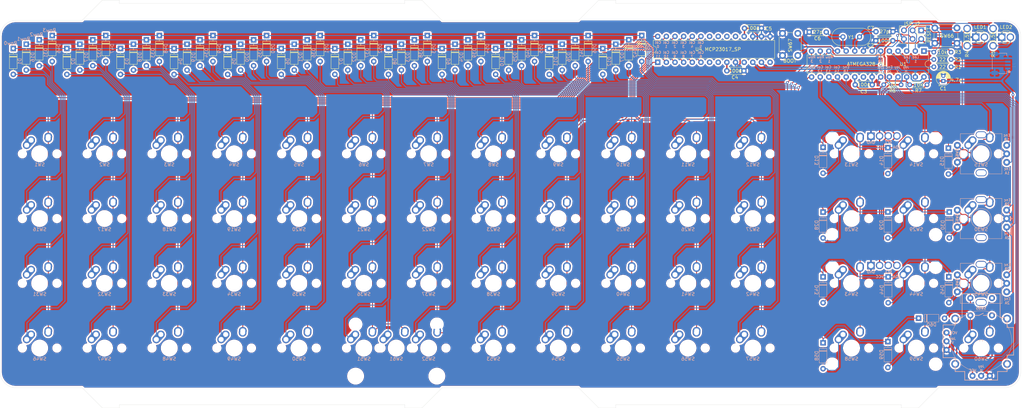
<source format=kicad_pcb>
(kicad_pcb (version 20171130) (host pcbnew "(5.1.4)-1")
  (layers (0 F.Cu signal) (31 B.Cu signal) (34 B.Paste user hide) (35 F.Paste user hide) (36 B.SilkS user) (37 F.SilkS user) (38 B.Mask user hide) (39 F.Mask user hide) (44 Edge.Cuts user))
  (net 0 "")
  (net 1 +5V)
  (net 2 "Net-(D1-Pad2)")
  (net 3 "Net-(D2-Pad2)")
  (net 4 "Net-(D3-Pad2)")
  (net 5 "Net-(D4-Pad2)")
  (net 6 "Net-(D5-Pad2)")
  (net 7 "Net-(D6-Pad2)")
  (net 8 "Net-(D7-Pad2)")
  (net 9 "Net-(D8-Pad2)")
  (net 10 "Net-(D9-Pad2)")
  (net 11 "Net-(D10-Pad2)")
  (net 12 "Net-(D11-Pad2)")
  (net 13 "Net-(D12-Pad2)")
  (net 14 "Net-(D13-Pad2)")
  (net 15 "Net-(D14-Pad2)")
  (net 16 "Net-(D15-Pad2)")
  (net 17 "Net-(D16-Pad2)")
  (net 18 "Net-(D17-Pad2)")
  (net 19 "Net-(D18-Pad2)")
  (net 20 "Net-(D19-Pad2)")
  (net 21 "Net-(D20-Pad2)")
  (net 22 "Net-(D21-Pad2)")
  (net 23 "Net-(D22-Pad2)")
  (net 24 "Net-(D23-Pad2)")
  (net 25 "Net-(D24-Pad2)")
  (net 26 "Net-(D25-Pad2)")
  (net 27 "Net-(D26-Pad2)")
  (net 28 "Net-(D27-Pad2)")
  (net 29 "Net-(D28-Pad2)")
  (net 30 "Net-(D29-Pad2)")
  (net 31 "Net-(D30-Pad2)")
  (net 32 "Net-(D31-Pad2)")
  (net 33 "Net-(D32-Pad2)")
  (net 34 "Net-(D33-Pad2)")
  (net 35 "Net-(D34-Pad2)")
  (net 36 "Net-(D35-Pad2)")
  (net 37 "Net-(D36-Pad2)")
  (net 38 "Net-(D37-Pad2)")
  (net 39 "Net-(D38-Pad2)")
  (net 40 "Net-(D39-Pad2)")
  (net 41 "Net-(D40-Pad2)")
  (net 42 "Net-(D41-Pad2)")
  (net 43 "Net-(D42-Pad2)")
  (net 44 "Net-(D43-Pad2)")
  (net 45 "Net-(D44-Pad2)")
  (net 46 "Net-(D45-Pad2)")
  (net 47 "Net-(D46-Pad2)")
  (net 48 "Net-(D47-Pad2)")
  (net 49 "Net-(D48-Pad2)")
  (net 50 "Net-(D49-Pad2)")
  (net 51 "Net-(D50-Pad2)")
  (net 52 "Net-(D51-Pad2)")
  (net 53 "Net-(D52-Pad2)")
  (net 54 "Net-(D53-Pad2)")
  (net 55 "Net-(D54-Pad2)")
  (net 56 "Net-(D55-Pad2)")
  (net 57 "Net-(D56-Pad2)")
  (net 58 "Net-(D57-Pad2)")
  (net 59 "Net-(D58-Pad2)")
  (net 60 "Net-(D59-Pad2)")
  (net 61 "Net-(D60-Pad2)")
  (net 62 LED1)
  (net 63 "Net-(LED1-Pad2)")
  (net 64 "Net-(LED2-Pad2)")
  (net 65 LED2)
  (net 66 Enc1_A)
  (net 67 Enc1_B)
  (net 68 Enc2_A)
  (net 69 Enc2_B)
  (net 70 Joystick_H)
  (net 71 Joystick_V)
  (net 72 GND)
  (net 73 "Net-(U1-Pad21)")
  (net 74 "Net-(SW67-Pad1)")
  (net 75 "Net-(C6-Pad1)")
  (net 76 "Net-(C7-Pad1)")
  (net 77 "Net-(J1-Pad3)")
  (net 78 "Net-(J1-Pad2)")
  (net 79 "Net-(U4-Pad14)")
  (net 80 "Net-(U4-Pad11)")
  (net 81 "Net-(U4-Pad22)")
  (net 82 "Net-(U4-Pad8)")
  (net 83 "Net-(U4-Pad21)")
  (net 84 "Net-(U4-Pad7)")
  (net 85 "Net-(U4-Pad20)")
  (net 86 "Net-(U4-Pad19)")
  (net 87 ROW0)
  (net 88 ROW1)
  (net 89 ROW2)
  (net 90 ROW3)
  (net 91 RESET)
  (net 92 USB_D-)
  (net 93 USB_D+)
  (net 94 i2c_SCL)
  (net 95 i2c_SDA)
  (net 96 COL0)
  (net 97 COL1)
  (net 98 COL2)
  (net 99 COL3)
  (net 100 COL4)
  (net 101 COL5)
  (net 102 COL6)
  (net 103 COL7)
  (net 104 COL8)
  (net 105 COL9)
  (net 106 COL10)
  (net 107 COL11)
  (net 108 COL12)
  (net 109 COL13)
  (net 110 COL14)
  (module random-keyboard-parts:DISPLAY-OLED-128X64-I2C-no-lines (layer F.Cu) (at 272.88998 68.11264)
    (fp_text reference U3)
    (fp_text value DISPLAY-OLED-128X64-I2C-no-lines)
    (fp_text user GND (at -3.8138 -12.86764 -180) (layer B.SilkS) (effects (font (size 0.8 0.8)) (justify mirror)))
    (fp_text user VCC (at -1.27 -11.47064 -180) (layer B.SilkS) (effects (font (size 0.8 0.8)) (justify mirror)))
    (fp_text user SCL (at 1.2662 -12.86764 -180) (layer B.SilkS) (effects (font (size 0.8 0.8)) (justify mirror)))
    (fp_text user SDA (at 3.81 -11.47064) (layer B.SilkS) (effects (font (size 0.8 0.8)) (justify mirror)))
    (pad 1 thru_hole rect (at -3.81 -14.732) (size 2.2 2.2) (drill 1.5) (layers *.Cu B.Mask) (net 72 GND))
    (pad 2 thru_hole circle (at -1.27 -14.7955) (size 2.2 2.2) (drill 1.5) (layers *.Cu B.Mask) (net 1 +5V))
    (pad 3 thru_hole circle (at 1.27 -14.7955) (size 2.2 2.2) (drill 1.5) (layers *.Cu B.Mask) (net 94 i2c_SCL))
    (pad 4 thru_hole circle (at 3.81 -14.7955) (size 2.2 2.2) (drill 1.5) (layers *.Cu B.Mask) (net 95 i2c_SDA))
    (pad "" np_thru_hole circle (at -15.2 -14.25) (size 3 3) (drill 3) (layers *.Cu *.Mask))
    (pad "" np_thru_hole circle (at 15.2 -14.25) (size 3 3) (drill 3) (layers *.Cu *.Mask))
    (pad "" np_thru_hole circle (at 15.2 14.25) (size 3 3) (drill 3) (layers *.Cu *.Mask))
    (pad "" np_thru_hole circle (at -15.2 14.25) (size 3 3) (drill 3) (layers *.Cu *.Mask))
  )
  (module random-keyboard-parts:DISPLAY-OLED-128X64-I2C-no-lines (layer F.Cu) (at 272.89252 106.19994)
    (fp_text reference U2)
    (fp_text value DISPLAY-OLED-128X64-I2C-no-lines)
    (fp_text user GND (at -3.8138 -12.86764 -180) (layer B.SilkS) (effects (font (size 0.8 0.8)) (justify mirror)))
    (fp_text user VCC (at -1.27 -11.47064 -180) (layer B.SilkS) (effects (font (size 0.8 0.8)) (justify mirror)))
    (fp_text user SCL (at 1.2662 -12.86764 -180) (layer B.SilkS) (effects (font (size 0.8 0.8)) (justify mirror)))
    (fp_text user SDA (at 3.81 -11.47064) (layer B.SilkS) (effects (font (size 0.8 0.8)) (justify mirror)))
    (pad 1 thru_hole rect (at -3.81 -14.732) (size 2.2 2.2) (drill 1.5) (layers *.Cu B.Mask) (net 72 GND))
    (pad 2 thru_hole circle (at -1.27 -14.7955) (size 2.2 2.2) (drill 1.5) (layers *.Cu B.Mask) (net 1 +5V))
    (pad 3 thru_hole circle (at 1.27 -14.7955) (size 2.2 2.2) (drill 1.5) (layers *.Cu B.Mask) (net 94 i2c_SCL))
    (pad 4 thru_hole circle (at 3.81 -14.7955) (size 2.2 2.2) (drill 1.5) (layers *.Cu B.Mask) (net 95 i2c_SDA))
    (pad "" np_thru_hole circle (at -15.2 -14.25) (size 3 3) (drill 3) (layers *.Cu *.Mask))
    (pad "" np_thru_hole circle (at 15.2 -14.25) (size 3 3) (drill 3) (layers *.Cu *.Mask))
    (pad "" np_thru_hole circle (at 15.2 14.25) (size 3 3) (drill 3) (layers *.Cu *.Mask))
    (pad "" np_thru_hole circle (at -15.2 14.25) (size 3 3) (drill 3) (layers *.Cu *.Mask))
  )
  (module SparkFun-Electromechanical:JOYSTICK (layer F.Cu) (at 301.46834 113.7224)
    (fp_text reference SW65 (at -0.0059 -9.7094) (layer B.SilkS) (effects (font (size 0.75 0.75)) (justify mirror)))
    (fp_text value JOYSTICK_THUMB)
    (pad B1A thru_hole circle (at -3.175 -12.7) (size 1.778 1.778) (drill 0.89916) (layers *.Cu B.Mask) (net 110 COL14))
    (pad B1B thru_hole circle (at 3.175 -12.7) (size 1.778 1.778) (drill 0.89916) (layers *.Cu B.Mask))
    (pad B2A thru_hole circle (at -3.175 -7.62) (size 1.778 1.778) (drill 0.89916) (layers *.Cu B.Mask) (net 61 "Net-(D60-Pad2)"))
    (pad B2B thru_hole circle (at 3.175 -7.62) (size 1.778 1.778) (drill 0.89916) (layers *.Cu B.Mask))
    (pad H1 thru_hole circle (at -2.54 10.16) (size 1.778 1.778) (drill 0.889) (layers *.Cu B.Mask) (net 1 +5V))
    (pad H2 thru_hole circle (at 0 10.16) (size 1.778 1.778) (drill 0.889) (layers *.Cu B.Mask) (net 70 Joystick_H))
    (pad H3 thru_hole circle (at 2.54 10.16) (size 1.778 1.778) (drill 0.889) (layers *.Cu B.Mask) (net 72 GND))
    (pad MOUN thru_hole circle (at -7.62 -6.6675) (size 2.286 2.286) (drill 1.397) (layers *.Cu B.Mask))
    (pad MOUN thru_hole circle (at -7.62 6.6675) (size 2.286 2.286) (drill 1.397) (layers *.Cu B.Mask))
    (pad MOUN thru_hole circle (at 7.62 6.6675) (size 2.286 2.286) (drill 1.397) (layers *.Cu B.Mask))
    (pad MOUN thru_hole circle (at 7.62 -6.6675) (size 2.286 2.286) (drill 1.397) (layers *.Cu B.Mask))
    (pad V1 thru_hole circle (at -10.16 -2.54) (size 1.778 1.778) (drill 0.889) (layers *.Cu B.Mask) (net 1 +5V))
    (pad V2 thru_hole circle (at -10.16 0) (size 1.778 1.778) (drill 0.889) (layers *.Cu B.Mask) (net 71 Joystick_V))
    (pad V3 thru_hole circle (at -10.16 2.54) (size 1.778 1.778) (drill 0.889) (layers *.Cu B.Mask) (net 72 GND))
  )
  (module Rotary_Encoder:RotaryEncoder_Alps_EC11E-Switch_Vertical_H20mm (layer F.Cu) (at 308.97322 61.06922 180)
    (fp_text reference SW62 (at 14.58722 2.52222 270) (layer B.SilkS) (effects (font (size 0.75 0.75)) (justify mirror)))
    (fp_text value Rotary_Encoder_Switch)
    (pad S1 thru_hole circle (at 14.5 5 180) (size 2 2) (drill 1) (layers *.Cu B.Mask) (net 110 COL14))
    (pad S2 thru_hole circle (at 14.5 0 180) (size 2 2) (drill 1) (layers *.Cu B.Mask) (net 16 "Net-(D15-Pad2)"))
    (pad MP thru_hole oval (at 7.5 8.1 180) (size 3.2 2) (drill oval 2.8 1.5) (layers *.Cu B.Mask))
    (pad MP thru_hole oval (at 7.5 -3.1 180) (size 3.2 2) (drill oval 2.8 1.5) (layers *.Cu B.Mask))
    (pad B thru_hole circle (at 0 5 180) (size 2 2) (drill 1) (layers *.Cu B.Mask) (net 67 Enc1_B))
    (pad C thru_hole circle (at 0 2.5 180) (size 2 2) (drill 1) (layers *.Cu B.Mask) (net 72 GND))
    (pad A thru_hole circle (at 0 0 180) (size 2 2) (drill 1) (layers *.Cu B.Mask) (net 66 Enc1_A))
  )
  (module Rotary_Encoder:RotaryEncoder_Alps_EC11E-Switch_Vertical_H20mm (layer F.Cu) (at 308.96052 80.13192 180)
    (fp_text reference SW63 (at 14.58722 2.52222 270) (layer B.SilkS) (effects (font (size 0.75 0.75)) (justify mirror)))
    (fp_text value Rotary_Encoder_Switch)
    (pad S1 thru_hole circle (at 14.5 5 180) (size 2 2) (drill 1) (layers *.Cu B.Mask) (net 110 COL14))
    (pad S2 thru_hole circle (at 14.5 0 180) (size 2 2) (drill 1) (layers *.Cu B.Mask) (net 31 "Net-(D30-Pad2)"))
    (pad MP thru_hole oval (at 7.5 8.1 180) (size 3.2 2) (drill oval 2.8 1.5) (layers *.Cu B.Mask))
    (pad MP thru_hole oval (at 7.5 -3.1 180) (size 3.2 2) (drill oval 2.8 1.5) (layers *.Cu B.Mask))
    (pad B thru_hole circle (at 0 5 180) (size 2 2) (drill 1) (layers *.Cu B.Mask) (net 69 Enc2_B))
    (pad C thru_hole circle (at 0 2.5 180) (size 2 2) (drill 1) (layers *.Cu B.Mask) (net 72 GND))
    (pad A thru_hole circle (at 0 0 180) (size 2 2) (drill 1) (layers *.Cu B.Mask) (net 68 Enc2_A))
  )
  (module Rotary_Encoder:RotaryEncoder_Alps_EC11E-Switch_Vertical_H20mm (layer F.Cu) (at 308.96814 99.18192 180)
    (fp_text reference SW64 (at 14.58722 2.52222 270) (layer B.SilkS) (effects (font (size 0.75 0.75)) (justify mirror)))
    (fp_text value Rotary_Encoder_Switch)
    (pad S1 thru_hole circle (at 14.5 5 180) (size 2 2) (drill 1) (layers *.Cu B.Mask) (net 110 COL14))
    (pad S2 thru_hole circle (at 14.5 0 180) (size 2 2) (drill 1) (layers *.Cu B.Mask) (net 46 "Net-(D45-Pad2)"))
    (pad MP thru_hole oval (at 7.5 8.1 180) (size 3.2 2) (drill oval 2.8 1.5) (layers *.Cu B.Mask))
    (pad MP thru_hole oval (at 7.5 -3.1 180) (size 3.2 2) (drill oval 2.8 1.5) (layers *.Cu B.Mask))
    (pad B thru_hole circle (at 0 5 180) (size 2 2) (drill 1) (layers *.Cu B.Mask) (net 69 Enc2_B))
    (pad C thru_hole circle (at 0 2.5 180) (size 2 2) (drill 1) (layers *.Cu B.Mask) (net 72 GND))
    (pad A thru_hole circle (at 0 0 180) (size 2 2) (drill 1) (layers *.Cu B.Mask) (net 68 Enc2_A))
  )
  (module Diode_THT:D_DO-35_SOD27_P7.62mm_Horizontal (layer B.Cu) (at 283.083 106.934)
    (fp_text reference D60 (at 3.81 1.8923 -180) (layer B.SilkS) (effects (justify mirror)))
    (fp_text value 1N4148)
    (pad 2 thru_hole oval (at 7.62 0) (size 1.6 1.6) (drill 0.8) (layers *.Cu B.Mask) (net 61 "Net-(D60-Pad2)"))
    (pad 1 thru_hole rect (at 0 0) (size 1.6 1.6) (drill 0.8) (layers *.Cu B.Mask) (net 90 ROW3))
  )
  (module Diode_THT:D_DO-35_SOD27_P7.62mm_Horizontal (layer B.Cu) (at 274.066 113.8174 270)
    (fp_text reference D59 (at 3.81 1.8923 270) (layer B.SilkS) (effects (justify mirror)))
    (fp_text value 1N4148)
    (pad 2 thru_hole oval (at 7.62 0 270) (size 1.6 1.6) (drill 0.8) (layers *.Cu B.Mask) (net 60 "Net-(D59-Pad2)"))
    (pad 1 thru_hole rect (at 0 0 270) (size 1.6 1.6) (drill 0.8) (layers *.Cu B.Mask) (net 90 ROW3))
  )
  (module Diode_THT:D_DO-35_SOD27_P7.62mm_Horizontal (layer B.Cu) (at 255.016 114.173 270)
    (fp_text reference D58 (at 3.81 1.8923 270) (layer B.SilkS) (effects (justify mirror)))
    (fp_text value 1N4148)
    (pad 2 thru_hole oval (at 7.62 0 270) (size 1.6 1.6) (drill 0.8) (layers *.Cu B.Mask) (net 59 "Net-(D58-Pad2)"))
    (pad 1 thru_hole rect (at 0 0 270) (size 1.6 1.6) (drill 0.8) (layers *.Cu B.Mask) (net 90 ROW3))
  )
  (module Diode_THT:D_DO-35_SOD27_P7.62mm_Horizontal (layer F.Cu) (at 201.72934 23.7744 270)
    (fp_text reference D57 (at 3.81 -1.8923 90) (layer B.SilkS) (effects (justify mirror)))
    (fp_text value 1N4148)
    (pad 2 thru_hole oval (at 7.62 0 270) (size 1.6 1.6) (drill 0.8) (layers *.Cu *.Mask) (net 58 "Net-(D57-Pad2)"))
    (pad 1 thru_hole rect (at 0 0 270) (size 1.6 1.6) (drill 0.8) (layers *.Cu *.Mask) (net 90 ROW3))
  )
  (module Diode_THT:D_DO-35_SOD27_P7.62mm_Horizontal (layer F.Cu) (at 185.98134 23.7744 270)
    (fp_text reference D56 (at 3.81 -1.8923 90) (layer B.SilkS) (effects (justify mirror)))
    (fp_text value 1N4148)
    (pad 2 thru_hole oval (at 7.62 0 270) (size 1.6 1.6) (drill 0.8) (layers *.Cu *.Mask) (net 57 "Net-(D56-Pad2)"))
    (pad 1 thru_hole rect (at 0 0 270) (size 1.6 1.6) (drill 0.8) (layers *.Cu *.Mask) (net 90 ROW3))
  )
  (module Diode_THT:D_DO-35_SOD27_P7.62mm_Horizontal (layer F.Cu) (at 170.23334 23.7744 270)
    (fp_text reference D55 (at 3.81 -1.8923 90) (layer B.SilkS) (effects (justify mirror)))
    (fp_text value 1N4148)
    (pad 2 thru_hole oval (at 7.62 0 270) (size 1.6 1.6) (drill 0.8) (layers *.Cu *.Mask) (net 56 "Net-(D55-Pad2)"))
    (pad 1 thru_hole rect (at 0 0 270) (size 1.6 1.6) (drill 0.8) (layers *.Cu *.Mask) (net 90 ROW3))
  )
  (module Diode_THT:D_DO-35_SOD27_P7.62mm_Horizontal (layer F.Cu) (at 154.48534 23.7744 270)
    (fp_text reference D54 (at 3.81 -1.8923 90) (layer B.SilkS) (effects (justify mirror)))
    (fp_text value 1N4148)
    (pad 2 thru_hole oval (at 7.62 0 270) (size 1.6 1.6) (drill 0.8) (layers *.Cu *.Mask) (net 55 "Net-(D54-Pad2)"))
    (pad 1 thru_hole rect (at 0 0 270) (size 1.6 1.6) (drill 0.8) (layers *.Cu *.Mask) (net 90 ROW3))
  )
  (module Diode_THT:D_DO-35_SOD27_P7.62mm_Horizontal (layer F.Cu) (at 138.73734 23.7744 270)
    (fp_text reference D53 (at 3.81 -1.8923 90) (layer B.SilkS) (effects (justify mirror)))
    (fp_text value 1N4148)
    (pad 2 thru_hole oval (at 7.62 0 270) (size 1.6 1.6) (drill 0.8) (layers *.Cu *.Mask) (net 54 "Net-(D53-Pad2)"))
    (pad 1 thru_hole rect (at 0 0 270) (size 1.6 1.6) (drill 0.8) (layers *.Cu *.Mask) (net 90 ROW3))
  )
  (module Diode_THT:D_DO-35_SOD27_P7.62mm_Horizontal (layer F.Cu) (at 122.98934 23.7744 270)
    (fp_text reference D52 (at 3.81 -1.8923 90) (layer B.SilkS) (effects (justify mirror)))
    (fp_text value 1N4148)
    (pad 2 thru_hole oval (at 7.62 0 270) (size 1.6 1.6) (drill 0.8) (layers *.Cu *.Mask) (net 53 "Net-(D52-Pad2)"))
    (pad 1 thru_hole rect (at 0 0 270) (size 1.6 1.6) (drill 0.8) (layers *.Cu *.Mask) (net 90 ROW3))
  )
  (module Diode_THT:D_DO-35_SOD27_P7.62mm_Horizontal (layer F.Cu) (at 107.24134 23.7744 270)
    (fp_text reference D51 (at 3.81 -1.8923 90) (layer B.SilkS) (effects (justify mirror)))
    (fp_text value 1N4148)
    (pad 2 thru_hole oval (at 7.62 0 270) (size 1.6 1.6) (drill 0.8) (layers *.Cu *.Mask) (net 52 "Net-(D51-Pad2)"))
    (pad 1 thru_hole rect (at 0 0 270) (size 1.6 1.6) (drill 0.8) (layers *.Cu *.Mask) (net 90 ROW3))
  )
  (module Diode_THT:D_DO-35_SOD27_P7.62mm_Horizontal (layer F.Cu) (at 91.49334 23.7744 270)
    (fp_text reference D50 (at 3.81 -1.8923 90) (layer B.SilkS) (effects (justify mirror)))
    (fp_text value 1N4148)
    (pad 2 thru_hole oval (at 7.62 0 270) (size 1.6 1.6) (drill 0.8) (layers *.Cu *.Mask) (net 51 "Net-(D50-Pad2)"))
    (pad 1 thru_hole rect (at 0 0 270) (size 1.6 1.6) (drill 0.8) (layers *.Cu *.Mask) (net 90 ROW3))
  )
  (module Diode_THT:D_DO-35_SOD27_P7.62mm_Horizontal (layer F.Cu) (at 75.74534 23.7744 270)
    (fp_text reference D49 (at 3.81 -1.8923 90) (layer B.SilkS) (effects (justify mirror)))
    (fp_text value 1N4148)
    (pad 2 thru_hole oval (at 7.62 0 270) (size 1.6 1.6) (drill 0.8) (layers *.Cu *.Mask) (net 50 "Net-(D49-Pad2)"))
    (pad 1 thru_hole rect (at 0 0 270) (size 1.6 1.6) (drill 0.8) (layers *.Cu *.Mask) (net 90 ROW3))
  )
  (module Diode_THT:D_DO-35_SOD27_P7.62mm_Horizontal (layer F.Cu) (at 59.99734 23.7744 270)
    (fp_text reference D48 (at 3.81 -1.8923 90) (layer B.SilkS) (effects (justify mirror)))
    (fp_text value 1N4148)
    (pad 2 thru_hole oval (at 7.62 0 270) (size 1.6 1.6) (drill 0.8) (layers *.Cu *.Mask) (net 49 "Net-(D48-Pad2)"))
    (pad 1 thru_hole rect (at 0 0 270) (size 1.6 1.6) (drill 0.8) (layers *.Cu *.Mask) (net 90 ROW3))
  )
  (module Diode_THT:D_DO-35_SOD27_P7.62mm_Horizontal (layer F.Cu) (at 44.24934 23.7744 270)
    (fp_text reference D47 (at 3.81 -1.8923 90) (layer B.SilkS) (effects (justify mirror)))
    (fp_text value 1N4148)
    (pad 2 thru_hole oval (at 7.62 0 270) (size 1.6 1.6) (drill 0.8) (layers *.Cu *.Mask) (net 48 "Net-(D47-Pad2)"))
    (pad 1 thru_hole rect (at 0 0 270) (size 1.6 1.6) (drill 0.8) (layers *.Cu *.Mask) (net 90 ROW3))
  )
  (module Diode_THT:D_DO-35_SOD27_P7.62mm_Horizontal (layer F.Cu) (at 28.50134 23.7744 270)
    (fp_text reference D46 (at 3.81 -1.8923 90) (layer B.SilkS) (effects (justify mirror)))
    (fp_text value 1N4148)
    (pad 2 thru_hole oval (at 7.62 0 270) (size 1.6 1.6) (drill 0.8) (layers *.Cu *.Mask) (net 47 "Net-(D46-Pad2)"))
    (pad 1 thru_hole rect (at 0 0 270) (size 1.6 1.6) (drill 0.8) (layers *.Cu *.Mask) (net 90 ROW3))
  )
  (module Diode_THT:D_DO-35_SOD27_P7.62mm_Horizontal (layer B.Cu) (at 291.973 94.742 270)
    (fp_text reference D45 (at 3.81 1.8923 270) (layer B.SilkS) (effects (justify mirror)))
    (fp_text value 1N4148)
    (pad 2 thru_hole oval (at 7.62 0 270) (size 1.6 1.6) (drill 0.8) (layers *.Cu B.Mask) (net 46 "Net-(D45-Pad2)"))
    (pad 1 thru_hole rect (at 0 0 270) (size 1.6 1.6) (drill 0.8) (layers *.Cu B.Mask) (net 89 ROW2))
  )
  (module Diode_THT:D_DO-35_SOD27_P7.62mm_Horizontal (layer B.Cu) (at 274.14474 94.76994 270)
    (fp_text reference D44 (at 3.81 1.8923 270) (layer B.SilkS) (effects (justify mirror)))
    (fp_text value 1N4148)
    (pad 2 thru_hole oval (at 7.62 0 270) (size 1.6 1.6) (drill 0.8) (layers *.Cu B.Mask) (net 45 "Net-(D44-Pad2)"))
    (pad 1 thru_hole rect (at 0 0 270) (size 1.6 1.6) (drill 0.8) (layers *.Cu B.Mask) (net 89 ROW2))
  )
  (module Diode_THT:D_DO-35_SOD27_P7.62mm_Horizontal (layer B.Cu) (at 255.016 94.7674 270)
    (fp_text reference D43 (at 3.81 1.8923 270) (layer B.SilkS) (effects (justify mirror)))
    (fp_text value 1N4148)
    (pad 2 thru_hole oval (at 7.62 0 270) (size 1.6 1.6) (drill 0.8) (layers *.Cu B.Mask) (net 44 "Net-(D43-Pad2)"))
    (pad 1 thru_hole rect (at 0 0 270) (size 1.6 1.6) (drill 0.8) (layers *.Cu B.Mask) (net 89 ROW2))
  )
  (module Diode_THT:D_DO-35_SOD27_P7.62mm_Horizontal (layer F.Cu) (at 197.91934 25.0444 270)
    (fp_text reference D42 (at 3.81 -1.8923 90) (layer B.SilkS) (effects (justify mirror)))
    (fp_text value 1N4148)
    (pad 2 thru_hole oval (at 7.62 0 270) (size 1.6 1.6) (drill 0.8) (layers *.Cu *.Mask) (net 43 "Net-(D42-Pad2)"))
    (pad 1 thru_hole rect (at 0 0 270) (size 1.6 1.6) (drill 0.8) (layers *.Cu *.Mask) (net 89 ROW2))
  )
  (module Diode_THT:D_DO-35_SOD27_P7.62mm_Horizontal (layer F.Cu) (at 182.17134 25.0444 270)
    (fp_text reference D41 (at 3.81 -1.8923 90) (layer B.SilkS) (effects (justify mirror)))
    (fp_text value 1N4148)
    (pad 2 thru_hole oval (at 7.62 0 270) (size 1.6 1.6) (drill 0.8) (layers *.Cu *.Mask) (net 42 "Net-(D41-Pad2)"))
    (pad 1 thru_hole rect (at 0 0 270) (size 1.6 1.6) (drill 0.8) (layers *.Cu *.Mask) (net 89 ROW2))
  )
  (module Diode_THT:D_DO-35_SOD27_P7.62mm_Horizontal (layer F.Cu) (at 166.42334 25.0444 270)
    (fp_text reference D40 (at 3.81 -1.8923 90) (layer B.SilkS) (effects (justify mirror)))
    (fp_text value 1N4148)
    (pad 2 thru_hole oval (at 7.62 0 270) (size 1.6 1.6) (drill 0.8) (layers *.Cu *.Mask) (net 41 "Net-(D40-Pad2)"))
    (pad 1 thru_hole rect (at 0 0 270) (size 1.6 1.6) (drill 0.8) (layers *.Cu *.Mask) (net 89 ROW2))
  )
  (module Diode_THT:D_DO-35_SOD27_P7.62mm_Horizontal (layer F.Cu) (at 150.67534 25.0444 270)
    (fp_text reference D39 (at 3.81 -1.8923 90) (layer B.SilkS) (effects (justify mirror)))
    (fp_text value 1N4148)
    (pad 2 thru_hole oval (at 7.62 0 270) (size 1.6 1.6) (drill 0.8) (layers *.Cu *.Mask) (net 40 "Net-(D39-Pad2)"))
    (pad 1 thru_hole rect (at 0 0 270) (size 1.6 1.6) (drill 0.8) (layers *.Cu *.Mask) (net 89 ROW2))
  )
  (module Diode_THT:D_DO-35_SOD27_P7.62mm_Horizontal (layer F.Cu) (at 134.92734 25.0444 270)
    (fp_text reference D38 (at 3.81 -1.8923 90) (layer B.SilkS) (effects (justify mirror)))
    (fp_text value 1N4148)
    (pad 2 thru_hole oval (at 7.62 0 270) (size 1.6 1.6) (drill 0.8) (layers *.Cu *.Mask) (net 39 "Net-(D38-Pad2)"))
    (pad 1 thru_hole rect (at 0 0 270) (size 1.6 1.6) (drill 0.8) (layers *.Cu *.Mask) (net 89 ROW2))
  )
  (module Diode_THT:D_DO-35_SOD27_P7.62mm_Horizontal (layer F.Cu) (at 119.17934 25.0444 270)
    (fp_text reference D37 (at 3.81 -1.8923 90) (layer B.SilkS) (effects (justify mirror)))
    (fp_text value 1N4148)
    (pad 2 thru_hole oval (at 7.62 0 270) (size 1.6 1.6) (drill 0.8) (layers *.Cu *.Mask) (net 38 "Net-(D37-Pad2)"))
    (pad 1 thru_hole rect (at 0 0 270) (size 1.6 1.6) (drill 0.8) (layers *.Cu *.Mask) (net 89 ROW2))
  )
  (module Diode_THT:D_DO-35_SOD27_P7.62mm_Horizontal (layer F.Cu) (at 103.43134 25.0444 270)
    (fp_text reference D36 (at 3.81 -1.8923 90) (layer B.SilkS) (effects (justify mirror)))
    (fp_text value 1N4148)
    (pad 2 thru_hole oval (at 7.62 0 270) (size 1.6 1.6) (drill 0.8) (layers *.Cu *.Mask) (net 37 "Net-(D36-Pad2)"))
    (pad 1 thru_hole rect (at 0 0 270) (size 1.6 1.6) (drill 0.8) (layers *.Cu *.Mask) (net 89 ROW2))
  )
  (module Diode_THT:D_DO-35_SOD27_P7.62mm_Horizontal (layer F.Cu) (at 87.68334 25.0444 270)
    (fp_text reference D35 (at 3.81 -1.8923 90) (layer B.SilkS) (effects (justify mirror)))
    (fp_text value 1N4148)
    (pad 2 thru_hole oval (at 7.62 0 270) (size 1.6 1.6) (drill 0.8) (layers *.Cu *.Mask) (net 36 "Net-(D35-Pad2)"))
    (pad 1 thru_hole rect (at 0 0 270) (size 1.6 1.6) (drill 0.8) (layers *.Cu *.Mask) (net 89 ROW2))
  )
  (module Diode_THT:D_DO-35_SOD27_P7.62mm_Horizontal (layer F.Cu) (at 71.93534 25.0444 270)
    (fp_text reference D34 (at 3.81 -1.8923 90) (layer B.SilkS) (effects (justify mirror)))
    (fp_text value 1N4148)
    (pad 2 thru_hole oval (at 7.62 0 270) (size 1.6 1.6) (drill 0.8) (layers *.Cu *.Mask) (net 35 "Net-(D34-Pad2)"))
    (pad 1 thru_hole rect (at 0 0 270) (size 1.6 1.6) (drill 0.8) (layers *.Cu *.Mask) (net 89 ROW2))
  )
  (module Diode_THT:D_DO-35_SOD27_P7.62mm_Horizontal (layer F.Cu) (at 56.18734 25.0444 270)
    (fp_text reference D33 (at 3.81 -1.8923 90) (layer B.SilkS) (effects (justify mirror)))
    (fp_text value 1N4148)
    (pad 2 thru_hole oval (at 7.62 0 270) (size 1.6 1.6) (drill 0.8) (layers *.Cu *.Mask) (net 34 "Net-(D33-Pad2)"))
    (pad 1 thru_hole rect (at 0 0 270) (size 1.6 1.6) (drill 0.8) (layers *.Cu *.Mask) (net 89 ROW2))
  )
  (module Diode_THT:D_DO-35_SOD27_P7.62mm_Horizontal (layer F.Cu) (at 40.43934 25.0444 270)
    (fp_text reference D32 (at 3.81 -1.8923 90) (layer B.SilkS) (effects (justify mirror)))
    (fp_text value 1N4148)
    (pad 2 thru_hole oval (at 7.62 0 270) (size 1.6 1.6) (drill 0.8) (layers *.Cu *.Mask) (net 33 "Net-(D32-Pad2)"))
    (pad 1 thru_hole rect (at 0 0 270) (size 1.6 1.6) (drill 0.8) (layers *.Cu *.Mask) (net 89 ROW2))
  )
  (module Diode_THT:D_DO-35_SOD27_P7.62mm_Horizontal (layer F.Cu) (at 24.69134 25.0444 270)
    (fp_text reference D31 (at 3.81 -1.8923 90) (layer B.SilkS) (effects (justify mirror)))
    (fp_text value 1N4148)
    (pad 2 thru_hole oval (at 7.62 0 270) (size 1.6 1.6) (drill 0.8) (layers *.Cu *.Mask) (net 32 "Net-(D31-Pad2)"))
    (pad 1 thru_hole rect (at 0 0 270) (size 1.6 1.6) (drill 0.8) (layers *.Cu *.Mask) (net 89 ROW2))
  )
  (module Diode_THT:D_DO-35_SOD27_P7.62mm_Horizontal (layer B.Cu) (at 292.1 75.692 270)
    (fp_text reference D30 (at 3.81 1.8923 270) (layer B.SilkS) (effects (justify mirror)))
    (fp_text value 1N4148)
    (pad 2 thru_hole oval (at 7.62 0 270) (size 1.6 1.6) (drill 0.8) (layers *.Cu B.Mask) (net 31 "Net-(D30-Pad2)"))
    (pad 1 thru_hole rect (at 0 0 270) (size 1.6 1.6) (drill 0.8) (layers *.Cu B.Mask) (net 88 ROW1))
  )
  (module Diode_THT:D_DO-35_SOD27_P7.62mm_Horizontal (layer B.Cu) (at 274.066 75.692 270)
    (fp_text reference D29 (at 3.81 1.8923 270) (layer B.SilkS) (effects (justify mirror)))
    (fp_text value 1N4148)
    (pad 2 thru_hole oval (at 7.62 0 270) (size 1.6 1.6) (drill 0.8) (layers *.Cu B.Mask) (net 30 "Net-(D29-Pad2)"))
    (pad 1 thru_hole rect (at 0 0 270) (size 1.6 1.6) (drill 0.8) (layers *.Cu B.Mask) (net 88 ROW1))
  )
  (module Diode_THT:D_DO-35_SOD27_P7.62mm_Horizontal (layer B.Cu) (at 255.016 75.7174 270)
    (fp_text reference D28 (at 3.81 1.8923 270) (layer B.SilkS) (effects (justify mirror)))
    (fp_text value 1N4148)
    (pad 2 thru_hole oval (at 7.62 0 270) (size 1.6 1.6) (drill 0.8) (layers *.Cu B.Mask) (net 29 "Net-(D28-Pad2)"))
    (pad 1 thru_hole rect (at 0 0 270) (size 1.6 1.6) (drill 0.8) (layers *.Cu B.Mask) (net 88 ROW1))
  )
  (module Diode_THT:D_DO-35_SOD27_P7.62mm_Horizontal (layer F.Cu) (at 194.10934 26.3144 270)
    (fp_text reference D27 (at 3.81 -1.8923 90) (layer B.SilkS) (effects (justify mirror)))
    (fp_text value 1N4148)
    (pad 2 thru_hole oval (at 7.62 0 270) (size 1.6 1.6) (drill 0.8) (layers *.Cu *.Mask) (net 28 "Net-(D27-Pad2)"))
    (pad 1 thru_hole rect (at 0 0 270) (size 1.6 1.6) (drill 0.8) (layers *.Cu *.Mask) (net 88 ROW1))
  )
  (module Diode_THT:D_DO-35_SOD27_P7.62mm_Horizontal (layer F.Cu) (at 178.36134 26.3144 270)
    (fp_text reference D26 (at 3.81 -1.8923 90) (layer B.SilkS) (effects (justify mirror)))
    (fp_text value 1N4148)
    (pad 2 thru_hole oval (at 7.62 0 270) (size 1.6 1.6) (drill 0.8) (layers *.Cu *.Mask) (net 27 "Net-(D26-Pad2)"))
    (pad 1 thru_hole rect (at 0 0 270) (size 1.6 1.6) (drill 0.8) (layers *.Cu *.Mask) (net 88 ROW1))
  )
  (module Diode_THT:D_DO-35_SOD27_P7.62mm_Horizontal (layer F.Cu) (at 162.61334 26.3144 270)
    (fp_text reference D25 (at 3.81 -1.8923 90) (layer B.SilkS) (effects (justify mirror)))
    (fp_text value 1N4148)
    (pad 2 thru_hole oval (at 7.62 0 270) (size 1.6 1.6) (drill 0.8) (layers *.Cu *.Mask) (net 26 "Net-(D25-Pad2)"))
    (pad 1 thru_hole rect (at 0 0 270) (size 1.6 1.6) (drill 0.8) (layers *.Cu *.Mask) (net 88 ROW1))
  )
  (module Diode_THT:D_DO-35_SOD27_P7.62mm_Horizontal (layer F.Cu) (at 146.86534 26.3144 270)
    (fp_text reference D24 (at 3.81 -1.8923 90) (layer B.SilkS) (effects (justify mirror)))
    (fp_text value 1N4148)
    (pad 2 thru_hole oval (at 7.62 0 270) (size 1.6 1.6) (drill 0.8) (layers *.Cu *.Mask) (net 25 "Net-(D24-Pad2)"))
    (pad 1 thru_hole rect (at 0 0 270) (size 1.6 1.6) (drill 0.8) (layers *.Cu *.Mask) (net 88 ROW1))
  )
  (module Diode_THT:D_DO-35_SOD27_P7.62mm_Horizontal (layer F.Cu) (at 131.11734 26.3144 270)
    (fp_text reference D23 (at 3.81 -1.8923 90) (layer B.SilkS) (effects (justify mirror)))
    (fp_text value 1N4148)
    (pad 2 thru_hole oval (at 7.62 0 270) (size 1.6 1.6) (drill 0.8) (layers *.Cu *.Mask) (net 24 "Net-(D23-Pad2)"))
    (pad 1 thru_hole rect (at 0 0 270) (size 1.6 1.6) (drill 0.8) (layers *.Cu *.Mask) (net 88 ROW1))
  )
  (module Diode_THT:D_DO-35_SOD27_P7.62mm_Horizontal (layer F.Cu) (at 115.36934 26.3144 270)
    (fp_text reference D22 (at 3.81 -1.8923 90) (layer B.SilkS) (effects (justify mirror)))
    (fp_text value 1N4148)
    (pad 2 thru_hole oval (at 7.62 0 270) (size 1.6 1.6) (drill 0.8) (layers *.Cu *.Mask) (net 23 "Net-(D22-Pad2)"))
    (pad 1 thru_hole rect (at 0 0 270) (size 1.6 1.6) (drill 0.8) (layers *.Cu *.Mask) (net 88 ROW1))
  )
  (module Diode_THT:D_DO-35_SOD27_P7.62mm_Horizontal (layer F.Cu) (at 99.62134 26.3144 270)
    (fp_text reference D21 (at 3.81 -1.8923 90) (layer B.SilkS) (effects (justify mirror)))
    (fp_text value 1N4148)
    (pad 2 thru_hole oval (at 7.62 0 270) (size 1.6 1.6) (drill 0.8) (layers *.Cu *.Mask) (net 22 "Net-(D21-Pad2)"))
    (pad 1 thru_hole rect (at 0 0 270) (size 1.6 1.6) (drill 0.8) (layers *.Cu *.Mask) (net 88 ROW1))
  )
  (module Diode_THT:D_DO-35_SOD27_P7.62mm_Horizontal (layer F.Cu) (at 83.87334 26.3144 270)
    (fp_text reference D20 (at 3.81 -1.8923 90) (layer B.SilkS) (effects (justify mirror)))
    (fp_text value 1N4148)
    (pad 2 thru_hole oval (at 7.62 0 270) (size 1.6 1.6) (drill 0.8) (layers *.Cu *.Mask) (net 21 "Net-(D20-Pad2)"))
    (pad 1 thru_hole rect (at 0 0 270) (size 1.6 1.6) (drill 0.8) (layers *.Cu *.Mask) (net 88 ROW1))
  )
  (module Diode_THT:D_DO-35_SOD27_P7.62mm_Horizontal (layer F.Cu) (at 68.12534 26.3144 270)
    (fp_text reference D19 (at 3.81 -1.8923 90) (layer B.SilkS) (effects (justify mirror)))
    (fp_text value 1N4148)
    (pad 2 thru_hole oval (at 7.62 0 270) (size 1.6 1.6) (drill 0.8) (layers *.Cu *.Mask) (net 20 "Net-(D19-Pad2)"))
    (pad 1 thru_hole rect (at 0 0 270) (size 1.6 1.6) (drill 0.8) (layers *.Cu *.Mask) (net 88 ROW1))
  )
  (module Diode_THT:D_DO-35_SOD27_P7.62mm_Horizontal (layer F.Cu) (at 52.37734 26.3144 270)
    (fp_text reference D18 (at 3.81 -1.8923 90) (layer B.SilkS) (effects (justify mirror)))
    (fp_text value 1N4148)
    (pad 2 thru_hole oval (at 7.62 0 270) (size 1.6 1.6) (drill 0.8) (layers *.Cu *.Mask) (net 19 "Net-(D18-Pad2)"))
    (pad 1 thru_hole rect (at 0 0 270) (size 1.6 1.6) (drill 0.8) (layers *.Cu *.Mask) (net 88 ROW1))
  )
  (module Diode_THT:D_DO-35_SOD27_P7.62mm_Horizontal (layer F.Cu) (at 36.62934 26.3144 270)
    (fp_text reference D17 (at 3.81 -1.8923 90) (layer B.SilkS) (effects (justify mirror)))
    (fp_text value 1N4148)
    (pad 2 thru_hole oval (at 7.62 0 270) (size 1.6 1.6) (drill 0.8) (layers *.Cu *.Mask) (net 18 "Net-(D17-Pad2)"))
    (pad 1 thru_hole rect (at 0 0 270) (size 1.6 1.6) (drill 0.8) (layers *.Cu *.Mask) (net 88 ROW1))
  )
  (module Diode_THT:D_DO-35_SOD27_P7.62mm_Horizontal (layer F.Cu) (at 20.88134 26.3144 270)
    (fp_text reference D16 (at 3.81 -1.8923 90) (layer B.SilkS) (effects (justify mirror)))
    (fp_text value 1N4148)
    (pad 2 thru_hole oval (at 7.62 0 270) (size 1.6 1.6) (drill 0.8) (layers *.Cu *.Mask) (net 17 "Net-(D16-Pad2)"))
    (pad 1 thru_hole rect (at 0 0 270) (size 1.6 1.6) (drill 0.8) (layers *.Cu *.Mask) (net 88 ROW1))
  )
  (module Diode_THT:D_DO-35_SOD27_P7.62mm_Horizontal (layer B.Cu) (at 291.846 56.896 270)
    (fp_text reference D15 (at 3.81 1.8923 270) (layer B.SilkS) (effects (justify mirror)))
    (fp_text value 1N4148)
    (pad 2 thru_hole oval (at 7.62 0 270) (size 1.6 1.6) (drill 0.8) (layers *.Cu B.Mask) (net 16 "Net-(D15-Pad2)"))
    (pad 1 thru_hole rect (at 0 0 270) (size 1.6 1.6) (drill 0.8) (layers *.Cu B.Mask) (net 87 ROW0))
  )
  (module Diode_THT:D_DO-35_SOD27_P7.62mm_Horizontal (layer B.Cu) (at 274.066 56.769 270)
    (fp_text reference D14 (at 3.81 1.8923 270) (layer B.SilkS) (effects (justify mirror)))
    (fp_text value 1N4148)
    (pad 2 thru_hole oval (at 7.62 0 270) (size 1.6 1.6) (drill 0.8) (layers *.Cu B.Mask) (net 15 "Net-(D14-Pad2)"))
    (pad 1 thru_hole rect (at 0 0 270) (size 1.6 1.6) (drill 0.8) (layers *.Cu B.Mask) (net 87 ROW0))
  )
  (module Diode_THT:D_DO-35_SOD27_P7.62mm_Horizontal (layer B.Cu) (at 255.016 56.6674 270)
    (fp_text reference D13 (at 3.81 1.8923 270) (layer B.SilkS) (effects (justify mirror)))
    (fp_text value 1N4148)
    (pad 2 thru_hole oval (at 7.62 0 270) (size 1.6 1.6) (drill 0.8) (layers *.Cu B.Mask) (net 14 "Net-(D13-Pad2)"))
    (pad 1 thru_hole rect (at 0 0 270) (size 1.6 1.6) (drill 0.8) (layers *.Cu B.Mask) (net 87 ROW0))
  )
  (module Diode_THT:D_DO-35_SOD27_P7.62mm_Horizontal (layer F.Cu) (at 190.29934 27.5844 270)
    (fp_text reference D12 (at 3.81 -1.8923 90) (layer B.SilkS) (effects (justify mirror)))
    (fp_text value 1N4148)
    (pad 2 thru_hole oval (at 7.62 0 270) (size 1.6 1.6) (drill 0.8) (layers *.Cu *.Mask) (net 13 "Net-(D12-Pad2)"))
    (pad 1 thru_hole rect (at 0 0 270) (size 1.6 1.6) (drill 0.8) (layers *.Cu *.Mask) (net 87 ROW0))
  )
  (module Diode_THT:D_DO-35_SOD27_P7.62mm_Horizontal (layer F.Cu) (at 174.55134 27.5844 270)
    (fp_text reference D11 (at 3.81 -1.8923 90) (layer B.SilkS) (effects (justify mirror)))
    (fp_text value 1N4148)
    (pad 2 thru_hole oval (at 7.62 0 270) (size 1.6 1.6) (drill 0.8) (layers *.Cu *.Mask) (net 12 "Net-(D11-Pad2)"))
    (pad 1 thru_hole rect (at 0 0 270) (size 1.6 1.6) (drill 0.8) (layers *.Cu *.Mask) (net 87 ROW0))
  )
  (module Diode_THT:D_DO-35_SOD27_P7.62mm_Horizontal (layer F.Cu) (at 158.80334 27.5844 270)
    (fp_text reference D10 (at 3.81 -1.8923 90) (layer B.SilkS) (effects (justify mirror)))
    (fp_text value 1N4148)
    (pad 2 thru_hole oval (at 7.62 0 270) (size 1.6 1.6) (drill 0.8) (layers *.Cu *.Mask) (net 11 "Net-(D10-Pad2)"))
    (pad 1 thru_hole rect (at 0 0 270) (size 1.6 1.6) (drill 0.8) (layers *.Cu *.Mask) (net 87 ROW0))
  )
  (module Diode_THT:D_DO-35_SOD27_P7.62mm_Horizontal (layer F.Cu) (at 143.05534 27.5844 270)
    (fp_text reference D9 (at 3.81 -1.8923 90) (layer B.SilkS) (effects (justify mirror)))
    (fp_text value 1N4148)
    (pad 2 thru_hole oval (at 7.62 0 270) (size 1.6 1.6) (drill 0.8) (layers *.Cu *.Mask) (net 10 "Net-(D9-Pad2)"))
    (pad 1 thru_hole rect (at 0 0 270) (size 1.6 1.6) (drill 0.8) (layers *.Cu *.Mask) (net 87 ROW0))
  )
  (module Diode_THT:D_DO-35_SOD27_P7.62mm_Horizontal (layer F.Cu) (at 127.30734 27.5844 270)
    (fp_text reference D8 (at 3.81 -1.8923 90) (layer B.SilkS) (effects (justify mirror)))
    (fp_text value 1N4148)
    (pad 2 thru_hole oval (at 7.62 0 270) (size 1.6 1.6) (drill 0.8) (layers *.Cu *.Mask) (net 9 "Net-(D8-Pad2)"))
    (pad 1 thru_hole rect (at 0 0 270) (size 1.6 1.6) (drill 0.8) (layers *.Cu *.Mask) (net 87 ROW0))
  )
  (module Diode_THT:D_DO-35_SOD27_P7.62mm_Horizontal (layer F.Cu) (at 111.55934 27.5844 270)
    (fp_text reference D7 (at 3.81 -1.8923 90) (layer B.SilkS) (effects (justify mirror)))
    (fp_text value 1N4148)
    (pad 2 thru_hole oval (at 7.62 0 270) (size 1.6 1.6) (drill 0.8) (layers *.Cu *.Mask) (net 8 "Net-(D7-Pad2)"))
    (pad 1 thru_hole rect (at 0 0 270) (size 1.6 1.6) (drill 0.8) (layers *.Cu *.Mask) (net 87 ROW0))
  )
  (module Diode_THT:D_DO-35_SOD27_P7.62mm_Horizontal (layer F.Cu) (at 95.81134 27.5844 270)
    (fp_text reference D6 (at 3.81 -1.8923 90) (layer B.SilkS) (effects (justify mirror)))
    (fp_text value 1N4148)
    (pad 2 thru_hole oval (at 7.62 0 270) (size 1.6 1.6) (drill 0.8) (layers *.Cu *.Mask) (net 7 "Net-(D6-Pad2)"))
    (pad 1 thru_hole rect (at 0 0 270) (size 1.6 1.6) (drill 0.8) (layers *.Cu *.Mask) (net 87 ROW0))
  )
  (module Diode_THT:D_DO-35_SOD27_P7.62mm_Horizontal (layer F.Cu) (at 80.06334 27.5844 270)
    (fp_text reference D5 (at 3.81 -1.8923 90) (layer B.SilkS) (effects (justify mirror)))
    (fp_text value 1N4148)
    (pad 2 thru_hole oval (at 7.62 0 270) (size 1.6 1.6) (drill 0.8) (layers *.Cu *.Mask) (net 6 "Net-(D5-Pad2)"))
    (pad 1 thru_hole rect (at 0 0 270) (size 1.6 1.6) (drill 0.8) (layers *.Cu *.Mask) (net 87 ROW0))
  )
  (module Diode_THT:D_DO-35_SOD27_P7.62mm_Horizontal (layer F.Cu) (at 64.31534 27.5844 270)
    (fp_text reference D4 (at 3.81 -1.8923 90) (layer B.SilkS) (effects (justify mirror)))
    (fp_text value 1N4148)
    (pad 2 thru_hole oval (at 7.62 0 270) (size 1.6 1.6) (drill 0.8) (layers *.Cu *.Mask) (net 5 "Net-(D4-Pad2)"))
    (pad 1 thru_hole rect (at 0 0 270) (size 1.6 1.6) (drill 0.8) (layers *.Cu *.Mask) (net 87 ROW0))
  )
  (module Diode_THT:D_DO-35_SOD27_P7.62mm_Horizontal (layer F.Cu) (at 48.56734 27.5844 270)
    (fp_text reference D3 (at 3.81 -1.8923 90) (layer B.SilkS) (effects (justify mirror)))
    (fp_text value 1N4148)
    (pad 2 thru_hole oval (at 7.62 0 270) (size 1.6 1.6) (drill 0.8) (layers *.Cu *.Mask) (net 4 "Net-(D3-Pad2)"))
    (pad 1 thru_hole rect (at 0 0 270) (size 1.6 1.6) (drill 0.8) (layers *.Cu *.Mask) (net 87 ROW0))
  )
  (module Diode_THT:D_DO-35_SOD27_P7.62mm_Horizontal (layer F.Cu) (at 32.81934 27.5844 270)
    (fp_text reference D2 (at 3.81 -1.8923 90) (layer B.SilkS) (effects (justify mirror)))
    (fp_text value 1N4148)
    (pad 2 thru_hole oval (at 7.62 0 270) (size 1.6 1.6) (drill 0.8) (layers *.Cu *.Mask) (net 3 "Net-(D2-Pad2)"))
    (pad 1 thru_hole rect (at 0 0 270) (size 1.6 1.6) (drill 0.8) (layers *.Cu *.Mask) (net 87 ROW0))
  )
  (module Diode_THT:D_DO-35_SOD27_P7.62mm_Horizontal (layer F.Cu) (at 17.07134 27.5844 270)
    (fp_text reference D1 (at 3.81 -1.8923 90) (layer B.SilkS) (effects (justify mirror)))
    (fp_text value 1N4148)
    (pad 2 thru_hole oval (at 7.62 0 270) (size 1.6 1.6) (drill 0.8) (layers *.Cu *.Mask) (net 2 "Net-(D1-Pad2)"))
    (pad 1 thru_hole rect (at 0 0 270) (size 1.6 1.6) (drill 0.8) (layers *.Cu *.Mask) (net 87 ROW0))
  )
  (module MX_Alps_Hybrid:MX-1U-NoLED (layer F.Cu) (at 234.36834 115.7224)
    (fp_text reference SW57 (at 0 3.175) (layer B.SilkS) (effects (justify mirror)))
    (fp_text value SW_Push)
    (pad "" np_thru_hole circle (at 5.08 0 48.0996) (size 1.75 1.75) (drill 1.75) (layers *.Cu *.Mask))
    (pad "" np_thru_hole circle (at -5.08 0 48.0996) (size 1.75 1.75) (drill 1.75) (layers *.Cu *.Mask))
    (pad 1 thru_hole circle (at -2.5 -4) (size 2.25 2.25) (drill 1.47) (layers *.Cu B.Mask) (net 58 "Net-(D57-Pad2)"))
    (pad "" np_thru_hole circle (at 0 0) (size 3.9878 3.9878) (drill 3.9878) (layers *.Cu *.Mask))
    (pad 1 thru_hole oval (at -3.81 -2.54 48.0996) (size 4.211556 2.25) (drill 1.47 (offset 0.980778 0)) (layers *.Cu B.Mask) (net 58 "Net-(D57-Pad2)"))
    (pad 2 thru_hole circle (at 2.54 -5.08) (size 2.25 2.25) (drill 1.47) (layers *.Cu B.Mask) (net 107 COL11))
    (pad 2 thru_hole oval (at 2.5 -4.5 86.0548) (size 2.831378 2.25) (drill 1.47 (offset 0.290689 0)) (layers *.Cu B.Mask) (net 107 COL11))
  )
  (module MX_Alps_Hybrid:MX-1U-NoLED (layer F.Cu) (at 263.36834 115.7224)
    (fp_text reference SW58 (at 0 3.175) (layer B.SilkS) (effects (justify mirror)))
    (fp_text value SW_Push)
    (pad "" np_thru_hole circle (at 5.08 0 48.0996) (size 1.75 1.75) (drill 1.75) (layers *.Cu *.Mask))
    (pad "" np_thru_hole circle (at -5.08 0 48.0996) (size 1.75 1.75) (drill 1.75) (layers *.Cu *.Mask))
    (pad 1 thru_hole circle (at -2.5 -4) (size 2.25 2.25) (drill 1.47) (layers *.Cu B.Mask) (net 59 "Net-(D58-Pad2)"))
    (pad "" np_thru_hole circle (at 0 0) (size 3.9878 3.9878) (drill 3.9878) (layers *.Cu *.Mask))
    (pad 1 thru_hole oval (at -3.81 -2.54 48.0996) (size 4.211556 2.25) (drill 1.47 (offset 0.980778 0)) (layers *.Cu B.Mask) (net 59 "Net-(D58-Pad2)"))
    (pad 2 thru_hole circle (at 2.54 -5.08) (size 2.25 2.25) (drill 1.47) (layers *.Cu B.Mask) (net 108 COL12))
    (pad 2 thru_hole oval (at 2.5 -4.5 86.0548) (size 2.831378 2.25) (drill 1.47 (offset 0.290689 0)) (layers *.Cu B.Mask) (net 108 COL12))
  )
  (module MX_Alps_Hybrid:MX-1U-NoLED (layer F.Cu) (at 282.41834 115.7224)
    (fp_text reference SW59 (at 0 3.175) (layer B.SilkS) (effects (justify mirror)))
    (fp_text value SW_Push)
    (pad "" np_thru_hole circle (at 5.08 0 48.0996) (size 1.75 1.75) (drill 1.75) (layers *.Cu *.Mask))
    (pad "" np_thru_hole circle (at -5.08 0 48.0996) (size 1.75 1.75) (drill 1.75) (layers *.Cu *.Mask))
    (pad 1 thru_hole circle (at -2.5 -4) (size 2.25 2.25) (drill 1.47) (layers *.Cu B.Mask) (net 60 "Net-(D59-Pad2)"))
    (pad "" np_thru_hole circle (at 0 0) (size 3.9878 3.9878) (drill 3.9878) (layers *.Cu *.Mask))
    (pad 1 thru_hole oval (at -3.81 -2.54 48.0996) (size 4.211556 2.25) (drill 1.47 (offset 0.980778 0)) (layers *.Cu B.Mask) (net 60 "Net-(D59-Pad2)"))
    (pad 2 thru_hole circle (at 2.54 -5.08) (size 2.25 2.25) (drill 1.47) (layers *.Cu B.Mask) (net 109 COL13))
    (pad 2 thru_hole oval (at 2.5 -4.5 86.0548) (size 2.831378 2.25) (drill 1.47 (offset 0.290689 0)) (layers *.Cu B.Mask) (net 109 COL13))
  )
  (module MX_Alps_Hybrid:MX-1U-NoLED (layer F.Cu) (at 301.46834 115.7224)
    (fp_text reference SW60 (at 0 3.175) (layer B.SilkS) (effects (justify mirror)))
    (fp_text value SW_Push)
    (pad "" np_thru_hole circle (at 5.08 0 48.0996) (size 1.75 1.75) (drill 1.75) (layers *.Cu *.Mask))
    (pad "" np_thru_hole circle (at -5.08 0 48.0996) (size 1.75 1.75) (drill 1.75) (layers *.Cu *.Mask))
    (pad 1 thru_hole circle (at -2.5 -4) (size 2.25 2.25) (drill 1.47) (layers *.Cu B.Mask) (net 61 "Net-(D60-Pad2)"))
    (pad "" np_thru_hole circle (at 0 0) (size 3.9878 3.9878) (drill 3.9878) (layers *.Cu *.Mask))
    (pad 1 thru_hole oval (at -3.81 -2.54 48.0996) (size 4.211556 2.25) (drill 1.47 (offset 0.980778 0)) (layers *.Cu B.Mask) (net 61 "Net-(D60-Pad2)"))
    (pad 2 thru_hole circle (at 2.54 -5.08) (size 2.25 2.25) (drill 1.47) (layers *.Cu B.Mask) (net 110 COL14))
    (pad 2 thru_hole oval (at 2.5 -4.5 86.0548) (size 2.831378 2.25) (drill 1.47 (offset 0.290689 0)) (layers *.Cu B.Mask) (net 110 COL14))
  )
  (module MX_Alps_Hybrid:MX-1U-NoLED (layer F.Cu) (at 24.81834 58.5724)
    (fp_text reference SW1 (at 0 3.175) (layer B.SilkS) (effects (justify mirror)))
    (fp_text value SW_Push)
    (pad "" np_thru_hole circle (at 5.08 0 48.0996) (size 1.75 1.75) (drill 1.75) (layers *.Cu *.Mask))
    (pad "" np_thru_hole circle (at -5.08 0 48.0996) (size 1.75 1.75) (drill 1.75) (layers *.Cu *.Mask))
    (pad 1 thru_hole circle (at -2.5 -4) (size 2.25 2.25) (drill 1.47) (layers *.Cu B.Mask) (net 2 "Net-(D1-Pad2)"))
    (pad "" np_thru_hole circle (at 0 0) (size 3.9878 3.9878) (drill 3.9878) (layers *.Cu *.Mask))
    (pad 1 thru_hole oval (at -3.81 -2.54 48.0996) (size 4.211556 2.25) (drill 1.47 (offset 0.980778 0)) (layers *.Cu B.Mask) (net 2 "Net-(D1-Pad2)"))
    (pad 2 thru_hole circle (at 2.54 -5.08) (size 2.25 2.25) (drill 1.47) (layers *.Cu B.Mask) (net 96 COL0))
    (pad 2 thru_hole oval (at 2.5 -4.5 86.0548) (size 2.831378 2.25) (drill 1.47 (offset 0.290689 0)) (layers *.Cu B.Mask) (net 96 COL0))
  )
  (module MX_Alps_Hybrid:MX-1U-NoLED (layer F.Cu) (at 43.86834 58.5724)
    (fp_text reference SW2 (at 0 3.175) (layer B.SilkS) (effects (justify mirror)))
    (fp_text value SW_Push)
    (pad "" np_thru_hole circle (at 5.08 0 48.0996) (size 1.75 1.75) (drill 1.75) (layers *.Cu *.Mask))
    (pad "" np_thru_hole circle (at -5.08 0 48.0996) (size 1.75 1.75) (drill 1.75) (layers *.Cu *.Mask))
    (pad 1 thru_hole circle (at -2.5 -4) (size 2.25 2.25) (drill 1.47) (layers *.Cu B.Mask) (net 3 "Net-(D2-Pad2)"))
    (pad "" np_thru_hole circle (at 0 0) (size 3.9878 3.9878) (drill 3.9878) (layers *.Cu *.Mask))
    (pad 1 thru_hole oval (at -3.81 -2.54 48.0996) (size 4.211556 2.25) (drill 1.47 (offset 0.980778 0)) (layers *.Cu B.Mask) (net 3 "Net-(D2-Pad2)"))
    (pad 2 thru_hole circle (at 2.54 -5.08) (size 2.25 2.25) (drill 1.47) (layers *.Cu B.Mask) (net 97 COL1))
    (pad 2 thru_hole oval (at 2.5 -4.5 86.0548) (size 2.831378 2.25) (drill 1.47 (offset 0.290689 0)) (layers *.Cu B.Mask) (net 97 COL1))
  )
  (module MX_Alps_Hybrid:MX-1U-NoLED (layer F.Cu) (at 62.91834 96.6724)
    (fp_text reference SW33 (at 0 3.175) (layer B.SilkS) (effects (justify mirror)))
    (fp_text value SW_Push)
    (pad "" np_thru_hole circle (at 5.08 0 48.0996) (size 1.75 1.75) (drill 1.75) (layers *.Cu *.Mask))
    (pad "" np_thru_hole circle (at -5.08 0 48.0996) (size 1.75 1.75) (drill 1.75) (layers *.Cu *.Mask))
    (pad 1 thru_hole circle (at -2.5 -4) (size 2.25 2.25) (drill 1.47) (layers *.Cu B.Mask) (net 34 "Net-(D33-Pad2)"))
    (pad "" np_thru_hole circle (at 0 0) (size 3.9878 3.9878) (drill 3.9878) (layers *.Cu *.Mask))
    (pad 1 thru_hole oval (at -3.81 -2.54 48.0996) (size 4.211556 2.25) (drill 1.47 (offset 0.980778 0)) (layers *.Cu B.Mask) (net 34 "Net-(D33-Pad2)"))
    (pad 2 thru_hole circle (at 2.54 -5.08) (size 2.25 2.25) (drill 1.47) (layers *.Cu B.Mask) (net 98 COL2))
    (pad 2 thru_hole oval (at 2.5 -4.5 86.0548) (size 2.831378 2.25) (drill 1.47 (offset 0.290689 0)) (layers *.Cu B.Mask) (net 98 COL2))
  )
  (module MX_Alps_Hybrid:MX-1U-NoLED (layer F.Cu) (at 81.96834 115.7224)
    (fp_text reference SW49 (at 0 3.175) (layer B.SilkS) (effects (justify mirror)))
    (fp_text value SW_Push)
    (pad "" np_thru_hole circle (at 5.08 0 48.0996) (size 1.75 1.75) (drill 1.75) (layers *.Cu *.Mask))
    (pad "" np_thru_hole circle (at -5.08 0 48.0996) (size 1.75 1.75) (drill 1.75) (layers *.Cu *.Mask))
    (pad 1 thru_hole circle (at -2.5 -4) (size 2.25 2.25) (drill 1.47) (layers *.Cu B.Mask) (net 50 "Net-(D49-Pad2)"))
    (pad "" np_thru_hole circle (at 0 0) (size 3.9878 3.9878) (drill 3.9878) (layers *.Cu *.Mask))
    (pad 1 thru_hole oval (at -3.81 -2.54 48.0996) (size 4.211556 2.25) (drill 1.47 (offset 0.980778 0)) (layers *.Cu B.Mask) (net 50 "Net-(D49-Pad2)"))
    (pad 2 thru_hole circle (at 2.54 -5.08) (size 2.25 2.25) (drill 1.47) (layers *.Cu B.Mask) (net 99 COL3))
    (pad 2 thru_hole oval (at 2.5 -4.5 86.0548) (size 2.831378 2.25) (drill 1.47 (offset 0.290689 0)) (layers *.Cu B.Mask) (net 99 COL3))
  )
  (module MX_Alps_Hybrid:MX-1U-NoLED (layer F.Cu) (at 282.41834 58.5724)
    (fp_text reference SW14 (at 0 3.175) (layer B.SilkS) (effects (justify mirror)))
    (fp_text value SW_Push)
    (pad "" np_thru_hole circle (at 5.08 0 48.0996) (size 1.75 1.75) (drill 1.75) (layers *.Cu *.Mask))
    (pad "" np_thru_hole circle (at -5.08 0 48.0996) (size 1.75 1.75) (drill 1.75) (layers *.Cu *.Mask))
    (pad 1 thru_hole circle (at -2.5 -4) (size 2.25 2.25) (drill 1.47) (layers *.Cu B.Mask) (net 15 "Net-(D14-Pad2)"))
    (pad "" np_thru_hole circle (at 0 0) (size 3.9878 3.9878) (drill 3.9878) (layers *.Cu *.Mask))
    (pad 1 thru_hole oval (at -3.81 -2.54 48.0996) (size 4.211556 2.25) (drill 1.47 (offset 0.980778 0)) (layers *.Cu B.Mask) (net 15 "Net-(D14-Pad2)"))
    (pad 2 thru_hole circle (at 2.54 -5.08) (size 2.25 2.25) (drill 1.47) (layers *.Cu B.Mask) (net 109 COL13))
    (pad 2 thru_hole oval (at 2.5 -4.5 86.0548) (size 2.831378 2.25) (drill 1.47 (offset 0.290689 0)) (layers *.Cu B.Mask) (net 109 COL13))
  )
  (module MX_Alps_Hybrid:MX-1U-NoLED (layer F.Cu) (at 301.46834 77.6224)
    (fp_text reference SW30 (at 0 3.175) (layer B.SilkS) (effects (justify mirror)))
    (fp_text value SW_Push)
    (pad "" np_thru_hole circle (at 5.08 0 48.0996) (size 1.75 1.75) (drill 1.75) (layers *.Cu *.Mask))
    (pad "" np_thru_hole circle (at -5.08 0 48.0996) (size 1.75 1.75) (drill 1.75) (layers *.Cu *.Mask))
    (pad 1 thru_hole circle (at -2.5 -4) (size 2.25 2.25) (drill 1.47) (layers *.Cu B.Mask) (net 31 "Net-(D30-Pad2)"))
    (pad "" np_thru_hole circle (at 0 0) (size 3.9878 3.9878) (drill 3.9878) (layers *.Cu *.Mask))
    (pad 1 thru_hole oval (at -3.81 -2.54 48.0996) (size 4.211556 2.25) (drill 1.47 (offset 0.980778 0)) (layers *.Cu B.Mask) (net 31 "Net-(D30-Pad2)"))
    (pad 2 thru_hole circle (at 2.54 -5.08) (size 2.25 2.25) (drill 1.47) (layers *.Cu B.Mask) (net 110 COL14))
    (pad 2 thru_hole oval (at 2.5 -4.5 86.0548) (size 2.831378 2.25) (drill 1.47 (offset 0.290689 0)) (layers *.Cu B.Mask) (net 110 COL14))
  )
  (module MX_Alps_Hybrid:MX-1U-NoLED (layer F.Cu) (at 301.46834 96.6724)
    (fp_text reference SW45 (at 0 3.175) (layer B.SilkS) (effects (justify mirror)))
    (fp_text value SW_Push)
    (pad "" np_thru_hole circle (at 5.08 0 48.0996) (size 1.75 1.75) (drill 1.75) (layers *.Cu *.Mask))
    (pad "" np_thru_hole circle (at -5.08 0 48.0996) (size 1.75 1.75) (drill 1.75) (layers *.Cu *.Mask))
    (pad 1 thru_hole circle (at -2.5 -4) (size 2.25 2.25) (drill 1.47) (layers *.Cu B.Mask) (net 46 "Net-(D45-Pad2)"))
    (pad "" np_thru_hole circle (at 0 0) (size 3.9878 3.9878) (drill 3.9878) (layers *.Cu *.Mask))
    (pad 1 thru_hole oval (at -3.81 -2.54 48.0996) (size 4.211556 2.25) (drill 1.47 (offset 0.980778 0)) (layers *.Cu B.Mask) (net 46 "Net-(D45-Pad2)"))
    (pad 2 thru_hole circle (at 2.54 -5.08) (size 2.25 2.25) (drill 1.47) (layers *.Cu B.Mask) (net 110 COL14))
    (pad 2 thru_hole oval (at 2.5 -4.5 86.0548) (size 2.831378 2.25) (drill 1.47 (offset 0.290689 0)) (layers *.Cu B.Mask) (net 110 COL14))
  )
  (module MX_Alps_Hybrid:MX-1U-NoLED (layer F.Cu) (at 24.81834 115.7224)
    (fp_text reference SW46 (at 0 3.175) (layer B.SilkS) (effects (justify mirror)))
    (fp_text value SW_Push)
    (pad "" np_thru_hole circle (at 5.08 0 48.0996) (size 1.75 1.75) (drill 1.75) (layers *.Cu *.Mask))
    (pad "" np_thru_hole circle (at -5.08 0 48.0996) (size 1.75 1.75) (drill 1.75) (layers *.Cu *.Mask))
    (pad 1 thru_hole circle (at -2.5 -4) (size 2.25 2.25) (drill 1.47) (layers *.Cu B.Mask) (net 47 "Net-(D46-Pad2)"))
    (pad "" np_thru_hole circle (at 0 0) (size 3.9878 3.9878) (drill 3.9878) (layers *.Cu *.Mask))
    (pad 1 thru_hole oval (at -3.81 -2.54 48.0996) (size 4.211556 2.25) (drill 1.47 (offset 0.980778 0)) (layers *.Cu B.Mask) (net 47 "Net-(D46-Pad2)"))
    (pad 2 thru_hole circle (at 2.54 -5.08) (size 2.25 2.25) (drill 1.47) (layers *.Cu B.Mask) (net 96 COL0))
    (pad 2 thru_hole oval (at 2.5 -4.5 86.0548) (size 2.831378 2.25) (drill 1.47 (offset 0.290689 0)) (layers *.Cu B.Mask) (net 96 COL0))
  )
  (module MX_Alps_Hybrid:MX-1U-NoLED (layer F.Cu) (at 24.81834 96.6724)
    (fp_text reference SW31 (at 0 3.175) (layer B.SilkS) (effects (justify mirror)))
    (fp_text value SW_Push)
    (pad "" np_thru_hole circle (at 5.08 0 48.0996) (size 1.75 1.75) (drill 1.75) (layers *.Cu *.Mask))
    (pad "" np_thru_hole circle (at -5.08 0 48.0996) (size 1.75 1.75) (drill 1.75) (layers *.Cu *.Mask))
    (pad 1 thru_hole circle (at -2.5 -4) (size 2.25 2.25) (drill 1.47) (layers *.Cu B.Mask) (net 32 "Net-(D31-Pad2)"))
    (pad "" np_thru_hole circle (at 0 0) (size 3.9878 3.9878) (drill 3.9878) (layers *.Cu *.Mask))
    (pad 1 thru_hole oval (at -3.81 -2.54 48.0996) (size 4.211556 2.25) (drill 1.47 (offset 0.980778 0)) (layers *.Cu B.Mask) (net 32 "Net-(D31-Pad2)"))
    (pad 2 thru_hole circle (at 2.54 -5.08) (size 2.25 2.25) (drill 1.47) (layers *.Cu B.Mask) (net 96 COL0))
    (pad 2 thru_hole oval (at 2.5 -4.5 86.0548) (size 2.831378 2.25) (drill 1.47 (offset 0.290689 0)) (layers *.Cu B.Mask) (net 96 COL0))
  )
  (module MX_Alps_Hybrid:MX-1U-NoLED (layer F.Cu) (at 215.31834 115.7224)
    (fp_text reference SW56 (at 0 3.175) (layer B.SilkS) (effects (justify mirror)))
    (fp_text value SW_Push)
    (pad "" np_thru_hole circle (at 5.08 0 48.0996) (size 1.75 1.75) (drill 1.75) (layers *.Cu *.Mask))
    (pad "" np_thru_hole circle (at -5.08 0 48.0996) (size 1.75 1.75) (drill 1.75) (layers *.Cu *.Mask))
    (pad 1 thru_hole circle (at -2.5 -4) (size 2.25 2.25) (drill 1.47) (layers *.Cu B.Mask) (net 57 "Net-(D56-Pad2)"))
    (pad "" np_thru_hole circle (at 0 0) (size 3.9878 3.9878) (drill 3.9878) (layers *.Cu *.Mask))
    (pad 1 thru_hole oval (at -3.81 -2.54 48.0996) (size 4.211556 2.25) (drill 1.47 (offset 0.980778 0)) (layers *.Cu B.Mask) (net 57 "Net-(D56-Pad2)"))
    (pad 2 thru_hole circle (at 2.54 -5.08) (size 2.25 2.25) (drill 1.47) (layers *.Cu B.Mask) (net 106 COL10))
    (pad 2 thru_hole oval (at 2.5 -4.5 86.0548) (size 2.831378 2.25) (drill 1.47 (offset 0.290689 0)) (layers *.Cu B.Mask) (net 106 COL10))
  )
  (module MX_Alps_Hybrid:MX-1U-NoLED (layer F.Cu) (at 196.26834 115.7224)
    (fp_text reference SW55 (at 0 3.175) (layer B.SilkS) (effects (justify mirror)))
    (fp_text value SW_Push)
    (pad "" np_thru_hole circle (at 5.08 0 48.0996) (size 1.75 1.75) (drill 1.75) (layers *.Cu *.Mask))
    (pad "" np_thru_hole circle (at -5.08 0 48.0996) (size 1.75 1.75) (drill 1.75) (layers *.Cu *.Mask))
    (pad 1 thru_hole circle (at -2.5 -4) (size 2.25 2.25) (drill 1.47) (layers *.Cu B.Mask) (net 56 "Net-(D55-Pad2)"))
    (pad "" np_thru_hole circle (at 0 0) (size 3.9878 3.9878) (drill 3.9878) (layers *.Cu *.Mask))
    (pad 1 thru_hole oval (at -3.81 -2.54 48.0996) (size 4.211556 2.25) (drill 1.47 (offset 0.980778 0)) (layers *.Cu B.Mask) (net 56 "Net-(D55-Pad2)"))
    (pad 2 thru_hole circle (at 2.54 -5.08) (size 2.25 2.25) (drill 1.47) (layers *.Cu B.Mask) (net 105 COL9))
    (pad 2 thru_hole oval (at 2.5 -4.5 86.0548) (size 2.831378 2.25) (drill 1.47 (offset 0.290689 0)) (layers *.Cu B.Mask) (net 105 COL9))
  )
  (module MX_Alps_Hybrid:MX-1U-NoLED (layer F.Cu) (at 177.21834 115.7224)
    (fp_text reference SW54 (at 0 3.175) (layer B.SilkS) (effects (justify mirror)))
    (fp_text value SW_Push)
    (pad "" np_thru_hole circle (at 5.08 0 48.0996) (size 1.75 1.75) (drill 1.75) (layers *.Cu *.Mask))
    (pad "" np_thru_hole circle (at -5.08 0 48.0996) (size 1.75 1.75) (drill 1.75) (layers *.Cu *.Mask))
    (pad 1 thru_hole circle (at -2.5 -4) (size 2.25 2.25) (drill 1.47) (layers *.Cu B.Mask) (net 55 "Net-(D54-Pad2)"))
    (pad "" np_thru_hole circle (at 0 0) (size 3.9878 3.9878) (drill 3.9878) (layers *.Cu *.Mask))
    (pad 1 thru_hole oval (at -3.81 -2.54 48.0996) (size 4.211556 2.25) (drill 1.47 (offset 0.980778 0)) (layers *.Cu B.Mask) (net 55 "Net-(D54-Pad2)"))
    (pad 2 thru_hole circle (at 2.54 -5.08) (size 2.25 2.25) (drill 1.47) (layers *.Cu B.Mask) (net 104 COL8))
    (pad 2 thru_hole oval (at 2.5 -4.5 86.0548) (size 2.831378 2.25) (drill 1.47 (offset 0.290689 0)) (layers *.Cu B.Mask) (net 104 COL8))
  )
  (module MX_Alps_Hybrid:MX-1U-NoLED (layer F.Cu) (at 158.16834 115.7224)
    (fp_text reference SW53 (at 0 3.175) (layer B.SilkS) (effects (justify mirror)))
    (fp_text value SW_Push)
    (pad "" np_thru_hole circle (at 5.08 0 48.0996) (size 1.75 1.75) (drill 1.75) (layers *.Cu *.Mask))
    (pad "" np_thru_hole circle (at -5.08 0 48.0996) (size 1.75 1.75) (drill 1.75) (layers *.Cu *.Mask))
    (pad 1 thru_hole circle (at -2.5 -4) (size 2.25 2.25) (drill 1.47) (layers *.Cu B.Mask) (net 54 "Net-(D53-Pad2)"))
    (pad "" np_thru_hole circle (at 0 0) (size 3.9878 3.9878) (drill 3.9878) (layers *.Cu *.Mask))
    (pad 1 thru_hole oval (at -3.81 -2.54 48.0996) (size 4.211556 2.25) (drill 1.47 (offset 0.980778 0)) (layers *.Cu B.Mask) (net 54 "Net-(D53-Pad2)"))
    (pad 2 thru_hole circle (at 2.54 -5.08) (size 2.25 2.25) (drill 1.47) (layers *.Cu B.Mask) (net 103 COL7))
    (pad 2 thru_hole oval (at 2.5 -4.5 86.0548) (size 2.831378 2.25) (drill 1.47 (offset 0.290689 0)) (layers *.Cu B.Mask) (net 103 COL7))
  )
  (module MX_Alps_Hybrid:MX-1U-NoLED (layer F.Cu) (at 139.11834 115.7224)
    (fp_text reference SW52 (at 0 3.175) (layer B.SilkS) (effects (justify mirror)))
    (fp_text value SW_Push)
    (pad "" np_thru_hole circle (at 5.08 0 48.0996) (size 1.75 1.75) (drill 1.75) (layers *.Cu *.Mask))
    (pad "" np_thru_hole circle (at -5.08 0 48.0996) (size 1.75 1.75) (drill 1.75) (layers *.Cu *.Mask))
    (pad 1 thru_hole circle (at -2.5 -4) (size 2.25 2.25) (drill 1.47) (layers *.Cu B.Mask) (net 53 "Net-(D52-Pad2)"))
    (pad "" np_thru_hole circle (at 0 0) (size 3.9878 3.9878) (drill 3.9878) (layers *.Cu *.Mask))
    (pad 1 thru_hole oval (at -3.81 -2.54 48.0996) (size 4.211556 2.25) (drill 1.47 (offset 0.980778 0)) (layers *.Cu B.Mask) (net 53 "Net-(D52-Pad2)"))
    (pad 2 thru_hole circle (at 2.54 -5.08) (size 2.25 2.25) (drill 1.47) (layers *.Cu B.Mask) (net 102 COL6))
    (pad 2 thru_hole oval (at 2.5 -4.5 86.0548) (size 2.831378 2.25) (drill 1.47 (offset 0.290689 0)) (layers *.Cu B.Mask) (net 102 COL6))
  )
  (module MX_Alps_Hybrid:MX-1U-NoLED (layer F.Cu) (at 120.06834 115.7224)
    (fp_text reference SW51 (at 0 3.175) (layer B.SilkS) (effects (justify mirror)))
    (fp_text value SW_Push)
    (pad "" np_thru_hole circle (at 5.08 0 48.0996) (size 1.75 1.75) (drill 1.75) (layers *.Cu *.Mask))
    (pad "" np_thru_hole circle (at -5.08 0 48.0996) (size 1.75 1.75) (drill 1.75) (layers *.Cu *.Mask))
    (pad 1 thru_hole circle (at -2.5 -4) (size 2.25 2.25) (drill 1.47) (layers *.Cu B.Mask) (net 52 "Net-(D51-Pad2)"))
    (pad "" np_thru_hole circle (at 0 0) (size 3.9878 3.9878) (drill 3.9878) (layers *.Cu *.Mask))
    (pad 1 thru_hole oval (at -3.81 -2.54 48.0996) (size 4.211556 2.25) (drill 1.47 (offset 0.980778 0)) (layers *.Cu B.Mask) (net 52 "Net-(D51-Pad2)"))
    (pad 2 thru_hole circle (at 2.54 -5.08) (size 2.25 2.25) (drill 1.47) (layers *.Cu B.Mask) (net 101 COL5))
    (pad 2 thru_hole oval (at 2.5 -4.5 86.0548) (size 2.831378 2.25) (drill 1.47 (offset 0.290689 0)) (layers *.Cu B.Mask) (net 101 COL5))
  )
  (module MX_Alps_Hybrid:MX-1U-NoLED (layer F.Cu) (at 101.01834 115.7224)
    (fp_text reference SW50 (at 0 3.175) (layer B.SilkS) (effects (justify mirror)))
    (fp_text value SW_Push)
    (pad "" np_thru_hole circle (at 5.08 0 48.0996) (size 1.75 1.75) (drill 1.75) (layers *.Cu *.Mask))
    (pad "" np_thru_hole circle (at -5.08 0 48.0996) (size 1.75 1.75) (drill 1.75) (layers *.Cu *.Mask))
    (pad 1 thru_hole circle (at -2.5 -4) (size 2.25 2.25) (drill 1.47) (layers *.Cu B.Mask) (net 51 "Net-(D50-Pad2)"))
    (pad "" np_thru_hole circle (at 0 0) (size 3.9878 3.9878) (drill 3.9878) (layers *.Cu *.Mask))
    (pad 1 thru_hole oval (at -3.81 -2.54 48.0996) (size 4.211556 2.25) (drill 1.47 (offset 0.980778 0)) (layers *.Cu B.Mask) (net 51 "Net-(D50-Pad2)"))
    (pad 2 thru_hole circle (at 2.54 -5.08) (size 2.25 2.25) (drill 1.47) (layers *.Cu B.Mask) (net 100 COL4))
    (pad 2 thru_hole oval (at 2.5 -4.5 86.0548) (size 2.831378 2.25) (drill 1.47 (offset 0.290689 0)) (layers *.Cu B.Mask) (net 100 COL4))
  )
  (module MX_Alps_Hybrid:MX-1U-NoLED (layer F.Cu) (at 62.91834 115.7224)
    (fp_text reference SW48 (at 0 3.175) (layer B.SilkS) (effects (justify mirror)))
    (fp_text value SW_Push)
    (pad "" np_thru_hole circle (at 5.08 0 48.0996) (size 1.75 1.75) (drill 1.75) (layers *.Cu *.Mask))
    (pad "" np_thru_hole circle (at -5.08 0 48.0996) (size 1.75 1.75) (drill 1.75) (layers *.Cu *.Mask))
    (pad 1 thru_hole circle (at -2.5 -4) (size 2.25 2.25) (drill 1.47) (layers *.Cu B.Mask) (net 49 "Net-(D48-Pad2)"))
    (pad "" np_thru_hole circle (at 0 0) (size 3.9878 3.9878) (drill 3.9878) (layers *.Cu *.Mask))
    (pad 1 thru_hole oval (at -3.81 -2.54 48.0996) (size 4.211556 2.25) (drill 1.47 (offset 0.980778 0)) (layers *.Cu B.Mask) (net 49 "Net-(D48-Pad2)"))
    (pad 2 thru_hole circle (at 2.54 -5.08) (size 2.25 2.25) (drill 1.47) (layers *.Cu B.Mask) (net 98 COL2))
    (pad 2 thru_hole oval (at 2.5 -4.5 86.0548) (size 2.831378 2.25) (drill 1.47 (offset 0.290689 0)) (layers *.Cu B.Mask) (net 98 COL2))
  )
  (module MX_Alps_Hybrid:MX-1U-NoLED (layer F.Cu) (at 43.86834 115.7224)
    (fp_text reference SW47 (at 0 3.175) (layer B.SilkS) (effects (justify mirror)))
    (fp_text value SW_Push)
    (pad "" np_thru_hole circle (at 5.08 0 48.0996) (size 1.75 1.75) (drill 1.75) (layers *.Cu *.Mask))
    (pad "" np_thru_hole circle (at -5.08 0 48.0996) (size 1.75 1.75) (drill 1.75) (layers *.Cu *.Mask))
    (pad 1 thru_hole circle (at -2.5 -4) (size 2.25 2.25) (drill 1.47) (layers *.Cu B.Mask) (net 48 "Net-(D47-Pad2)"))
    (pad "" np_thru_hole circle (at 0 0) (size 3.9878 3.9878) (drill 3.9878) (layers *.Cu *.Mask))
    (pad 1 thru_hole oval (at -3.81 -2.54 48.0996) (size 4.211556 2.25) (drill 1.47 (offset 0.980778 0)) (layers *.Cu B.Mask) (net 48 "Net-(D47-Pad2)"))
    (pad 2 thru_hole circle (at 2.54 -5.08) (size 2.25 2.25) (drill 1.47) (layers *.Cu B.Mask) (net 97 COL1))
    (pad 2 thru_hole oval (at 2.5 -4.5 86.0548) (size 2.831378 2.25) (drill 1.47 (offset 0.290689 0)) (layers *.Cu B.Mask) (net 97 COL1))
  )
  (module MX_Alps_Hybrid:MX-1U-NoLED (layer F.Cu) (at 282.41834 96.6724)
    (fp_text reference SW44 (at 0 3.175) (layer B.SilkS) (effects (justify mirror)))
    (fp_text value SW_Push)
    (pad "" np_thru_hole circle (at 5.08 0 48.0996) (size 1.75 1.75) (drill 1.75) (layers *.Cu *.Mask))
    (pad "" np_thru_hole circle (at -5.08 0 48.0996) (size 1.75 1.75) (drill 1.75) (layers *.Cu *.Mask))
    (pad 1 thru_hole circle (at -2.5 -4) (size 2.25 2.25) (drill 1.47) (layers *.Cu B.Mask) (net 45 "Net-(D44-Pad2)"))
    (pad "" np_thru_hole circle (at 0 0) (size 3.9878 3.9878) (drill 3.9878) (layers *.Cu *.Mask))
    (pad 1 thru_hole oval (at -3.81 -2.54 48.0996) (size 4.211556 2.25) (drill 1.47 (offset 0.980778 0)) (layers *.Cu B.Mask) (net 45 "Net-(D44-Pad2)"))
    (pad 2 thru_hole circle (at 2.54 -5.08) (size 2.25 2.25) (drill 1.47) (layers *.Cu B.Mask) (net 109 COL13))
    (pad 2 thru_hole oval (at 2.5 -4.5 86.0548) (size 2.831378 2.25) (drill 1.47 (offset 0.290689 0)) (layers *.Cu B.Mask) (net 109 COL13))
  )
  (module MX_Alps_Hybrid:MX-1U-NoLED (layer F.Cu) (at 263.36834 96.6724)
    (fp_text reference SW43 (at 0 3.175) (layer B.SilkS) (effects (justify mirror)))
    (fp_text value SW_Push)
    (pad "" np_thru_hole circle (at 5.08 0 48.0996) (size 1.75 1.75) (drill 1.75) (layers *.Cu *.Mask))
    (pad "" np_thru_hole circle (at -5.08 0 48.0996) (size 1.75 1.75) (drill 1.75) (layers *.Cu *.Mask))
    (pad 1 thru_hole circle (at -2.5 -4) (size 2.25 2.25) (drill 1.47) (layers *.Cu B.Mask) (net 44 "Net-(D43-Pad2)"))
    (pad "" np_thru_hole circle (at 0 0) (size 3.9878 3.9878) (drill 3.9878) (layers *.Cu *.Mask))
    (pad 1 thru_hole oval (at -3.81 -2.54 48.0996) (size 4.211556 2.25) (drill 1.47 (offset 0.980778 0)) (layers *.Cu B.Mask) (net 44 "Net-(D43-Pad2)"))
    (pad 2 thru_hole circle (at 2.54 -5.08) (size 2.25 2.25) (drill 1.47) (layers *.Cu B.Mask) (net 108 COL12))
    (pad 2 thru_hole oval (at 2.5 -4.5 86.0548) (size 2.831378 2.25) (drill 1.47 (offset 0.290689 0)) (layers *.Cu B.Mask) (net 108 COL12))
  )
  (module MX_Alps_Hybrid:MX-1U-NoLED (layer F.Cu) (at 234.36834 96.6724)
    (fp_text reference SW42 (at 0 3.175) (layer B.SilkS) (effects (justify mirror)))
    (fp_text value SW_Push)
    (pad "" np_thru_hole circle (at 5.08 0 48.0996) (size 1.75 1.75) (drill 1.75) (layers *.Cu *.Mask))
    (pad "" np_thru_hole circle (at -5.08 0 48.0996) (size 1.75 1.75) (drill 1.75) (layers *.Cu *.Mask))
    (pad 1 thru_hole circle (at -2.5 -4) (size 2.25 2.25) (drill 1.47) (layers *.Cu B.Mask) (net 43 "Net-(D42-Pad2)"))
    (pad "" np_thru_hole circle (at 0 0) (size 3.9878 3.9878) (drill 3.9878) (layers *.Cu *.Mask))
    (pad 1 thru_hole oval (at -3.81 -2.54 48.0996) (size 4.211556 2.25) (drill 1.47 (offset 0.980778 0)) (layers *.Cu B.Mask) (net 43 "Net-(D42-Pad2)"))
    (pad 2 thru_hole circle (at 2.54 -5.08) (size 2.25 2.25) (drill 1.47) (layers *.Cu B.Mask) (net 107 COL11))
    (pad 2 thru_hole oval (at 2.5 -4.5 86.0548) (size 2.831378 2.25) (drill 1.47 (offset 0.290689 0)) (layers *.Cu B.Mask) (net 107 COL11))
  )
  (module MX_Alps_Hybrid:MX-1U-NoLED (layer F.Cu) (at 215.31834 96.6724)
    (fp_text reference SW41 (at 0 3.175) (layer B.SilkS) (effects (justify mirror)))
    (fp_text value SW_Push)
    (pad "" np_thru_hole circle (at 5.08 0 48.0996) (size 1.75 1.75) (drill 1.75) (layers *.Cu *.Mask))
    (pad "" np_thru_hole circle (at -5.08 0 48.0996) (size 1.75 1.75) (drill 1.75) (layers *.Cu *.Mask))
    (pad 1 thru_hole circle (at -2.5 -4) (size 2.25 2.25) (drill 1.47) (layers *.Cu B.Mask) (net 42 "Net-(D41-Pad2)"))
    (pad "" np_thru_hole circle (at 0 0) (size 3.9878 3.9878) (drill 3.9878) (layers *.Cu *.Mask))
    (pad 1 thru_hole oval (at -3.81 -2.54 48.0996) (size 4.211556 2.25) (drill 1.47 (offset 0.980778 0)) (layers *.Cu B.Mask) (net 42 "Net-(D41-Pad2)"))
    (pad 2 thru_hole circle (at 2.54 -5.08) (size 2.25 2.25) (drill 1.47) (layers *.Cu B.Mask) (net 106 COL10))
    (pad 2 thru_hole oval (at 2.5 -4.5 86.0548) (size 2.831378 2.25) (drill 1.47 (offset 0.290689 0)) (layers *.Cu B.Mask) (net 106 COL10))
  )
  (module MX_Alps_Hybrid:MX-1U-NoLED (layer F.Cu) (at 196.26834 96.6724)
    (fp_text reference SW40 (at 0 3.175) (layer B.SilkS) (effects (justify mirror)))
    (fp_text value SW_Push)
    (pad "" np_thru_hole circle (at 5.08 0 48.0996) (size 1.75 1.75) (drill 1.75) (layers *.Cu *.Mask))
    (pad "" np_thru_hole circle (at -5.08 0 48.0996) (size 1.75 1.75) (drill 1.75) (layers *.Cu *.Mask))
    (pad 1 thru_hole circle (at -2.5 -4) (size 2.25 2.25) (drill 1.47) (layers *.Cu B.Mask) (net 41 "Net-(D40-Pad2)"))
    (pad "" np_thru_hole circle (at 0 0) (size 3.9878 3.9878) (drill 3.9878) (layers *.Cu *.Mask))
    (pad 1 thru_hole oval (at -3.81 -2.54 48.0996) (size 4.211556 2.25) (drill 1.47 (offset 0.980778 0)) (layers *.Cu B.Mask) (net 41 "Net-(D40-Pad2)"))
    (pad 2 thru_hole circle (at 2.54 -5.08) (size 2.25 2.25) (drill 1.47) (layers *.Cu B.Mask) (net 105 COL9))
    (pad 2 thru_hole oval (at 2.5 -4.5 86.0548) (size 2.831378 2.25) (drill 1.47 (offset 0.290689 0)) (layers *.Cu B.Mask) (net 105 COL9))
  )
  (module MX_Alps_Hybrid:MX-1U-NoLED (layer F.Cu) (at 177.21834 96.6724)
    (fp_text reference SW39 (at 0 3.175) (layer B.SilkS) (effects (justify mirror)))
    (fp_text value SW_Push)
    (pad "" np_thru_hole circle (at 5.08 0 48.0996) (size 1.75 1.75) (drill 1.75) (layers *.Cu *.Mask))
    (pad "" np_thru_hole circle (at -5.08 0 48.0996) (size 1.75 1.75) (drill 1.75) (layers *.Cu *.Mask))
    (pad 1 thru_hole circle (at -2.5 -4) (size 2.25 2.25) (drill 1.47) (layers *.Cu B.Mask) (net 40 "Net-(D39-Pad2)"))
    (pad "" np_thru_hole circle (at 0 0) (size 3.9878 3.9878) (drill 3.9878) (layers *.Cu *.Mask))
    (pad 1 thru_hole oval (at -3.81 -2.54 48.0996) (size 4.211556 2.25) (drill 1.47 (offset 0.980778 0)) (layers *.Cu B.Mask) (net 40 "Net-(D39-Pad2)"))
    (pad 2 thru_hole circle (at 2.54 -5.08) (size 2.25 2.25) (drill 1.47) (layers *.Cu B.Mask) (net 104 COL8))
    (pad 2 thru_hole oval (at 2.5 -4.5 86.0548) (size 2.831378 2.25) (drill 1.47 (offset 0.290689 0)) (layers *.Cu B.Mask) (net 104 COL8))
  )
  (module MX_Alps_Hybrid:MX-1U-NoLED (layer F.Cu) (at 158.16834 96.6724)
    (fp_text reference SW38 (at 0 3.175) (layer B.SilkS) (effects (justify mirror)))
    (fp_text value SW_Push)
    (pad "" np_thru_hole circle (at 5.08 0 48.0996) (size 1.75 1.75) (drill 1.75) (layers *.Cu *.Mask))
    (pad "" np_thru_hole circle (at -5.08 0 48.0996) (size 1.75 1.75) (drill 1.75) (layers *.Cu *.Mask))
    (pad 1 thru_hole circle (at -2.5 -4) (size 2.25 2.25) (drill 1.47) (layers *.Cu B.Mask) (net 39 "Net-(D38-Pad2)"))
    (pad "" np_thru_hole circle (at 0 0) (size 3.9878 3.9878) (drill 3.9878) (layers *.Cu *.Mask))
    (pad 1 thru_hole oval (at -3.81 -2.54 48.0996) (size 4.211556 2.25) (drill 1.47 (offset 0.980778 0)) (layers *.Cu B.Mask) (net 39 "Net-(D38-Pad2)"))
    (pad 2 thru_hole circle (at 2.54 -5.08) (size 2.25 2.25) (drill 1.47) (layers *.Cu B.Mask) (net 103 COL7))
    (pad 2 thru_hole oval (at 2.5 -4.5 86.0548) (size 2.831378 2.25) (drill 1.47 (offset 0.290689 0)) (layers *.Cu B.Mask) (net 103 COL7))
  )
  (module MX_Alps_Hybrid:MX-1U-NoLED (layer F.Cu) (at 139.11834 96.6724)
    (fp_text reference SW37 (at 0 3.175) (layer B.SilkS) (effects (justify mirror)))
    (fp_text value SW_Push)
    (pad "" np_thru_hole circle (at 5.08 0 48.0996) (size 1.75 1.75) (drill 1.75) (layers *.Cu *.Mask))
    (pad "" np_thru_hole circle (at -5.08 0 48.0996) (size 1.75 1.75) (drill 1.75) (layers *.Cu *.Mask))
    (pad 1 thru_hole circle (at -2.5 -4) (size 2.25 2.25) (drill 1.47) (layers *.Cu B.Mask) (net 38 "Net-(D37-Pad2)"))
    (pad "" np_thru_hole circle (at 0 0) (size 3.9878 3.9878) (drill 3.9878) (layers *.Cu *.Mask))
    (pad 1 thru_hole oval (at -3.81 -2.54 48.0996) (size 4.211556 2.25) (drill 1.47 (offset 0.980778 0)) (layers *.Cu B.Mask) (net 38 "Net-(D37-Pad2)"))
    (pad 2 thru_hole circle (at 2.54 -5.08) (size 2.25 2.25) (drill 1.47) (layers *.Cu B.Mask) (net 102 COL6))
    (pad 2 thru_hole oval (at 2.5 -4.5 86.0548) (size 2.831378 2.25) (drill 1.47 (offset 0.290689 0)) (layers *.Cu B.Mask) (net 102 COL6))
  )
  (module MX_Alps_Hybrid:MX-1U-NoLED (layer F.Cu) (at 120.06834 96.6724)
    (fp_text reference SW36 (at 0 3.175) (layer B.SilkS) (effects (justify mirror)))
    (fp_text value SW_Push)
    (pad "" np_thru_hole circle (at 5.08 0 48.0996) (size 1.75 1.75) (drill 1.75) (layers *.Cu *.Mask))
    (pad "" np_thru_hole circle (at -5.08 0 48.0996) (size 1.75 1.75) (drill 1.75) (layers *.Cu *.Mask))
    (pad 1 thru_hole circle (at -2.5 -4) (size 2.25 2.25) (drill 1.47) (layers *.Cu B.Mask) (net 37 "Net-(D36-Pad2)"))
    (pad "" np_thru_hole circle (at 0 0) (size 3.9878 3.9878) (drill 3.9878) (layers *.Cu *.Mask))
    (pad 1 thru_hole oval (at -3.81 -2.54 48.0996) (size 4.211556 2.25) (drill 1.47 (offset 0.980778 0)) (layers *.Cu B.Mask) (net 37 "Net-(D36-Pad2)"))
    (pad 2 thru_hole circle (at 2.54 -5.08) (size 2.25 2.25) (drill 1.47) (layers *.Cu B.Mask) (net 101 COL5))
    (pad 2 thru_hole oval (at 2.5 -4.5 86.0548) (size 2.831378 2.25) (drill 1.47 (offset 0.290689 0)) (layers *.Cu B.Mask) (net 101 COL5))
  )
  (module MX_Alps_Hybrid:MX-1U-NoLED (layer F.Cu) (at 101.01834 96.6724)
    (fp_text reference SW35 (at 0 3.175) (layer B.SilkS) (effects (justify mirror)))
    (fp_text value SW_Push)
    (pad "" np_thru_hole circle (at 5.08 0 48.0996) (size 1.75 1.75) (drill 1.75) (layers *.Cu *.Mask))
    (pad "" np_thru_hole circle (at -5.08 0 48.0996) (size 1.75 1.75) (drill 1.75) (layers *.Cu *.Mask))
    (pad 1 thru_hole circle (at -2.5 -4) (size 2.25 2.25) (drill 1.47) (layers *.Cu B.Mask) (net 36 "Net-(D35-Pad2)"))
    (pad "" np_thru_hole circle (at 0 0) (size 3.9878 3.9878) (drill 3.9878) (layers *.Cu *.Mask))
    (pad 1 thru_hole oval (at -3.81 -2.54 48.0996) (size 4.211556 2.25) (drill 1.47 (offset 0.980778 0)) (layers *.Cu B.Mask) (net 36 "Net-(D35-Pad2)"))
    (pad 2 thru_hole circle (at 2.54 -5.08) (size 2.25 2.25) (drill 1.47) (layers *.Cu B.Mask) (net 100 COL4))
    (pad 2 thru_hole oval (at 2.5 -4.5 86.0548) (size 2.831378 2.25) (drill 1.47 (offset 0.290689 0)) (layers *.Cu B.Mask) (net 100 COL4))
  )
  (module MX_Alps_Hybrid:MX-1U-NoLED (layer F.Cu) (at 81.96834 96.6724)
    (fp_text reference SW34 (at 0 3.175) (layer B.SilkS) (effects (justify mirror)))
    (fp_text value SW_Push)
    (pad "" np_thru_hole circle (at 5.08 0 48.0996) (size 1.75 1.75) (drill 1.75) (layers *.Cu *.Mask))
    (pad "" np_thru_hole circle (at -5.08 0 48.0996) (size 1.75 1.75) (drill 1.75) (layers *.Cu *.Mask))
    (pad 1 thru_hole circle (at -2.5 -4) (size 2.25 2.25) (drill 1.47) (layers *.Cu B.Mask) (net 35 "Net-(D34-Pad2)"))
    (pad "" np_thru_hole circle (at 0 0) (size 3.9878 3.9878) (drill 3.9878) (layers *.Cu *.Mask))
    (pad 1 thru_hole oval (at -3.81 -2.54 48.0996) (size 4.211556 2.25) (drill 1.47 (offset 0.980778 0)) (layers *.Cu B.Mask) (net 35 "Net-(D34-Pad2)"))
    (pad 2 thru_hole circle (at 2.54 -5.08) (size 2.25 2.25) (drill 1.47) (layers *.Cu B.Mask) (net 99 COL3))
    (pad 2 thru_hole oval (at 2.5 -4.5 86.0548) (size 2.831378 2.25) (drill 1.47 (offset 0.290689 0)) (layers *.Cu B.Mask) (net 99 COL3))
  )
  (module MX_Alps_Hybrid:MX-1U-NoLED (layer F.Cu) (at 43.86834 96.6724)
    (fp_text reference SW32 (at 0 3.175) (layer B.SilkS) (effects (justify mirror)))
    (fp_text value SW_Push)
    (pad "" np_thru_hole circle (at 5.08 0 48.0996) (size 1.75 1.75) (drill 1.75) (layers *.Cu *.Mask))
    (pad "" np_thru_hole circle (at -5.08 0 48.0996) (size 1.75 1.75) (drill 1.75) (layers *.Cu *.Mask))
    (pad 1 thru_hole circle (at -2.5 -4) (size 2.25 2.25) (drill 1.47) (layers *.Cu B.Mask) (net 33 "Net-(D32-Pad2)"))
    (pad "" np_thru_hole circle (at 0 0) (size 3.9878 3.9878) (drill 3.9878) (layers *.Cu *.Mask))
    (pad 1 thru_hole oval (at -3.81 -2.54 48.0996) (size 4.211556 2.25) (drill 1.47 (offset 0.980778 0)) (layers *.Cu B.Mask) (net 33 "Net-(D32-Pad2)"))
    (pad 2 thru_hole circle (at 2.54 -5.08) (size 2.25 2.25) (drill 1.47) (layers *.Cu B.Mask) (net 97 COL1))
    (pad 2 thru_hole oval (at 2.5 -4.5 86.0548) (size 2.831378 2.25) (drill 1.47 (offset 0.290689 0)) (layers *.Cu B.Mask) (net 97 COL1))
  )
  (module MX_Alps_Hybrid:MX-1U-NoLED (layer F.Cu) (at 282.41834 77.6224)
    (fp_text reference SW29 (at 0 3.175) (layer B.SilkS) (effects (justify mirror)))
    (fp_text value SW_Push)
    (pad "" np_thru_hole circle (at 5.08 0 48.0996) (size 1.75 1.75) (drill 1.75) (layers *.Cu *.Mask))
    (pad "" np_thru_hole circle (at -5.08 0 48.0996) (size 1.75 1.75) (drill 1.75) (layers *.Cu *.Mask))
    (pad 1 thru_hole circle (at -2.5 -4) (size 2.25 2.25) (drill 1.47) (layers *.Cu B.Mask) (net 30 "Net-(D29-Pad2)"))
    (pad "" np_thru_hole circle (at 0 0) (size 3.9878 3.9878) (drill 3.9878) (layers *.Cu *.Mask))
    (pad 1 thru_hole oval (at -3.81 -2.54 48.0996) (size 4.211556 2.25) (drill 1.47 (offset 0.980778 0)) (layers *.Cu B.Mask) (net 30 "Net-(D29-Pad2)"))
    (pad 2 thru_hole circle (at 2.54 -5.08) (size 2.25 2.25) (drill 1.47) (layers *.Cu B.Mask) (net 109 COL13))
    (pad 2 thru_hole oval (at 2.5 -4.5 86.0548) (size 2.831378 2.25) (drill 1.47 (offset 0.290689 0)) (layers *.Cu B.Mask) (net 109 COL13))
  )
  (module MX_Alps_Hybrid:MX-1U-NoLED (layer F.Cu) (at 263.36834 77.6224)
    (fp_text reference SW28 (at 0 3.175) (layer B.SilkS) (effects (justify mirror)))
    (fp_text value SW_Push)
    (pad "" np_thru_hole circle (at 5.08 0 48.0996) (size 1.75 1.75) (drill 1.75) (layers *.Cu *.Mask))
    (pad "" np_thru_hole circle (at -5.08 0 48.0996) (size 1.75 1.75) (drill 1.75) (layers *.Cu *.Mask))
    (pad 1 thru_hole circle (at -2.5 -4) (size 2.25 2.25) (drill 1.47) (layers *.Cu B.Mask) (net 29 "Net-(D28-Pad2)"))
    (pad "" np_thru_hole circle (at 0 0) (size 3.9878 3.9878) (drill 3.9878) (layers *.Cu *.Mask))
    (pad 1 thru_hole oval (at -3.81 -2.54 48.0996) (size 4.211556 2.25) (drill 1.47 (offset 0.980778 0)) (layers *.Cu B.Mask) (net 29 "Net-(D28-Pad2)"))
    (pad 2 thru_hole circle (at 2.54 -5.08) (size 2.25 2.25) (drill 1.47) (layers *.Cu B.Mask) (net 108 COL12))
    (pad 2 thru_hole oval (at 2.5 -4.5 86.0548) (size 2.831378 2.25) (drill 1.47 (offset 0.290689 0)) (layers *.Cu B.Mask) (net 108 COL12))
  )
  (module MX_Alps_Hybrid:MX-1U-NoLED (layer F.Cu) (at 234.36834 77.6224)
    (fp_text reference SW27 (at 0 3.175) (layer B.SilkS) (effects (justify mirror)))
    (fp_text value SW_Push)
    (pad "" np_thru_hole circle (at 5.08 0 48.0996) (size 1.75 1.75) (drill 1.75) (layers *.Cu *.Mask))
    (pad "" np_thru_hole circle (at -5.08 0 48.0996) (size 1.75 1.75) (drill 1.75) (layers *.Cu *.Mask))
    (pad 1 thru_hole circle (at -2.5 -4) (size 2.25 2.25) (drill 1.47) (layers *.Cu B.Mask) (net 28 "Net-(D27-Pad2)"))
    (pad "" np_thru_hole circle (at 0 0) (size 3.9878 3.9878) (drill 3.9878) (layers *.Cu *.Mask))
    (pad 1 thru_hole oval (at -3.81 -2.54 48.0996) (size 4.211556 2.25) (drill 1.47 (offset 0.980778 0)) (layers *.Cu B.Mask) (net 28 "Net-(D27-Pad2)"))
    (pad 2 thru_hole circle (at 2.54 -5.08) (size 2.25 2.25) (drill 1.47) (layers *.Cu B.Mask) (net 107 COL11))
    (pad 2 thru_hole oval (at 2.5 -4.5 86.0548) (size 2.831378 2.25) (drill 1.47 (offset 0.290689 0)) (layers *.Cu B.Mask) (net 107 COL11))
  )
  (module MX_Alps_Hybrid:MX-1U-NoLED (layer F.Cu) (at 215.31834 77.6224)
    (fp_text reference SW26 (at 0 3.175) (layer B.SilkS) (effects (justify mirror)))
    (fp_text value SW_Push)
    (pad "" np_thru_hole circle (at 5.08 0 48.0996) (size 1.75 1.75) (drill 1.75) (layers *.Cu *.Mask))
    (pad "" np_thru_hole circle (at -5.08 0 48.0996) (size 1.75 1.75) (drill 1.75) (layers *.Cu *.Mask))
    (pad 1 thru_hole circle (at -2.5 -4) (size 2.25 2.25) (drill 1.47) (layers *.Cu B.Mask) (net 27 "Net-(D26-Pad2)"))
    (pad "" np_thru_hole circle (at 0 0) (size 3.9878 3.9878) (drill 3.9878) (layers *.Cu *.Mask))
    (pad 1 thru_hole oval (at -3.81 -2.54 48.0996) (size 4.211556 2.25) (drill 1.47 (offset 0.980778 0)) (layers *.Cu B.Mask) (net 27 "Net-(D26-Pad2)"))
    (pad 2 thru_hole circle (at 2.54 -5.08) (size 2.25 2.25) (drill 1.47) (layers *.Cu B.Mask) (net 106 COL10))
    (pad 2 thru_hole oval (at 2.5 -4.5 86.0548) (size 2.831378 2.25) (drill 1.47 (offset 0.290689 0)) (layers *.Cu B.Mask) (net 106 COL10))
  )
  (module MX_Alps_Hybrid:MX-1U-NoLED (layer F.Cu) (at 196.26834 77.6224)
    (fp_text reference SW25 (at 0 3.175) (layer B.SilkS) (effects (justify mirror)))
    (fp_text value SW_Push)
    (pad "" np_thru_hole circle (at 5.08 0 48.0996) (size 1.75 1.75) (drill 1.75) (layers *.Cu *.Mask))
    (pad "" np_thru_hole circle (at -5.08 0 48.0996) (size 1.75 1.75) (drill 1.75) (layers *.Cu *.Mask))
    (pad 1 thru_hole circle (at -2.5 -4) (size 2.25 2.25) (drill 1.47) (layers *.Cu B.Mask) (net 26 "Net-(D25-Pad2)"))
    (pad "" np_thru_hole circle (at 0 0) (size 3.9878 3.9878) (drill 3.9878) (layers *.Cu *.Mask))
    (pad 1 thru_hole oval (at -3.81 -2.54 48.0996) (size 4.211556 2.25) (drill 1.47 (offset 0.980778 0)) (layers *.Cu B.Mask) (net 26 "Net-(D25-Pad2)"))
    (pad 2 thru_hole circle (at 2.54 -5.08) (size 2.25 2.25) (drill 1.47) (layers *.Cu B.Mask) (net 105 COL9))
    (pad 2 thru_hole oval (at 2.5 -4.5 86.0548) (size 2.831378 2.25) (drill 1.47 (offset 0.290689 0)) (layers *.Cu B.Mask) (net 105 COL9))
  )
  (module MX_Alps_Hybrid:MX-1U-NoLED (layer F.Cu) (at 177.21834 77.6224)
    (fp_text reference SW24 (at 0 3.175) (layer B.SilkS) (effects (justify mirror)))
    (fp_text value SW_Push)
    (pad "" np_thru_hole circle (at 5.08 0 48.0996) (size 1.75 1.75) (drill 1.75) (layers *.Cu *.Mask))
    (pad "" np_thru_hole circle (at -5.08 0 48.0996) (size 1.75 1.75) (drill 1.75) (layers *.Cu *.Mask))
    (pad 1 thru_hole circle (at -2.5 -4) (size 2.25 2.25) (drill 1.47) (layers *.Cu B.Mask) (net 25 "Net-(D24-Pad2)"))
    (pad "" np_thru_hole circle (at 0 0) (size 3.9878 3.9878) (drill 3.9878) (layers *.Cu *.Mask))
    (pad 1 thru_hole oval (at -3.81 -2.54 48.0996) (size 4.211556 2.25) (drill 1.47 (offset 0.980778 0)) (layers *.Cu B.Mask) (net 25 "Net-(D24-Pad2)"))
    (pad 2 thru_hole circle (at 2.54 -5.08) (size 2.25 2.25) (drill 1.47) (layers *.Cu B.Mask) (net 104 COL8))
    (pad 2 thru_hole oval (at 2.5 -4.5 86.0548) (size 2.831378 2.25) (drill 1.47 (offset 0.290689 0)) (layers *.Cu B.Mask) (net 104 COL8))
  )
  (module MX_Alps_Hybrid:MX-1U-NoLED (layer F.Cu) (at 158.16834 77.6224)
    (fp_text reference SW23 (at 0 3.175) (layer B.SilkS) (effects (justify mirror)))
    (fp_text value SW_Push)
    (pad "" np_thru_hole circle (at 5.08 0 48.0996) (size 1.75 1.75) (drill 1.75) (layers *.Cu *.Mask))
    (pad "" np_thru_hole circle (at -5.08 0 48.0996) (size 1.75 1.75) (drill 1.75) (layers *.Cu *.Mask))
    (pad 1 thru_hole circle (at -2.5 -4) (size 2.25 2.25) (drill 1.47) (layers *.Cu B.Mask) (net 24 "Net-(D23-Pad2)"))
    (pad "" np_thru_hole circle (at 0 0) (size 3.9878 3.9878) (drill 3.9878) (layers *.Cu *.Mask))
    (pad 1 thru_hole oval (at -3.81 -2.54 48.0996) (size 4.211556 2.25) (drill 1.47 (offset 0.980778 0)) (layers *.Cu B.Mask) (net 24 "Net-(D23-Pad2)"))
    (pad 2 thru_hole circle (at 2.54 -5.08) (size 2.25 2.25) (drill 1.47) (layers *.Cu B.Mask) (net 103 COL7))
    (pad 2 thru_hole oval (at 2.5 -4.5 86.0548) (size 2.831378 2.25) (drill 1.47 (offset 0.290689 0)) (layers *.Cu B.Mask) (net 103 COL7))
  )
  (module MX_Alps_Hybrid:MX-1U-NoLED (layer F.Cu) (at 139.11834 77.6224)
    (fp_text reference SW22 (at 0 3.175) (layer B.SilkS) (effects (justify mirror)))
    (fp_text value SW_Push)
    (pad "" np_thru_hole circle (at 5.08 0 48.0996) (size 1.75 1.75) (drill 1.75) (layers *.Cu *.Mask))
    (pad "" np_thru_hole circle (at -5.08 0 48.0996) (size 1.75 1.75) (drill 1.75) (layers *.Cu *.Mask))
    (pad 1 thru_hole circle (at -2.5 -4) (size 2.25 2.25) (drill 1.47) (layers *.Cu B.Mask) (net 23 "Net-(D22-Pad2)"))
    (pad "" np_thru_hole circle (at 0 0) (size 3.9878 3.9878) (drill 3.9878) (layers *.Cu *.Mask))
    (pad 1 thru_hole oval (at -3.81 -2.54 48.0996) (size 4.211556 2.25) (drill 1.47 (offset 0.980778 0)) (layers *.Cu B.Mask) (net 23 "Net-(D22-Pad2)"))
    (pad 2 thru_hole circle (at 2.54 -5.08) (size 2.25 2.25) (drill 1.47) (layers *.Cu B.Mask) (net 102 COL6))
    (pad 2 thru_hole oval (at 2.5 -4.5 86.0548) (size 2.831378 2.25) (drill 1.47 (offset 0.290689 0)) (layers *.Cu B.Mask) (net 102 COL6))
  )
  (module MX_Alps_Hybrid:MX-1U-NoLED (layer F.Cu) (at 120.06834 77.6224)
    (fp_text reference SW21 (at 0 3.175) (layer B.SilkS) (effects (justify mirror)))
    (fp_text value SW_Push)
    (pad "" np_thru_hole circle (at 5.08 0 48.0996) (size 1.75 1.75) (drill 1.75) (layers *.Cu *.Mask))
    (pad "" np_thru_hole circle (at -5.08 0 48.0996) (size 1.75 1.75) (drill 1.75) (layers *.Cu *.Mask))
    (pad 1 thru_hole circle (at -2.5 -4) (size 2.25 2.25) (drill 1.47) (layers *.Cu B.Mask) (net 22 "Net-(D21-Pad2)"))
    (pad "" np_thru_hole circle (at 0 0) (size 3.9878 3.9878) (drill 3.9878) (layers *.Cu *.Mask))
    (pad 1 thru_hole oval (at -3.81 -2.54 48.0996) (size 4.211556 2.25) (drill 1.47 (offset 0.980778 0)) (layers *.Cu B.Mask) (net 22 "Net-(D21-Pad2)"))
    (pad 2 thru_hole circle (at 2.54 -5.08) (size 2.25 2.25) (drill 1.47) (layers *.Cu B.Mask) (net 101 COL5))
    (pad 2 thru_hole oval (at 2.5 -4.5 86.0548) (size 2.831378 2.25) (drill 1.47 (offset 0.290689 0)) (layers *.Cu B.Mask) (net 101 COL5))
  )
  (module MX_Alps_Hybrid:MX-1U-NoLED (layer F.Cu) (at 101.01834 77.6224)
    (fp_text reference SW20 (at 0 3.175) (layer B.SilkS) (effects (justify mirror)))
    (fp_text value SW_Push)
    (pad "" np_thru_hole circle (at 5.08 0 48.0996) (size 1.75 1.75) (drill 1.75) (layers *.Cu *.Mask))
    (pad "" np_thru_hole circle (at -5.08 0 48.0996) (size 1.75 1.75) (drill 1.75) (layers *.Cu *.Mask))
    (pad 1 thru_hole circle (at -2.5 -4) (size 2.25 2.25) (drill 1.47) (layers *.Cu B.Mask) (net 21 "Net-(D20-Pad2)"))
    (pad "" np_thru_hole circle (at 0 0) (size 3.9878 3.9878) (drill 3.9878) (layers *.Cu *.Mask))
    (pad 1 thru_hole oval (at -3.81 -2.54 48.0996) (size 4.211556 2.25) (drill 1.47 (offset 0.980778 0)) (layers *.Cu B.Mask) (net 21 "Net-(D20-Pad2)"))
    (pad 2 thru_hole circle (at 2.54 -5.08) (size 2.25 2.25) (drill 1.47) (layers *.Cu B.Mask) (net 100 COL4))
    (pad 2 thru_hole oval (at 2.5 -4.5 86.0548) (size 2.831378 2.25) (drill 1.47 (offset 0.290689 0)) (layers *.Cu B.Mask) (net 100 COL4))
  )
  (module MX_Alps_Hybrid:MX-1U-NoLED (layer F.Cu) (at 81.96834 77.6224)
    (fp_text reference SW19 (at 0 3.175) (layer B.SilkS) (effects (justify mirror)))
    (fp_text value SW_Push)
    (pad "" np_thru_hole circle (at 5.08 0 48.0996) (size 1.75 1.75) (drill 1.75) (layers *.Cu *.Mask))
    (pad "" np_thru_hole circle (at -5.08 0 48.0996) (size 1.75 1.75) (drill 1.75) (layers *.Cu *.Mask))
    (pad 1 thru_hole circle (at -2.5 -4) (size 2.25 2.25) (drill 1.47) (layers *.Cu B.Mask) (net 20 "Net-(D19-Pad2)"))
    (pad "" np_thru_hole circle (at 0 0) (size 3.9878 3.9878) (drill 3.9878) (layers *.Cu *.Mask))
    (pad 1 thru_hole oval (at -3.81 -2.54 48.0996) (size 4.211556 2.25) (drill 1.47 (offset 0.980778 0)) (layers *.Cu B.Mask) (net 20 "Net-(D19-Pad2)"))
    (pad 2 thru_hole circle (at 2.54 -5.08) (size 2.25 2.25) (drill 1.47) (layers *.Cu B.Mask) (net 99 COL3))
    (pad 2 thru_hole oval (at 2.5 -4.5 86.0548) (size 2.831378 2.25) (drill 1.47 (offset 0.290689 0)) (layers *.Cu B.Mask) (net 99 COL3))
  )
  (module MX_Alps_Hybrid:MX-1U-NoLED (layer F.Cu) (at 62.91834 77.6224)
    (fp_text reference SW18 (at 0 3.175) (layer B.SilkS) (effects (justify mirror)))
    (fp_text value SW_Push)
    (pad "" np_thru_hole circle (at 5.08 0 48.0996) (size 1.75 1.75) (drill 1.75) (layers *.Cu *.Mask))
    (pad "" np_thru_hole circle (at -5.08 0 48.0996) (size 1.75 1.75) (drill 1.75) (layers *.Cu *.Mask))
    (pad 1 thru_hole circle (at -2.5 -4) (size 2.25 2.25) (drill 1.47) (layers *.Cu B.Mask) (net 19 "Net-(D18-Pad2)"))
    (pad "" np_thru_hole circle (at 0 0) (size 3.9878 3.9878) (drill 3.9878) (layers *.Cu *.Mask))
    (pad 1 thru_hole oval (at -3.81 -2.54 48.0996) (size 4.211556 2.25) (drill 1.47 (offset 0.980778 0)) (layers *.Cu B.Mask) (net 19 "Net-(D18-Pad2)"))
    (pad 2 thru_hole circle (at 2.54 -5.08) (size 2.25 2.25) (drill 1.47) (layers *.Cu B.Mask) (net 98 COL2))
    (pad 2 thru_hole oval (at 2.5 -4.5 86.0548) (size 2.831378 2.25) (drill 1.47 (offset 0.290689 0)) (layers *.Cu B.Mask) (net 98 COL2))
  )
  (module MX_Alps_Hybrid:MX-1U-NoLED (layer F.Cu) (at 43.86834 77.6224)
    (fp_text reference SW17 (at 0 3.175) (layer B.SilkS) (effects (justify mirror)))
    (fp_text value SW_Push)
    (pad "" np_thru_hole circle (at 5.08 0 48.0996) (size 1.75 1.75) (drill 1.75) (layers *.Cu *.Mask))
    (pad "" np_thru_hole circle (at -5.08 0 48.0996) (size 1.75 1.75) (drill 1.75) (layers *.Cu *.Mask))
    (pad 1 thru_hole circle (at -2.5 -4) (size 2.25 2.25) (drill 1.47) (layers *.Cu B.Mask) (net 18 "Net-(D17-Pad2)"))
    (pad "" np_thru_hole circle (at 0 0) (size 3.9878 3.9878) (drill 3.9878) (layers *.Cu *.Mask))
    (pad 1 thru_hole oval (at -3.81 -2.54 48.0996) (size 4.211556 2.25) (drill 1.47 (offset 0.980778 0)) (layers *.Cu B.Mask) (net 18 "Net-(D17-Pad2)"))
    (pad 2 thru_hole circle (at 2.54 -5.08) (size 2.25 2.25) (drill 1.47) (layers *.Cu B.Mask) (net 97 COL1))
    (pad 2 thru_hole oval (at 2.5 -4.5 86.0548) (size 2.831378 2.25) (drill 1.47 (offset 0.290689 0)) (layers *.Cu B.Mask) (net 97 COL1))
  )
  (module MX_Alps_Hybrid:MX-1U-NoLED (layer F.Cu) (at 24.81834 77.6224)
    (fp_text reference SW16 (at 0 3.175) (layer B.SilkS) (effects (justify mirror)))
    (fp_text value SW_Push)
    (pad "" np_thru_hole circle (at 5.08 0 48.0996) (size 1.75 1.75) (drill 1.75) (layers *.Cu *.Mask))
    (pad "" np_thru_hole circle (at -5.08 0 48.0996) (size 1.75 1.75) (drill 1.75) (layers *.Cu *.Mask))
    (pad 1 thru_hole circle (at -2.5 -4) (size 2.25 2.25) (drill 1.47) (layers *.Cu B.Mask) (net 17 "Net-(D16-Pad2)"))
    (pad "" np_thru_hole circle (at 0 0) (size 3.9878 3.9878) (drill 3.9878) (layers *.Cu *.Mask))
    (pad 1 thru_hole oval (at -3.81 -2.54 48.0996) (size 4.211556 2.25) (drill 1.47 (offset 0.980778 0)) (layers *.Cu B.Mask) (net 17 "Net-(D16-Pad2)"))
    (pad 2 thru_hole circle (at 2.54 -5.08) (size 2.25 2.25) (drill 1.47) (layers *.Cu B.Mask) (net 96 COL0))
    (pad 2 thru_hole oval (at 2.5 -4.5 86.0548) (size 2.831378 2.25) (drill 1.47 (offset 0.290689 0)) (layers *.Cu B.Mask) (net 96 COL0))
  )
  (module MX_Alps_Hybrid:MX-1U-NoLED (layer F.Cu) (at 301.46834 58.5724)
    (fp_text reference SW15 (at 0 3.175) (layer B.SilkS) (effects (justify mirror)))
    (fp_text value SW_Push)
    (pad "" np_thru_hole circle (at 5.08 0 48.0996) (size 1.75 1.75) (drill 1.75) (layers *.Cu *.Mask))
    (pad "" np_thru_hole circle (at -5.08 0 48.0996) (size 1.75 1.75) (drill 1.75) (layers *.Cu *.Mask))
    (pad 1 thru_hole circle (at -2.5 -4) (size 2.25 2.25) (drill 1.47) (layers *.Cu B.Mask) (net 16 "Net-(D15-Pad2)"))
    (pad "" np_thru_hole circle (at 0 0) (size 3.9878 3.9878) (drill 3.9878) (layers *.Cu *.Mask))
    (pad 1 thru_hole oval (at -3.81 -2.54 48.0996) (size 4.211556 2.25) (drill 1.47 (offset 0.980778 0)) (layers *.Cu B.Mask) (net 16 "Net-(D15-Pad2)"))
    (pad 2 thru_hole circle (at 2.54 -5.08) (size 2.25 2.25) (drill 1.47) (layers *.Cu B.Mask) (net 110 COL14))
    (pad 2 thru_hole oval (at 2.5 -4.5 86.0548) (size 2.831378 2.25) (drill 1.47 (offset 0.290689 0)) (layers *.Cu B.Mask) (net 110 COL14))
  )
  (module MX_Alps_Hybrid:MX-1U-NoLED (layer F.Cu) (at 263.36834 58.5724)
    (fp_text reference SW13 (at 0 3.175) (layer B.SilkS) (effects (justify mirror)))
    (fp_text value SW_Push)
    (pad "" np_thru_hole circle (at 5.08 0 48.0996) (size 1.75 1.75) (drill 1.75) (layers *.Cu *.Mask))
    (pad "" np_thru_hole circle (at -5.08 0 48.0996) (size 1.75 1.75) (drill 1.75) (layers *.Cu *.Mask))
    (pad 1 thru_hole circle (at -2.5 -4) (size 2.25 2.25) (drill 1.47) (layers *.Cu B.Mask) (net 14 "Net-(D13-Pad2)"))
    (pad "" np_thru_hole circle (at 0 0) (size 3.9878 3.9878) (drill 3.9878) (layers *.Cu *.Mask))
    (pad 1 thru_hole oval (at -3.81 -2.54 48.0996) (size 4.211556 2.25) (drill 1.47 (offset 0.980778 0)) (layers *.Cu B.Mask) (net 14 "Net-(D13-Pad2)"))
    (pad 2 thru_hole circle (at 2.54 -5.08) (size 2.25 2.25) (drill 1.47) (layers *.Cu B.Mask) (net 108 COL12))
    (pad 2 thru_hole oval (at 2.5 -4.5 86.0548) (size 2.831378 2.25) (drill 1.47 (offset 0.290689 0)) (layers *.Cu B.Mask) (net 108 COL12))
  )
  (module MX_Alps_Hybrid:MX-1U-NoLED (layer F.Cu) (at 234.36834 58.5724)
    (fp_text reference SW12 (at 0 3.175) (layer B.SilkS) (effects (justify mirror)))
    (fp_text value SW_Push)
    (pad "" np_thru_hole circle (at 5.08 0 48.0996) (size 1.75 1.75) (drill 1.75) (layers *.Cu *.Mask))
    (pad "" np_thru_hole circle (at -5.08 0 48.0996) (size 1.75 1.75) (drill 1.75) (layers *.Cu *.Mask))
    (pad 1 thru_hole circle (at -2.5 -4) (size 2.25 2.25) (drill 1.47) (layers *.Cu B.Mask) (net 13 "Net-(D12-Pad2)"))
    (pad "" np_thru_hole circle (at 0 0) (size 3.9878 3.9878) (drill 3.9878) (layers *.Cu *.Mask))
    (pad 1 thru_hole oval (at -3.81 -2.54 48.0996) (size 4.211556 2.25) (drill 1.47 (offset 0.980778 0)) (layers *.Cu B.Mask) (net 13 "Net-(D12-Pad2)"))
    (pad 2 thru_hole circle (at 2.54 -5.08) (size 2.25 2.25) (drill 1.47) (layers *.Cu B.Mask) (net 107 COL11))
    (pad 2 thru_hole oval (at 2.5 -4.5 86.0548) (size 2.831378 2.25) (drill 1.47 (offset 0.290689 0)) (layers *.Cu B.Mask) (net 107 COL11))
  )
  (module MX_Alps_Hybrid:MX-1U-NoLED (layer F.Cu) (at 215.31834 58.5724)
    (fp_text reference SW11 (at 0 3.175) (layer B.SilkS) (effects (justify mirror)))
    (fp_text value SW_Push)
    (pad "" np_thru_hole circle (at 5.08 0 48.0996) (size 1.75 1.75) (drill 1.75) (layers *.Cu *.Mask))
    (pad "" np_thru_hole circle (at -5.08 0 48.0996) (size 1.75 1.75) (drill 1.75) (layers *.Cu *.Mask))
    (pad 1 thru_hole circle (at -2.5 -4) (size 2.25 2.25) (drill 1.47) (layers *.Cu B.Mask) (net 12 "Net-(D11-Pad2)"))
    (pad "" np_thru_hole circle (at 0 0) (size 3.9878 3.9878) (drill 3.9878) (layers *.Cu *.Mask))
    (pad 1 thru_hole oval (at -3.81 -2.54 48.0996) (size 4.211556 2.25) (drill 1.47 (offset 0.980778 0)) (layers *.Cu B.Mask) (net 12 "Net-(D11-Pad2)"))
    (pad 2 thru_hole circle (at 2.54 -5.08) (size 2.25 2.25) (drill 1.47) (layers *.Cu B.Mask) (net 106 COL10))
    (pad 2 thru_hole oval (at 2.5 -4.5 86.0548) (size 2.831378 2.25) (drill 1.47 (offset 0.290689 0)) (layers *.Cu B.Mask) (net 106 COL10))
  )
  (module MX_Alps_Hybrid:MX-1U-NoLED (layer F.Cu) (at 196.26834 58.5724)
    (fp_text reference SW10 (at 0 3.175) (layer B.SilkS) (effects (justify mirror)))
    (fp_text value SW_Push)
    (pad "" np_thru_hole circle (at 5.08 0 48.0996) (size 1.75 1.75) (drill 1.75) (layers *.Cu *.Mask))
    (pad "" np_thru_hole circle (at -5.08 0 48.0996) (size 1.75 1.75) (drill 1.75) (layers *.Cu *.Mask))
    (pad 1 thru_hole circle (at -2.5 -4) (size 2.25 2.25) (drill 1.47) (layers *.Cu B.Mask) (net 11 "Net-(D10-Pad2)"))
    (pad "" np_thru_hole circle (at 0 0) (size 3.9878 3.9878) (drill 3.9878) (layers *.Cu *.Mask))
    (pad 1 thru_hole oval (at -3.81 -2.54 48.0996) (size 4.211556 2.25) (drill 1.47 (offset 0.980778 0)) (layers *.Cu B.Mask) (net 11 "Net-(D10-Pad2)"))
    (pad 2 thru_hole circle (at 2.54 -5.08) (size 2.25 2.25) (drill 1.47) (layers *.Cu B.Mask) (net 105 COL9))
    (pad 2 thru_hole oval (at 2.5 -4.5 86.0548) (size 2.831378 2.25) (drill 1.47 (offset 0.290689 0)) (layers *.Cu B.Mask) (net 105 COL9))
  )
  (module MX_Alps_Hybrid:MX-1U-NoLED (layer F.Cu) (at 177.21834 58.5724)
    (fp_text reference SW9 (at 0 3.175) (layer B.SilkS) (effects (justify mirror)))
    (fp_text value SW_Push)
    (pad "" np_thru_hole circle (at 5.08 0 48.0996) (size 1.75 1.75) (drill 1.75) (layers *.Cu *.Mask))
    (pad "" np_thru_hole circle (at -5.08 0 48.0996) (size 1.75 1.75) (drill 1.75) (layers *.Cu *.Mask))
    (pad 1 thru_hole circle (at -2.5 -4) (size 2.25 2.25) (drill 1.47) (layers *.Cu B.Mask) (net 10 "Net-(D9-Pad2)"))
    (pad "" np_thru_hole circle (at 0 0) (size 3.9878 3.9878) (drill 3.9878) (layers *.Cu *.Mask))
    (pad 1 thru_hole oval (at -3.81 -2.54 48.0996) (size 4.211556 2.25) (drill 1.47 (offset 0.980778 0)) (layers *.Cu B.Mask) (net 10 "Net-(D9-Pad2)"))
    (pad 2 thru_hole circle (at 2.54 -5.08) (size 2.25 2.25) (drill 1.47) (layers *.Cu B.Mask) (net 104 COL8))
    (pad 2 thru_hole oval (at 2.5 -4.5 86.0548) (size 2.831378 2.25) (drill 1.47 (offset 0.290689 0)) (layers *.Cu B.Mask) (net 104 COL8))
  )
  (module MX_Alps_Hybrid:MX-1U-NoLED (layer F.Cu) (at 158.16834 58.5724)
    (fp_text reference SW8 (at 0 3.175) (layer B.SilkS) (effects (justify mirror)))
    (fp_text value SW_Push)
    (pad "" np_thru_hole circle (at 5.08 0 48.0996) (size 1.75 1.75) (drill 1.75) (layers *.Cu *.Mask))
    (pad "" np_thru_hole circle (at -5.08 0 48.0996) (size 1.75 1.75) (drill 1.75) (layers *.Cu *.Mask))
    (pad 1 thru_hole circle (at -2.5 -4) (size 2.25 2.25) (drill 1.47) (layers *.Cu B.Mask) (net 9 "Net-(D8-Pad2)"))
    (pad "" np_thru_hole circle (at 0 0) (size 3.9878 3.9878) (drill 3.9878) (layers *.Cu *.Mask))
    (pad 1 thru_hole oval (at -3.81 -2.54 48.0996) (size 4.211556 2.25) (drill 1.47 (offset 0.980778 0)) (layers *.Cu B.Mask) (net 9 "Net-(D8-Pad2)"))
    (pad 2 thru_hole circle (at 2.54 -5.08) (size 2.25 2.25) (drill 1.47) (layers *.Cu B.Mask) (net 103 COL7))
    (pad 2 thru_hole oval (at 2.5 -4.5 86.0548) (size 2.831378 2.25) (drill 1.47 (offset 0.290689 0)) (layers *.Cu B.Mask) (net 103 COL7))
  )
  (module MX_Alps_Hybrid:MX-1U-NoLED (layer F.Cu) (at 139.11834 58.5724)
    (fp_text reference SW7 (at 0 3.175) (layer B.SilkS) (effects (justify mirror)))
    (fp_text value SW_Push)
    (pad "" np_thru_hole circle (at 5.08 0 48.0996) (size 1.75 1.75) (drill 1.75) (layers *.Cu *.Mask))
    (pad "" np_thru_hole circle (at -5.08 0 48.0996) (size 1.75 1.75) (drill 1.75) (layers *.Cu *.Mask))
    (pad 1 thru_hole circle (at -2.5 -4) (size 2.25 2.25) (drill 1.47) (layers *.Cu B.Mask) (net 8 "Net-(D7-Pad2)"))
    (pad "" np_thru_hole circle (at 0 0) (size 3.9878 3.9878) (drill 3.9878) (layers *.Cu *.Mask))
    (pad 1 thru_hole oval (at -3.81 -2.54 48.0996) (size 4.211556 2.25) (drill 1.47 (offset 0.980778 0)) (layers *.Cu B.Mask) (net 8 "Net-(D7-Pad2)"))
    (pad 2 thru_hole circle (at 2.54 -5.08) (size 2.25 2.25) (drill 1.47) (layers *.Cu B.Mask) (net 102 COL6))
    (pad 2 thru_hole oval (at 2.5 -4.5 86.0548) (size 2.831378 2.25) (drill 1.47 (offset 0.290689 0)) (layers *.Cu B.Mask) (net 102 COL6))
  )
  (module MX_Alps_Hybrid:MX-1U-NoLED (layer F.Cu) (at 120.06834 58.5724)
    (fp_text reference SW6 (at 0 3.175) (layer B.SilkS) (effects (justify mirror)))
    (fp_text value SW_Push)
    (pad "" np_thru_hole circle (at 5.08 0 48.0996) (size 1.75 1.75) (drill 1.75) (layers *.Cu *.Mask))
    (pad "" np_thru_hole circle (at -5.08 0 48.0996) (size 1.75 1.75) (drill 1.75) (layers *.Cu *.Mask))
    (pad 1 thru_hole circle (at -2.5 -4) (size 2.25 2.25) (drill 1.47) (layers *.Cu B.Mask) (net 7 "Net-(D6-Pad2)"))
    (pad "" np_thru_hole circle (at 0 0) (size 3.9878 3.9878) (drill 3.9878) (layers *.Cu *.Mask))
    (pad 1 thru_hole oval (at -3.81 -2.54 48.0996) (size 4.211556 2.25) (drill 1.47 (offset 0.980778 0)) (layers *.Cu B.Mask) (net 7 "Net-(D6-Pad2)"))
    (pad 2 thru_hole circle (at 2.54 -5.08) (size 2.25 2.25) (drill 1.47) (layers *.Cu B.Mask) (net 101 COL5))
    (pad 2 thru_hole oval (at 2.5 -4.5 86.0548) (size 2.831378 2.25) (drill 1.47 (offset 0.290689 0)) (layers *.Cu B.Mask) (net 101 COL5))
  )
  (module MX_Alps_Hybrid:MX-1U-NoLED (layer F.Cu) (at 101.01834 58.5724)
    (fp_text reference SW5 (at 0 3.175) (layer B.SilkS) (effects (justify mirror)))
    (fp_text value SW_Push)
    (pad "" np_thru_hole circle (at 5.08 0 48.0996) (size 1.75 1.75) (drill 1.75) (layers *.Cu *.Mask))
    (pad "" np_thru_hole circle (at -5.08 0 48.0996) (size 1.75 1.75) (drill 1.75) (layers *.Cu *.Mask))
    (pad 1 thru_hole circle (at -2.5 -4) (size 2.25 2.25) (drill 1.47) (layers *.Cu B.Mask) (net 6 "Net-(D5-Pad2)"))
    (pad "" np_thru_hole circle (at 0 0) (size 3.9878 3.9878) (drill 3.9878) (layers *.Cu *.Mask))
    (pad 1 thru_hole oval (at -3.81 -2.54 48.0996) (size 4.211556 2.25) (drill 1.47 (offset 0.980778 0)) (layers *.Cu B.Mask) (net 6 "Net-(D5-Pad2)"))
    (pad 2 thru_hole circle (at 2.54 -5.08) (size 2.25 2.25) (drill 1.47) (layers *.Cu B.Mask) (net 100 COL4))
    (pad 2 thru_hole oval (at 2.5 -4.5 86.0548) (size 2.831378 2.25) (drill 1.47 (offset 0.290689 0)) (layers *.Cu B.Mask) (net 100 COL4))
  )
  (module MX_Alps_Hybrid:MX-1U-NoLED (layer F.Cu) (at 81.96834 58.5724)
    (fp_text reference SW4 (at 0 3.175) (layer B.SilkS) (effects (justify mirror)))
    (fp_text value SW_Push)
    (pad "" np_thru_hole circle (at 5.08 0 48.0996) (size 1.75 1.75) (drill 1.75) (layers *.Cu *.Mask))
    (pad "" np_thru_hole circle (at -5.08 0 48.0996) (size 1.75 1.75) (drill 1.75) (layers *.Cu *.Mask))
    (pad 1 thru_hole circle (at -2.5 -4) (size 2.25 2.25) (drill 1.47) (layers *.Cu B.Mask) (net 5 "Net-(D4-Pad2)"))
    (pad "" np_thru_hole circle (at 0 0) (size 3.9878 3.9878) (drill 3.9878) (layers *.Cu *.Mask))
    (pad 1 thru_hole oval (at -3.81 -2.54 48.0996) (size 4.211556 2.25) (drill 1.47 (offset 0.980778 0)) (layers *.Cu B.Mask) (net 5 "Net-(D4-Pad2)"))
    (pad 2 thru_hole circle (at 2.54 -5.08) (size 2.25 2.25) (drill 1.47) (layers *.Cu B.Mask) (net 99 COL3))
    (pad 2 thru_hole oval (at 2.5 -4.5 86.0548) (size 2.831378 2.25) (drill 1.47 (offset 0.290689 0)) (layers *.Cu B.Mask) (net 99 COL3))
  )
  (module MX_Alps_Hybrid:MX-1U-NoLED (layer F.Cu) (at 62.91834 58.5724)
    (fp_text reference SW3 (at 0 3.175) (layer B.SilkS) (effects (justify mirror)))
    (fp_text value SW_Push)
    (pad "" np_thru_hole circle (at 5.08 0 48.0996) (size 1.75 1.75) (drill 1.75) (layers *.Cu *.Mask))
    (pad "" np_thru_hole circle (at -5.08 0 48.0996) (size 1.75 1.75) (drill 1.75) (layers *.Cu *.Mask))
    (pad 1 thru_hole circle (at -2.5 -4) (size 2.25 2.25) (drill 1.47) (layers *.Cu B.Mask) (net 4 "Net-(D3-Pad2)"))
    (pad "" np_thru_hole circle (at 0 0) (size 3.9878 3.9878) (drill 3.9878) (layers *.Cu *.Mask))
    (pad 1 thru_hole oval (at -3.81 -2.54 48.0996) (size 4.211556 2.25) (drill 1.47 (offset 0.980778 0)) (layers *.Cu B.Mask) (net 4 "Net-(D3-Pad2)"))
    (pad 2 thru_hole circle (at 2.54 -5.08) (size 2.25 2.25) (drill 1.47) (layers *.Cu B.Mask) (net 98 COL2))
    (pad 2 thru_hole oval (at 2.5 -4.5 86.0548) (size 2.831378 2.25) (drill 1.47 (offset 0.290689 0)) (layers *.Cu B.Mask) (net 98 COL2))
  )
  (module Capacitor_THT:C_Disc_D4.3mm_W1.9mm_P5.00mm (layer F.Cu) (at 226.75088 34.14776)
    (fp_text reference C4 (at 2.35712 1.92024) (layer F.SilkS))
    (fp_text value 100n (at 2.48412 0.01524) (layer F.SilkS))
    (pad 1 thru_hole circle (at 0 0) (size 1.6 1.6) (drill 0.8) (layers *.Cu *.Mask) (net 1 +5V))
    (pad 2 thru_hole circle (at 5 0) (size 1.6 1.6) (drill 0.8) (layers *.Cu *.Mask) (net 72 GND))
  )
  (module Capacitor_THT:CP_Radial_D4.0mm_P1.50mm (layer F.Cu) (at 290.35756 37.14496 90)
    (fp_text reference C1 (at -2.22504 -0.03556 180) (layer F.SilkS))
    (fp_text value 4.7u (at 0.31496 3.77444 180) (layer F.SilkS))
    (pad 2 thru_hole circle (at 1.5 0 90) (size 1.2 1.2) (drill 0.6) (layers *.Cu *.Mask) (net 72 GND))
    (pad 1 thru_hole rect (at 0 0 90) (size 1.2 1.2) (drill 0.6) (layers *.Cu *.Mask) (net 1 +5V))
  )
  (module Capacitor_THT:C_Disc_D4.3mm_W1.9mm_P5.00mm (layer F.Cu) (at 275.51634 25.2984 180)
    (fp_text reference C2 (at 6.53034 -1.3716) (layer F.SilkS))
    (fp_text value 100n (at 2.46634 0.0254) (layer F.SilkS))
    (pad 1 thru_hole circle (at 0 0 180) (size 1.6 1.6) (drill 0.8) (layers *.Cu *.Mask) (net 1 +5V))
    (pad 2 thru_hole circle (at 5 0 180) (size 1.6 1.6) (drill 0.8) (layers *.Cu *.Mask) (net 72 GND))
  )
  (module Connector_PinHeader_2.54mm:PinHeader_2x03_P2.54mm_Vertical (layer F.Cu) (at 283.86278 22.25802 270)
    (fp_text reference J2 (at -1.93802 1.16078 180) (layer F.SilkS))
    (fp_text value ISP (at -1.93802 3.82778 180) (layer F.SilkS))
    (pad 6 thru_hole oval (at 2.54 5.08 270) (size 1.7 1.7) (drill 1) (layers *.Cu *.Mask) (net 72 GND))
    (pad 5 thru_hole oval (at 0 5.08 270) (size 1.7 1.7) (drill 1) (layers *.Cu *.Mask) (net 91 RESET))
    (pad 4 thru_hole oval (at 2.54 2.54 270) (size 1.7 1.7) (drill 1) (layers *.Cu *.Mask) (net 88 ROW1))
    (pad 3 thru_hole oval (at 0 2.54 270) (size 1.7 1.7) (drill 1) (layers *.Cu *.Mask) (net 62 LED1))
    (pad 2 thru_hole oval (at 2.54 0 270) (size 1.7 1.7) (drill 1) (layers *.Cu *.Mask) (net 1 +5V))
    (pad 1 thru_hole rect (at 0 0 270) (size 1.7 1.7) (drill 1) (layers *.Cu *.Mask) (net 87 ROW0))
  )
  (module Package_DIP:DIP-28_W7.62mm (layer F.Cu) (at 206.42834 31.6484 90)
    (fp_text reference U4 (at 3.84048 12.03706 180) (layer F.SilkS))
    (fp_text value MCP23017_SP (at 3.82016 19.14398 180) (layer F.SilkS))
    (pad 28 thru_hole oval (at 7.62 0 90) (size 1.6 1.6) (drill 0.8) (layers *.Cu *.Mask) (net 96 COL0))
    (pad 14 thru_hole oval (at 0 33.02 90) (size 1.6 1.6) (drill 0.8) (layers *.Cu *.Mask) (net 79 "Net-(U4-Pad14)"))
    (pad 27 thru_hole oval (at 7.62 2.54 90) (size 1.6 1.6) (drill 0.8) (layers *.Cu *.Mask) (net 97 COL1))
    (pad 13 thru_hole oval (at 0 30.48 90) (size 1.6 1.6) (drill 0.8) (layers *.Cu *.Mask) (net 95 i2c_SDA))
    (pad 26 thru_hole oval (at 7.62 5.08 90) (size 1.6 1.6) (drill 0.8) (layers *.Cu *.Mask) (net 98 COL2))
    (pad 12 thru_hole oval (at 0 27.94 90) (size 1.6 1.6) (drill 0.8) (layers *.Cu *.Mask) (net 94 i2c_SCL))
    (pad 25 thru_hole oval (at 7.62 7.62 90) (size 1.6 1.6) (drill 0.8) (layers *.Cu *.Mask) (net 99 COL3))
    (pad 11 thru_hole oval (at 0 25.4 90) (size 1.6 1.6) (drill 0.8) (layers *.Cu *.Mask) (net 80 "Net-(U4-Pad11)"))
    (pad 24 thru_hole oval (at 7.62 10.16 90) (size 1.6 1.6) (drill 0.8) (layers *.Cu *.Mask) (net 100 COL4))
    (pad 10 thru_hole oval (at 0 22.86 90) (size 1.6 1.6) (drill 0.8) (layers *.Cu *.Mask) (net 72 GND))
    (pad 23 thru_hole oval (at 7.62 12.7 90) (size 1.6 1.6) (drill 0.8) (layers *.Cu *.Mask) (net 101 COL5))
    (pad 9 thru_hole oval (at 0 20.32 90) (size 1.6 1.6) (drill 0.8) (layers *.Cu *.Mask) (net 1 +5V))
    (pad 22 thru_hole oval (at 7.62 15.24 90) (size 1.6 1.6) (drill 0.8) (layers *.Cu *.Mask) (net 81 "Net-(U4-Pad22)"))
    (pad 8 thru_hole oval (at 0 17.78 90) (size 1.6 1.6) (drill 0.8) (layers *.Cu *.Mask) (net 82 "Net-(U4-Pad8)"))
    (pad 21 thru_hole oval (at 7.62 17.78 90) (size 1.6 1.6) (drill 0.8) (layers *.Cu *.Mask) (net 83 "Net-(U4-Pad21)"))
    (pad 7 thru_hole oval (at 0 15.24 90) (size 1.6 1.6) (drill 0.8) (layers *.Cu *.Mask) (net 84 "Net-(U4-Pad7)"))
    (pad 20 thru_hole oval (at 7.62 20.32 90) (size 1.6 1.6) (drill 0.8) (layers *.Cu *.Mask) (net 85 "Net-(U4-Pad20)"))
    (pad 6 thru_hole oval (at 0 12.7 90) (size 1.6 1.6) (drill 0.8) (layers *.Cu *.Mask) (net 102 COL6))
    (pad 19 thru_hole oval (at 7.62 22.86 90) (size 1.6 1.6) (drill 0.8) (layers *.Cu *.Mask) (net 86 "Net-(U4-Pad19)"))
    (pad 5 thru_hole oval (at 0 10.16 90) (size 1.6 1.6) (drill 0.8) (layers *.Cu *.Mask) (net 103 COL7))
    (pad 18 thru_hole oval (at 7.62 25.4 90) (size 1.6 1.6) (drill 0.8) (layers *.Cu *.Mask) (net 1 +5V))
    (pad 4 thru_hole oval (at 0 7.62 90) (size 1.6 1.6) (drill 0.8) (layers *.Cu *.Mask) (net 104 COL8))
    (pad 17 thru_hole oval (at 7.62 27.94 90) (size 1.6 1.6) (drill 0.8) (layers *.Cu *.Mask) (net 72 GND))
    (pad 3 thru_hole oval (at 0 5.08 90) (size 1.6 1.6) (drill 0.8) (layers *.Cu *.Mask) (net 105 COL9))
    (pad 16 thru_hole oval (at 7.62 30.48 90) (size 1.6 1.6) (drill 0.8) (layers *.Cu *.Mask) (net 72 GND))
    (pad 2 thru_hole oval (at 0 2.54 90) (size 1.6 1.6) (drill 0.8) (layers *.Cu *.Mask) (net 106 COL10))
    (pad 15 thru_hole oval (at 7.62 33.02 90) (size 1.6 1.6) (drill 0.8) (layers *.Cu *.Mask) (net 72 GND))
    (pad 1 thru_hole rect (at 0 0 90) (size 1.6 1.6) (drill 0.8) (layers *.Cu *.Mask) (net 107 COL11))
  )
  (module Package_DIP:DIP-28_W7.62mm (layer F.Cu) (at 284.66034 28.3464 270)
    (fp_text reference U1 (at 3.84048 6.11632 180) (layer F.SilkS))
    (fp_text value ATMEGA328-PU (at 3.84048 16.79194 180) (layer F.SilkS))
    (pad 28 thru_hole oval (at 7.62 0 270) (size 1.6 1.6) (drill 0.8) (layers *.Cu *.Mask) (net 94 i2c_SCL))
    (pad 14 thru_hole oval (at 0 33.02 270) (size 1.6 1.6) (drill 0.8) (layers *.Cu *.Mask) (net 90 ROW3))
    (pad 27 thru_hole oval (at 7.62 2.54 270) (size 1.6 1.6) (drill 0.8) (layers *.Cu *.Mask) (net 95 i2c_SDA))
    (pad 13 thru_hole oval (at 0 30.48 270) (size 1.6 1.6) (drill 0.8) (layers *.Cu *.Mask) (net 89 ROW2))
    (pad 26 thru_hole oval (at 7.62 5.08 270) (size 1.6 1.6) (drill 0.8) (layers *.Cu *.Mask) (net 70 Joystick_H))
    (pad 12 thru_hole oval (at 0 27.94 270) (size 1.6 1.6) (drill 0.8) (layers *.Cu *.Mask) (net 88 ROW1))
    (pad 25 thru_hole oval (at 7.62 7.62 270) (size 1.6 1.6) (drill 0.8) (layers *.Cu *.Mask) (net 71 Joystick_V))
    (pad 11 thru_hole oval (at 0 25.4 270) (size 1.6 1.6) (drill 0.8) (layers *.Cu *.Mask) (net 74 "Net-(SW67-Pad1)"))
    (pad 24 thru_hole oval (at 7.62 10.16 270) (size 1.6 1.6) (drill 0.8) (layers *.Cu *.Mask) (net 68 Enc2_A))
    (pad 10 thru_hole oval (at 0 22.86 270) (size 1.6 1.6) (drill 0.8) (layers *.Cu *.Mask) (net 75 "Net-(C6-Pad1)"))
    (pad 23 thru_hole oval (at 7.62 12.7 270) (size 1.6 1.6) (drill 0.8) (layers *.Cu *.Mask) (net 66 Enc1_A))
    (pad 9 thru_hole oval (at 0 20.32 270) (size 1.6 1.6) (drill 0.8) (layers *.Cu *.Mask) (net 76 "Net-(C7-Pad1)"))
    (pad 22 thru_hole oval (at 7.62 15.24 270) (size 1.6 1.6) (drill 0.8) (layers *.Cu *.Mask) (net 72 GND))
    (pad 8 thru_hole oval (at 0 17.78 270) (size 1.6 1.6) (drill 0.8) (layers *.Cu *.Mask) (net 72 GND))
    (pad 21 thru_hole oval (at 7.62 17.78 270) (size 1.6 1.6) (drill 0.8) (layers *.Cu *.Mask) (net 73 "Net-(U1-Pad21)"))
    (pad 7 thru_hole oval (at 0 15.24 270) (size 1.6 1.6) (drill 0.8) (layers *.Cu *.Mask) (net 1 +5V))
    (pad 20 thru_hole oval (at 7.62 20.32 270) (size 1.6 1.6) (drill 0.8) (layers *.Cu *.Mask) (net 1 +5V))
    (pad 6 thru_hole oval (at 0 12.7 270) (size 1.6 1.6) (drill 0.8) (layers *.Cu *.Mask) (net 69 Enc2_B))
    (pad 19 thru_hole oval (at 7.62 22.86 270) (size 1.6 1.6) (drill 0.8) (layers *.Cu *.Mask) (net 67 Enc1_B))
    (pad 5 thru_hole oval (at 0 10.16 270) (size 1.6 1.6) (drill 0.8) (layers *.Cu *.Mask) (net 92 USB_D-))
    (pad 18 thru_hole oval (at 7.62 25.4 270) (size 1.6 1.6) (drill 0.8) (layers *.Cu *.Mask) (net 110 COL14))
    (pad 4 thru_hole oval (at 0 7.62 270) (size 1.6 1.6) (drill 0.8) (layers *.Cu *.Mask) (net 93 USB_D+))
    (pad 17 thru_hole oval (at 7.62 27.94 270) (size 1.6 1.6) (drill 0.8) (layers *.Cu *.Mask) (net 109 COL13))
    (pad 3 thru_hole oval (at 0 5.08 270) (size 1.6 1.6) (drill 0.8) (layers *.Cu *.Mask) (net 65 LED2))
    (pad 16 thru_hole oval (at 7.62 30.48 270) (size 1.6 1.6) (drill 0.8) (layers *.Cu *.Mask) (net 108 COL12))
    (pad 2 thru_hole oval (at 0 2.54 270) (size 1.6 1.6) (drill 0.8) (layers *.Cu *.Mask) (net 62 LED1))
    (pad 15 thru_hole oval (at 7.62 33.02 270) (size 1.6 1.6) (drill 0.8) (layers *.Cu *.Mask) (net 87 ROW0))
    (pad 1 thru_hole rect (at 0 0 270) (size 1.6 1.6) (drill 0.8) (layers *.Cu *.Mask) (net 91 RESET))
  )
  (module Resistor_THT:R_Axial_DIN0204_L3.6mm_D1.6mm_P5.08mm_Horizontal (layer F.Cu) (at 287.56356 30.82036)
    (fp_text reference R2 (at 7.07644 0.0127) (layer F.SilkS))
    (fp_text value 22 (at 2.54 0.04064) (layer F.SilkS))
    (pad 2 thru_hole oval (at 5.08 0) (size 1.4 1.4) (drill 0.7) (layers *.Cu *.Mask) (net 77 "Net-(J1-Pad3)"))
    (pad 1 thru_hole circle (at 0 0) (size 1.4 1.4) (drill 0.7) (layers *.Cu *.Mask) (net 93 USB_D+))
  )
  (module Resistor_THT:R_Axial_DIN0204_L3.6mm_D1.6mm_P5.08mm_Horizontal (layer F.Cu) (at 287.56864 32.98444)
    (fp_text reference R1 (at 7.07136 0.06096) (layer F.SilkS))
    (fp_text value 22 (at 2.54 0.03556) (layer F.SilkS))
    (pad 2 thru_hole oval (at 5.08 0) (size 1.4 1.4) (drill 0.7) (layers *.Cu *.Mask) (net 78 "Net-(J1-Pad2)"))
    (pad 1 thru_hole circle (at 0 0) (size 1.4 1.4) (drill 0.7) (layers *.Cu *.Mask) (net 92 USB_D-))
  )
  (module Button_Switch_THT:SW_PUSH_6mm (layer F.Cu) (at 247.5992 23.1394 270)
    (fp_text reference SW67 (at 3.5306 2.2352 270) (layer F.SilkS))
    (fp_text value BOOT (at 8.1026 2.3622 180) (layer F.SilkS))
    (pad 1 thru_hole circle (at 6.5 0) (size 2 2) (drill 1.1) (layers *.Cu *.Mask) (net 74 "Net-(SW67-Pad1)"))
    (pad 2 thru_hole circle (at 6.5 4.5) (size 2 2) (drill 1.1) (layers *.Cu *.Mask) (net 72 GND))
    (pad 1 thru_hole circle (at 0 0) (size 2 2) (drill 1.1) (layers *.Cu *.Mask) (net 74 "Net-(SW67-Pad1)"))
    (pad 2 thru_hole circle (at 0 4.5) (size 2 2) (drill 1.1) (layers *.Cu *.Mask) (net 72 GND))
  )
  (module Capacitor_THT:C_Disc_D4.3mm_W1.9mm_P5.00mm (layer F.Cu) (at 231.91724 21.65604)
    (fp_text reference C5 (at 7.09676 0.0889) (layer F.SilkS))
    (fp_text value 100n (at 2.52476 -0.06604) (layer F.SilkS))
    (pad 2 thru_hole circle (at 5 0) (size 1.6 1.6) (drill 0.8) (layers *.Cu *.Mask) (net 72 GND))
    (pad 1 thru_hole circle (at 0 0) (size 1.6 1.6) (drill 0.8) (layers *.Cu *.Mask) (net 1 +5V))
  )
  (module "random-keyboard-parts:JST_SM04B-SRSS-TB(LF)(SN)" (layer B.Cu) (at 309.30342 31.9659 90)
    (fp_text reference J1 (at -0.545095 1.767685 90) (layer B.SilkS) (effects (font (size 1.001173 1.001173) (thickness 0.015)) (justify mirror)))
    (fp_text value "SM04B-SRSS-TB(LF)(SN)")
    (pad 4 smd rect (at 1.5 0 90) (size 0.6 1.55) (layers B.Cu B.Paste B.Mask) (net 72 GND))
    (pad 3 smd rect (at 0.5 0 90) (size 0.6 1.55) (layers B.Cu B.Paste B.Mask) (net 77 "Net-(J1-Pad3)"))
    (pad 2 smd rect (at -0.5 0 90) (size 0.6 1.55) (layers B.Cu B.Paste B.Mask) (net 78 "Net-(J1-Pad2)"))
    (pad 1 smd rect (at -1.5 0 90) (size 0.6 1.55) (layers B.Cu B.Paste B.Mask) (net 1 +5V))
    (pad S1 smd rect (at -2.8 -3.875 90) (size 1.2 1.8) (layers B.Cu B.Paste B.Mask) (net 72 GND))
    (pad S2 smd rect (at 2.8 -3.875 90) (size 1.2 1.8) (layers B.Cu B.Paste B.Mask) (net 72 GND))
  )
  (module Crystal:Crystal_HC49-4H_Vertical (layer F.Cu) (at 265.73734 24.1554 180)
    (fp_text reference Y1 (at 2.48666 -0.11938) (layer F.SilkS))
    (fp_text value 16MHz)
    (pad 2 thru_hole circle (at 4.88 0 180) (size 1.5 1.5) (drill 0.8) (layers *.Cu *.Mask) (net 75 "Net-(C6-Pad1)"))
    (pad 1 thru_hole circle (at 0 0 180) (size 1.5 1.5) (drill 0.8) (layers *.Cu *.Mask) (net 76 "Net-(C7-Pad1)"))
  )
  (module Button_Switch_THT:SW_PUSH_6mm (layer F.Cu) (at 287.86328 21.54682)
    (fp_text reference SW66 (at 3.60172 2.32918) (layer F.SilkS))
    (fp_text value RESET (at -1.73228 2.07518 90) (layer F.SilkS))
    (pad 1 thru_hole circle (at 6.5 0 90) (size 2 2) (drill 1.1) (layers *.Cu *.Mask) (net 91 RESET))
    (pad 2 thru_hole circle (at 6.5 4.5 90) (size 2 2) (drill 1.1) (layers *.Cu *.Mask) (net 72 GND))
    (pad 1 thru_hole circle (at 0 0 90) (size 2 2) (drill 1.1) (layers *.Cu *.Mask) (net 91 RESET))
    (pad 2 thru_hole circle (at 0 4.5 90) (size 2 2) (drill 1.1) (layers *.Cu *.Mask) (net 72 GND))
  )
  (module Resistor_THT:R_Axial_DIN0204_L3.6mm_D1.6mm_P5.08mm_Horizontal (layer F.Cu) (at 280.46934 38.2524)
    (fp_text reference R7 (at 2.56286 1.7526) (layer F.SilkS))
    (fp_text value 10K (at 2.61366 0.1016) (layer F.SilkS))
    (pad 2 thru_hole oval (at 5.08 0) (size 1.4 1.4) (drill 0.7) (layers *.Cu *.Mask) (net 95 i2c_SDA))
    (pad 1 thru_hole circle (at 0 0) (size 1.4 1.4) (drill 0.7) (layers *.Cu *.Mask) (net 1 +5V))
  )
  (module Resistor_THT:R_Axial_DIN0204_L3.6mm_D1.6mm_P5.08mm_Horizontal (layer F.Cu) (at 272.84934 38.2524)
    (fp_text reference R6 (at 2.54762 1.7526) (layer F.SilkS))
    (fp_text value 10K (at 2.54 0.1016) (layer F.SilkS))
    (pad 2 thru_hole oval (at 5.08 0) (size 1.4 1.4) (drill 0.7) (layers *.Cu *.Mask) (net 94 i2c_SCL))
    (pad 1 thru_hole circle (at 0 0) (size 1.4 1.4) (drill 0.7) (layers *.Cu *.Mask) (net 1 +5V))
  )
  (module Resistor_THT:R_Axial_DIN0204_L3.6mm_D1.6mm_P5.08mm_Horizontal (layer F.Cu) (at 304.96764 21.70938 270)
    (fp_text reference R5 (at 7.50062 -0.04064 90) (layer F.SilkS))
    (fp_text value 1.5k (at 2.54 0.04064 90) (layer F.SilkS))
    (pad 2 thru_hole circle (at 5.08 0 270) (size 2.2 2.2) (drill 1.5) (layers *.Cu *.Mask) (net 64 "Net-(LED2-Pad2)"))
    (pad 1 thru_hole circle (at 0 0 270) (size 2.2 2.2) (drill 1.5) (layers *.Cu *.Mask) (net 65 LED2))
  )
  (module Resistor_THT:R_Axial_DIN0204_L3.6mm_D1.6mm_P5.08mm_Horizontal (layer F.Cu) (at 297.34764 21.70938 270)
    (fp_text reference R4 (at 7.50062 -0.0127 90) (layer F.SilkS))
    (fp_text value 1.5k (at 2.54 0.04064 90) (layer F.SilkS))
    (pad 2 thru_hole circle (at 5.08 0 270) (size 2.2 2.2) (drill 1.5) (layers *.Cu *.Mask) (net 63 "Net-(LED1-Pad2)"))
    (pad 1 thru_hole circle (at 0 0 270) (size 2.2 2.2) (drill 1.5) (layers *.Cu *.Mask) (net 62 LED1))
  )
  (module Resistor_THT:R_Axial_DIN0204_L3.6mm_D1.6mm_P5.08mm_Horizontal (layer F.Cu) (at 292.6334 28.66136 180)
    (fp_text reference R3 (at -2.0066 -0.01524) (layer F.SilkS))
    (fp_text value 10k (at 2.54 -0.04064) (layer F.SilkS))
    (pad 2 thru_hole oval (at 5.08 0 180) (size 1.4 1.4) (drill 0.7) (layers *.Cu *.Mask) (net 91 RESET))
    (pad 1 thru_hole circle (at 0 0 180) (size 1.4 1.4) (drill 0.7) (layers *.Cu *.Mask) (net 1 +5V))
  )
  (module LED_THT:LED_D3.0mm_Clear (layer F.Cu) (at 307.50764 24.24938)
    (fp_text reference LED2 (at 1.27 -2.96) (layer F.SilkS))
    (fp_text value "LED 2")
    (pad 2 thru_hole circle (at 2.54 0) (size 2.2 2.2) (drill 1.5) (layers *.Cu *.Mask) (net 64 "Net-(LED2-Pad2)"))
    (pad 1 thru_hole rect (at 0 0) (size 2.2 2.2) (drill 1.5) (layers *.Cu *.Mask) (net 72 GND))
  )
  (module LED_THT:LED_D3.0mm_Clear (layer F.Cu) (at 299.88764 24.24938)
    (fp_text reference LED1 (at 1.27 -2.96) (layer F.SilkS))
    (fp_text value "LED 1")
    (pad 2 thru_hole circle (at 2.54 0) (size 2.2 2.2) (drill 1.5) (layers *.Cu *.Mask) (net 63 "Net-(LED1-Pad2)"))
    (pad 1 thru_hole rect (at 0 0) (size 2.2 2.2) (drill 1.5) (layers *.Cu *.Mask) (net 72 GND))
  )
  (module Capacitor_THT:C_Disc_D4.3mm_W1.9mm_P5.00mm (layer F.Cu) (at 270.56334 22.6314)
    (fp_text reference C7 (at -1.57734 -1.0414) (layer F.SilkS))
    (fp_text value 27p (at 2.48666 -0.0254) (layer F.SilkS))
    (pad 2 thru_hole circle (at 5 0) (size 1.6 1.6) (drill 0.8) (layers *.Cu *.Mask) (net 72 GND))
    (pad 1 thru_hole circle (at 0 0) (size 1.6 1.6) (drill 0.8) (layers *.Cu *.Mask) (net 76 "Net-(C7-Pad1)"))
  )
  (module Capacitor_THT:C_Disc_D4.3mm_W1.9mm_P5.00mm (layer F.Cu) (at 255.95834 22.7584 180)
    (fp_text reference C6 (at 2.59334 -1.8796) (layer F.SilkS))
    (fp_text value 27p (at 2.5 0.0254) (layer F.SilkS))
    (pad 2 thru_hole circle (at 5 0 180) (size 1.6 1.6) (drill 0.8) (layers *.Cu *.Mask) (net 72 GND))
    (pad 1 thru_hole circle (at 0 0 180) (size 1.6 1.6) (drill 0.8) (layers *.Cu *.Mask) (net 75 "Net-(C6-Pad1)"))
  )
  (module Capacitor_THT:C_Disc_D4.3mm_W1.9mm_P5.00mm (layer F.Cu) (at 264.46734 38.2524)
    (fp_text reference C3 (at 2.48666 2.0066) (layer F.SilkS))
    (fp_text value 100n (at 2.5 -0.0254) (layer F.SilkS))
    (pad 1 thru_hole circle (at 0 0) (size 1.6 1.6) (drill 0.8) (layers *.Cu *.Mask) (net 1 +5V))
    (pad 2 thru_hole circle (at 5 0) (size 1.6 1.6) (drill 0.8) (layers *.Cu *.Mask) (net 72 GND))
  )
  (module MX_Alps_Hybrid:MX-2U-NoLED (layer F.Cu) (at 129.59334 115.7224)
    (fp_text reference SW61 (at 0 3.175) (layer B.SilkS) (effects (justify mirror)))
    (fp_text value SW_Push)
    (pad 2 thru_hole oval (at 2.5 -4.5 86.0548) (size 2.831378 2.25) (drill 1.47 (offset 0.290689 0)) (layers *.Cu B.Mask) (net 101 COL5))
    (pad 2 thru_hole circle (at 2.54 -5.08) (size 2.25 2.25) (drill 1.47) (layers *.Cu B.Mask) (net 101 COL5))
    (pad 1 thru_hole oval (at -3.81 -2.54 48.0996) (size 4.211556 2.25) (drill 1.47 (offset 0.980778 0)) (layers *.Cu B.Mask) (net 52 "Net-(D51-Pad2)"))
    (pad "" np_thru_hole circle (at 0 0) (size 3.9878 3.9878) (drill 3.9878) (layers *.Cu *.Mask))
    (pad 1 thru_hole circle (at -2.5 -4) (size 2.25 2.25) (drill 1.47) (layers *.Cu B.Mask) (net 52 "Net-(D51-Pad2)"))
    (pad "" np_thru_hole circle (at -5.08 0 48.0996) (size 1.75 1.75) (drill 1.75) (layers *.Cu *.Mask))
    (pad "" np_thru_hole circle (at 5.08 0 48.0996) (size 1.75 1.75) (drill 1.75) (layers *.Cu *.Mask))
    (pad "" np_thru_hole circle (at -11.938 -6.985) (size 3.048 3.048) (drill 3.048) (layers *.Cu *.Mask))
    (pad "" np_thru_hole circle (at 11.938 -6.985) (size 3.048 3.048) (drill 3.048) (layers *.Cu *.Mask))
    (pad "" np_thru_hole circle (at -11.938 8.255) (size 3.9878 3.9878) (drill 3.9878) (layers *.Cu *.Mask))
    (pad "" np_thru_hole circle (at 11.938 8.255) (size 3.9878 3.9878) (drill 3.9878) (layers *.Cu *.Mask))
  )
  (gr_text VCC (at 293.37 111.252) (layer B.SilkS) (effects (font (size 0.75 0.75)) (justify mirror)))
  (gr_text VCC (at 298.958 122.301) (layer B.SilkS) (effects (font (size 0.75 0.75)) (justify mirror)))
  (gr_text "Joy\nH" (at 301.498 121.666) (layer B.SilkS) (effects (font (size 0.75 0.75)) (justify mirror)))
  (gr_text "Joy\nV" (at 293.116 113.538) (layer B.SilkS) (effects (font (size 0.75 0.75)) (justify mirror)))
  (gr_text "Enc\n2A" (at 309.118 101.854) (layer B.SilkS) (effects (font (size 0.75 0.75)) (justify mirror)))
  (gr_text "Enc\n2B" (at 309.118 91.821) (layer B.SilkS) (effects (font (size 0.75 0.75)) (justify mirror)))
  (gr_text "Enc\n2A" (at 309.118 82.677) (layer B.SilkS) (effects (font (size 0.75 0.75)) (justify mirror)))
  (gr_text "Enc\n2B" (at 309.118 72.771) (layer B.SilkS) (effects (font (size 0.75 0.75)) (justify mirror)))
  (gr_text "Enc\n1A" (at 309.118 63.627) (layer B.SilkS) (effects (font (size 0.75 0.75)) (justify mirror)))
  (gr_text "Enc\n1B" (at 308.991 53.721) (layer B.SilkS) (effects (font (size 0.75 0.75)) (justify mirror)))
  (gr_text "Col\n0" (at 206.502 26.416) (layer B.SilkS) (effects (font (size 0.75 0.75)) (justify mirror)))
  (gr_text "Col\n1" (at 208.915 26.416) (layer B.SilkS) (effects (font (size 0.75 0.75)) (justify mirror)))
  (gr_text "Col\n2" (at 211.455 26.416) (layer B.SilkS) (effects (font (size 0.75 0.75)) (justify mirror)))
  (gr_text "Col\n3" (at 213.995 26.416) (layer B.SilkS) (effects (font (size 0.75 0.75)) (justify mirror)))
  (gr_text "Col\n4" (at 216.535 26.416) (layer B.SilkS) (effects (font (size 0.75 0.75)) (justify mirror)))
  (gr_text "Col\n5" (at 219.075 26.416) (layer B.SilkS) (effects (font (size 0.75 0.75)) (justify mirror)))
  (gr_text "Col\n11" (at 206.502 29.337) (layer B.SilkS) (effects (font (size 0.75 0.75)) (justify mirror)))
  (gr_text "Col\n10" (at 208.915 29.337) (layer B.SilkS) (effects (font (size 0.75 0.75)) (justify mirror)))
  (gr_text "Col\n9" (at 211.455 29.337) (layer B.SilkS) (effects (font (size 0.75 0.75)) (justify mirror)))
  (gr_text "Col\n8" (at 213.995 29.337) (layer B.SilkS) (effects (font (size 0.75 0.75)) (justify mirror)))
  (gr_text "Col\n7" (at 216.535 29.337) (layer B.SilkS) (effects (font (size 0.75 0.75)) (justify mirror)))
  (gr_text "Col\n6" (at 219.075 29.337) (layer B.SilkS) (effects (font (size 0.75 0.75)) (justify mirror)))
  (gr_text "Led\n1" (at 282.194 30.734) (layer B.SilkS) (effects (font (size 0.75 0.75)) (justify mirror)))
  (gr_text "Led\n2" (at 279.654 30.734) (layer B.SilkS) (effects (font (size 0.75 0.75)) (justify mirror)))
  (gr_text "Enc\n2B" (at 271.907 30.734) (layer B.SilkS) (effects (font (size 0.75 0.75)) (justify mirror)))
  (gr_text "Joy\nH" (at 279.4 33.655) (layer B.SilkS) (effects (font (size 0.75 0.75)) (justify mirror)))
  (gr_text "Joy\nV" (at 276.86 33.655) (layer B.SilkS) (effects (font (size 0.75 0.75)) (justify mirror)))
  (gr_text "Enc\n2A" (at 274.447 33.655) (layer B.SilkS) (effects (font (size 0.75 0.75)) (justify mirror)))
  (gr_text "Enc\n1A" (at 271.907 33.655) (layer B.SilkS) (effects (font (size 0.75 0.75)) (justify mirror)))
  (gr_text "Enc\n1B" (at 261.747 33.655) (layer B.SilkS) (effects (font (size 0.75 0.75)) (justify mirror)))
  (gr_text "Col\n14" (at 259.08 33.655) (layer B.SilkS) (effects (font (size 0.75 0.75)) (justify mirror)))
  (gr_text "Col\n13" (at 256.54 33.655) (layer B.SilkS) (effects (font (size 0.75 0.75)) (justify mirror)))
  (gr_text "Col\n12" (at 254.127 33.655) (layer B.SilkS) (effects (font (size 0.75 0.75)) (justify mirror)))
  (gr_text "Row\n0" (at 251.714 33.655) (layer B.SilkS) (effects (font (size 0.75 0.75)) (justify mirror)))
  (gr_text "Row\n3" (at 251.714 30.734) (layer B.SilkS) (effects (font (size 0.75 0.75)) (justify mirror)))
  (gr_text "Row\n2" (at 254.254 30.734) (layer B.SilkS) (effects (font (size 0.75 0.75)) (justify mirror)))
  (gr_text "Row\n1" (at 256.794 30.734) (layer B.SilkS) (effects (font (size 0.75 0.75)) (justify mirror)))
  (gr_text Row0 (at 16.256 26.035) (layer B.SilkS) (effects (font (size 1 1)) (justify mirror)))
  (gr_text Row1 (at 20.066 24.765) (layer B.SilkS) (effects (font (size 1 1)) (justify mirror)))
  (gr_text Row3 (at 27.686 22.225) (layer B.SilkS) (effects (font (size 1 1)) (justify mirror)))
  (gr_text Row2 (at 23.876 23.495) (layer B.SilkS) (effects (font (size 1 1)) (justify mirror)))
  (gr_line (start 137.13154 133.34798) (end 132.13156 133.34798) (layer Edge.Cuts) (width 0.05))
  (gr_line (start 132.13156 133.34798) (end 132.13156 132.34798) (layer Edge.Cuts) (width 0.05))
  (gr_line (start 132.13156 132.34798) (end 48.26944 132.34798) (layer Edge.Cuts) (width 0.05))
  (gr_line (start 48.26944 133.34798) (end 48.26944 132.34798) (layer Edge.Cuts) (width 0.05))
  (gr_line (start 48.26944 133.34798) (end 43.26946 133.34798) (layer Edge.Cuts) (width 0.05))
  (gr_line (start 282.99354 133.34798) (end 277.99356 133.34798) (layer Edge.Cuts) (width 0.05))
  (gr_line (start 194.13144 133.34798) (end 194.13144 132.34798) (layer Edge.Cuts) (width 0.05))
  (gr_line (start 277.99356 132.34798) (end 194.13144 132.34798) (layer Edge.Cuts) (width 0.05))
  (gr_line (start 277.99356 133.34798) (end 277.99356 132.34798) (layer Edge.Cuts) (width 0.05))
  (gr_line (start 194.13144 133.34798) (end 189.13146 133.34798) (layer Edge.Cuts) (width 0.05))
  (gr_line (start 43.26184 13.34718) (end 48.26182 13.34718) (layer Edge.Cuts) (width 0.05))
  (gr_line (start 132.12394 13.34718) (end 132.12394 14.34718) (layer Edge.Cuts) (width 0.05))
  (gr_line (start 48.26182 14.34718) (end 132.12394 14.34718) (layer Edge.Cuts) (width 0.05))
  (gr_line (start 48.26182 13.34718) (end 48.26182 14.34718) (layer Edge.Cuts) (width 0.05))
  (gr_line (start 132.12394 13.34718) (end 137.12392 13.34718) (layer Edge.Cuts) (width 0.05))
  (gr_line (start 194.12382 14.34718) (end 277.98594 14.34718) (layer Edge.Cuts) (width 0.05))
  (gr_line (start 194.12382 13.34718) (end 194.12382 14.34718) (layer Edge.Cuts) (width 0.05))
  (gr_line (start 189.12384 13.34718) (end 194.12382 13.34718) (layer Edge.Cuts) (width 0.05))
  (gr_line (start 277.98594 13.34718) (end 277.98594 14.34718) (layer Edge.Cuts) (width 0.05))
  (gr_line (start 277.98594 13.34718) (end 282.98592 13.34718) (layer Edge.Cuts) (width 0.05))
  (gr_line (start 288.98592 19.34718) (end 308.49608 19.34718) (layer Edge.Cuts) (width 0.05))
  (gr_line (start 37.26946 127.34798) (end 17.76438 127.34798) (layer Edge.Cuts) (width 0.05))
  (gr_line (start 13.19276 23.91918) (end 13.19276 122.77598) (layer Edge.Cuts) (width 0.05))
  (gr_line (start 313.06808 23.91918) (end 313.06808 122.77598) (layer Edge.Cuts) (width 0.05))
  (gr_line (start 163.12384 19.34718) (end 183.12384 19.34718) (layer Edge.Cuts) (width 0.05))
  (gr_line (start 183.12384 19.34718) (end 189.12384 13.34718) (layer Edge.Cuts) (width 0.05))
  (gr_line (start 143.12384 19.34718) (end 163.12384 19.34718) (layer Edge.Cuts) (width 0.05))
  (gr_line (start 17.76184 19.34718) (end 37.26184 19.34718) (layer Edge.Cuts) (width 0.05))
  (gr_line (start 37.26184 19.34718) (end 43.26184 13.34718) (layer Edge.Cuts) (width 0.05))
  (gr_line (start 137.12384 13.34718) (end 143.12384 19.34718) (layer Edge.Cuts) (width 0.05))
  (gr_line (start 282.98592 13.34718) (end 288.98592 19.34718) (layer Edge.Cuts) (width 0.05))
  (gr_line (start 43.26946 133.34798) (end 37.26946 127.34798) (layer Edge.Cuts) (width 0.05))
  (gr_line (start 189.13154 133.34798) (end 183.13154 127.34798) (layer Edge.Cuts) (width 0.05))
  (gr_line (start 143.13154 127.34798) (end 137.13154 133.34798) (layer Edge.Cuts) (width 0.05))
  (gr_line (start 288.99354 127.34798) (end 282.99354 133.34798) (layer Edge.Cuts) (width 0.05))
  (gr_line (start 163.13154 127.34798) (end 143.13154 127.34798) (layer Edge.Cuts) (width 0.05))
  (gr_line (start 183.13154 127.34798) (end 163.13154 127.34798) (layer Edge.Cuts) (width 0.05))
  (gr_line (start 308.49354 127.34798) (end 288.99354 127.34798) (layer Edge.Cuts) (width 0.05))
  (gr_arc (start 17.76476 23.91918) (end 17.76476 19.34718) (angle -90) (layer Edge.Cuts) (width 0.05))
  (gr_arc (start 17.76476 122.77598) (end 13.19276 122.77598) (angle -90) (layer Edge.Cuts) (width 0.05))
  (gr_arc (start 308.49608 122.77598) (end 308.49608 127.34798) (angle -90) (layer Edge.Cuts) (width 0.05))
  (gr_arc (start 308.49608 23.91918) (end 313.06808 23.91918) (angle -90) (layer Edge.Cuts) (width 0.05))
  (segment (start 272.46834 25.2984) (end 275.51634 25.2984) (width 0.381) (layer B.Cu) (net 1))
  (segment (start 269.42034 28.3464) (end 272.46834 25.2984) (width 0.381) (layer B.Cu) (net 1))
  (segment (start 264.34034 37.9984) (end 264.72134 38.3794) (width 0.381) (layer B.Cu) (net 1))
  (segment (start 264.34034 35.9664) (end 264.34034 37.9984) (width 0.381) (layer B.Cu) (net 1))
  (segment (start 271.658839 39.442901) (end 272.84934 38.2524) (width 0.381) (layer F.Cu) (net 1))
  (segment (start 264.46734 38.2524) (end 265.657841 39.442901) (width 0.381) (layer F.Cu) (net 1))
  (segment (start 235.717839 23.615957) (end 235.717839 26.266899) (width 0.381) (layer F.Cu) (net 1))
  (segment (start 279.378839 37.161899) (end 273.939841 37.161899) (width 0.381) (layer F.Cu) (net 1))
  (segment (start 280.46934 38.2524) (end 279.378839 37.161899) (width 0.381) (layer F.Cu) (net 1))
  (segment (start 233.757922 21.65604) (end 231.91724 21.65604) (width 0.381) (layer F.Cu) (net 1))
  (segment (start 235.717839 23.615957) (end 233.757922 21.65604) (width 0.381) (layer F.Cu) (net 1))
  (segment (start 231.91724 23.9395) (end 231.82834 24.0284) (width 0.381) (layer F.Cu) (net 1))
  (segment (start 231.91724 21.65604) (end 231.91724 23.9395) (width 0.381) (layer F.Cu) (net 1))
  (segment (start 226.75088 31.65094) (end 226.74834 31.6484) (width 0.381) (layer F.Cu) (net 1))
  (segment (start 226.75088 34.14776) (end 226.75088 31.65094) (width 0.381) (layer F.Cu) (net 1))
  (segment (start 230.637839 29.816301) (end 233.37774 27.0764) (width 0.381) (layer F.Cu) (net 1))
  (segment (start 230.637839 32.060843) (end 230.637839 29.816301) (width 0.381) (layer F.Cu) (net 1))
  (segment (start 228.550922 34.14776) (end 230.637839 32.060843) (width 0.381) (layer F.Cu) (net 1))
  (segment (start 226.75088 34.14776) (end 228.550922 34.14776) (width 0.381) (layer F.Cu) (net 1))
  (segment (start 272.531781 29.536901) (end 272.312641 29.536901) (width 0.381) (layer F.Cu) (net 1))
  (segment (start 273.150841 27.663899) (end 273.150841 28.917841) (width 0.381) (layer F.Cu) (net 1))
  (segment (start 275.51634 25.2984) (end 273.150841 27.663899) (width 0.381) (layer F.Cu) (net 1))
  (segment (start 272.515841 29.536901) (end 272.312641 29.536901) (width 0.381) (layer F.Cu) (net 1))
  (segment (start 257.212282 27.0764) (end 236.52734 27.0764) (width 0.381) (layer F.Cu) (net 1))
  (segment (start 257.910841 27.774959) (end 257.212282 27.0764) (width 0.381) (layer F.Cu) (net 1))
  (segment (start 257.910841 28.754581) (end 257.910841 27.774959) (width 0.381) (layer F.Cu) (net 1))
  (segment (start 258.693161 29.536901) (end 257.910841 28.754581) (width 0.381) (layer F.Cu) (net 1))
  (segment (start 272.312641 29.536901) (end 258.693161 29.536901) (width 0.381) (layer F.Cu) (net 1))
  (segment (start 273.21205 36.440052) (end 273.21205 30.21717) (width 0.381) (layer F.Cu) (net 1))
  (segment (start 273.939841 37.161899) (end 273.933897 37.161899) (width 0.381) (layer F.Cu) (net 1))
  (segment (start 271.61998 39.48176) (end 272.84934 38.2524) (width 0.381) (layer F.Cu) (net 1))
  (segment (start 271.61998 91.4019) (end 271.62252 91.40444) (width 0.381) (layer F.Cu) (net 1))
  (segment (start 271.61998 53.31714) (end 271.61998 91.4019) (width 0.381) (layer F.Cu) (net 1))
  (segment (start 291.30834 111.1824) (end 294.259 114.13306) (width 0.381) (layer F.Cu) (net 1))
  (segment (start 294.259 114.13306) (end 294.259 117.955825) (width 0.381) (layer F.Cu) (net 1))
  (segment (start 304.673 118.13774) (end 304.673 114.3) (width 0.381) (layer F.Cu) (net 1))
  (segment (start 304.673 114.3) (end 310.812851 108.160149) (width 0.381) (layer F.Cu) (net 1))
  (segment (start 283.935398 38.2524) (end 285.042838 37.14496) (width 0.381) (layer F.Cu) (net 1))
  (segment (start 280.46934 38.2524) (end 283.935398 38.2524) (width 0.381) (layer F.Cu) (net 1))
  (segment (start 309.30342 33.4659) (end 309.32742 33.4659) (width 0.381) (layer B.Cu) (net 1))
  (segment (start 310.812851 108.160149) (end 310.812851 53.980751) (width 0.381) (layer F.Cu) (net 1))
  (segment (start 310.812851 53.980751) (end 310.812851 53.383851) (width 0.381) (layer F.Cu) (net 1))
  (segment (start 282.622279 26.038521) (end 283.86278 24.79802) (width 0.381) (layer F.Cu) (net 1))
  (segment (start 278.187339 26.038521) (end 282.622279 26.038521) (width 0.381) (layer F.Cu) (net 1))
  (segment (start 277.447218 25.2984) (end 278.187339 26.038521) (width 0.381) (layer F.Cu) (net 1))
  (segment (start 275.51634 25.2984) (end 277.447218 25.2984) (width 0.381) (layer F.Cu) (net 1))
  (segment (start 291.409361 27.437321) (end 292.6334 28.66136) (width 0.381) (layer F.Cu) (net 1))
  (segment (start 286.502081 27.437321) (end 291.409361 27.437321) (width 0.381) (layer F.Cu) (net 1))
  (segment (start 283.86278 24.79802) (end 286.502081 27.437321) (width 0.381) (layer F.Cu) (net 1))
  (segment (start 310.812851 53.980751) (end 310.812851 43.833451) (width 0.381) (layer F.Cu) (net 1))
  (segment (start 309.30342 33.4659) (end 309.30342 34.1469) (width 0.381) (layer B.Cu) (net 1))
  (segment (start 285.042838 37.14496) (end 290.35756 37.14496) (width 0.381) (layer F.Cu) (net 1))
  (segment (start 235.717839 26.948641) (end 235.59008 27.0764) (width 0.381) (layer F.Cu) (net 1))
  (segment (start 235.717839 26.266899) (end 235.717839 26.948641) (width 0.381) (layer F.Cu) (net 1))
  (segment (start 235.717839 26.266899) (end 235.717839 26.389841) (width 0.381) (layer F.Cu) (net 1))
  (segment (start 233.37774 27.0764) (end 235.03128 27.0764) (width 0.381) (layer F.Cu) (net 1))
  (segment (start 235.717839 26.558999) (end 236.23524 27.0764) (width 0.381) (layer F.Cu) (net 1))
  (segment (start 235.717839 26.266899) (end 235.717839 26.558999) (width 0.381) (layer F.Cu) (net 1))
  (segment (start 235.59008 27.0764) (end 236.23524 27.0764) (width 0.381) (layer F.Cu) (net 1))
  (segment (start 236.23524 27.0764) (end 236.52734 27.0764) (width 0.381) (layer F.Cu) (net 1))
  (segment (start 235.717839 26.266899) (end 235.717839 26.527001) (width 0.381) (layer F.Cu) (net 1))
  (segment (start 235.18876 27.05608) (end 235.18876 27.0764) (width 0.381) (layer F.Cu) (net 1))
  (segment (start 235.717839 26.527001) (end 235.18876 27.05608) (width 0.381) (layer F.Cu) (net 1))
  (segment (start 235.03128 27.0764) (end 235.18876 27.0764) (width 0.381) (layer F.Cu) (net 1))
  (segment (start 235.18876 27.0764) (end 235.59008 27.0764) (width 0.381) (layer F.Cu) (net 1))
  (segment (start 273.632069 37.376509) (end 273.67865 37.42309) (width 0.381) (layer F.Cu) (net 1))
  (segment (start 273.632069 36.860071) (end 273.632069 37.376509) (width 0.381) (layer F.Cu) (net 1))
  (segment (start 273.67865 37.42309) (end 272.84934 38.2524) (width 0.381) (layer F.Cu) (net 1))
  (segment (start 273.939841 37.161899) (end 273.67865 37.42309) (width 0.381) (layer F.Cu) (net 1))
  (segment (start 273.632069 36.860071) (end 273.21205 36.440052) (width 0.381) (layer F.Cu) (net 1))
  (segment (start 273.933897 37.161899) (end 273.632069 36.860071) (width 0.381) (layer F.Cu) (net 1))
  (segment (start 271.088361 39.442901) (end 271.61998 39.97452) (width 0.381) (layer F.Cu) (net 1))
  (segment (start 271.060421 39.442901) (end 271.088361 39.442901) (width 0.381) (layer F.Cu) (net 1))
  (segment (start 271.61998 39.97452) (end 271.61998 39.48176) (width 0.381) (layer F.Cu) (net 1))
  (segment (start 271.61998 53.31714) (end 271.61998 39.97452) (width 0.381) (layer F.Cu) (net 1))
  (segment (start 271.060421 39.442901) (end 271.658839 39.442901) (width 0.381) (layer F.Cu) (net 1))
  (segment (start 265.657841 39.442901) (end 271.060421 39.442901) (width 0.381) (layer F.Cu) (net 1))
  (segment (start 272.981011 29.853029) (end 272.91446 29.91958) (width 0.381) (layer F.Cu) (net 1))
  (segment (start 272.981011 29.087671) (end 272.981011 29.853029) (width 0.381) (layer F.Cu) (net 1))
  (segment (start 272.91446 29.91958) (end 272.531781 29.536901) (width 0.381) (layer F.Cu) (net 1))
  (segment (start 273.21205 30.21717) (end 272.91446 29.91958) (width 0.381) (layer F.Cu) (net 1))
  (segment (start 272.981011 29.087671) (end 272.531781 29.536901) (width 0.381) (layer F.Cu) (net 1))
  (segment (start 273.150841 28.917841) (end 272.981011 29.087671) (width 0.381) (layer F.Cu) (net 1))
  (via (at 310.81726 41.19372) (size 0.8) (drill 0.4) (layers F.Cu B.Cu) (net 1))
  (segment (start 310.812851 43.833451) (end 310.812851 41.198129) (width 0.381) (layer F.Cu) (net 1))
  (segment (start 310.812851 41.198129) (end 310.81726 41.19372) (width 0.381) (layer F.Cu) (net 1))
  (segment (start 307.334185 37.14496) (end 305.42484 37.14496) (width 0.381) (layer B.Cu) (net 1))
  (segment (start 310.81726 41.19372) (end 310.81726 40.628035) (width 0.381) (layer B.Cu) (net 1))
  (segment (start 306.30536 37.14496) (end 305.42484 37.14496) (width 0.381) (layer B.Cu) (net 1))
  (segment (start 305.42484 37.14496) (end 290.35756 37.14496) (width 0.381) (layer B.Cu) (net 1))
  (segment (start 309.30342 35.175725) (end 309.30342 33.4659) (width 0.381) (layer B.Cu) (net 1))
  (segment (start 307.767622 37.578396) (end 307.775243 37.586017) (width 0.381) (layer B.Cu) (net 1))
  (segment (start 307.767622 36.711522) (end 307.767622 37.578396) (width 0.381) (layer B.Cu) (net 1))
  (segment (start 307.775243 37.586017) (end 307.334185 37.14496) (width 0.381) (layer B.Cu) (net 1))
  (segment (start 310.81726 40.628035) (end 307.775243 37.586017) (width 0.381) (layer B.Cu) (net 1))
  (segment (start 307.767622 36.711522) (end 309.30342 35.175725) (width 0.381) (layer B.Cu) (net 1))
  (segment (start 307.334185 37.14496) (end 307.767622 36.711522) (width 0.381) (layer B.Cu) (net 1))
  (segment (start 295.965016 119.66184) (end 295.606088 119.302912) (width 0.381) (layer F.Cu) (net 1))
  (segment (start 294.259 117.955825) (end 295.606088 119.302912) (width 0.381) (layer F.Cu) (net 1))
  (segment (start 303.1489 119.66184) (end 304.673 118.13774) (width 0.381) (layer F.Cu) (net 1))
  (segment (start 298.92834 120.50948) (end 298.92834 123.8824) (width 0.381) (layer F.Cu) (net 1))
  (segment (start 303.1489 119.66184) (end 299.77598 119.66184) (width 0.381) (layer F.Cu) (net 1))
  (segment (start 298.92834 120.059) (end 298.53118 119.66184) (width 0.381) (layer F.Cu) (net 1))
  (segment (start 298.92834 120.50948) (end 298.92834 120.059) (width 0.381) (layer F.Cu) (net 1))
  (segment (start 298.93758 119.66184) (end 298.53118 119.66184) (width 0.381) (layer F.Cu) (net 1))
  (segment (start 298.53118 119.66184) (end 295.965016 119.66184) (width 0.381) (layer F.Cu) (net 1))
  (segment (start 298.9775 120.059) (end 299.37466 119.66184) (width 0.381) (layer F.Cu) (net 1))
  (segment (start 298.92834 120.059) (end 298.9775 120.059) (width 0.381) (layer F.Cu) (net 1))
  (segment (start 299.77598 119.66184) (end 299.37466 119.66184) (width 0.381) (layer F.Cu) (net 1))
  (segment (start 299.37466 119.66184) (end 298.93758 119.66184) (width 0.381) (layer F.Cu) (net 1))
  (segment (start 20.81784 55.8419) (end 21.00834 56.0324) (width 0.254) (layer B.Cu) (net 2))
  (segment (start 29.26334 48.4124) (end 24.69134 48.4124) (width 0.254) (layer B.Cu) (net 2))
  (segment (start 24.69134 48.4124) (end 20.81784 52.2859) (width 0.254) (layer B.Cu) (net 2))
  (segment (start 26.271774 35.2044) (end 27.139311 36.071937) (width 0.254) (layer B.Cu) (net 2))
  (segment (start 20.81784 52.2859) (end 20.81784 55.8419) (width 0.254) (layer B.Cu) (net 2))
  (segment (start 27.139311 36.071937) (end 27.139311 38.118071) (width 0.254) (layer B.Cu) (net 2))
  (segment (start 27.139311 38.118071) (end 30.89532 41.874079) (width 0.254) (layer B.Cu) (net 2))
  (segment (start 30.89532 41.874079) (end 30.89532 46.78042) (width 0.254) (layer B.Cu) (net 2))
  (segment (start 17.07134 35.2044) (end 26.271774 35.2044) (width 0.254) (layer B.Cu) (net 2))
  (segment (start 30.89532 46.78042) (end 29.26334 48.4124) (width 0.254) (layer B.Cu) (net 2))
  (segment (start 17.07134 27.5844) (end 32.81934 27.5844) (width 0.254) (layer B.Cu) (net 87))
  (segment (start 32.81934 27.5844) (end 48.56734 27.5844) (width 0.254) (layer B.Cu) (net 87))
  (segment (start 48.56734 27.5844) (end 64.31534 27.5844) (width 0.254) (layer B.Cu) (net 87))
  (segment (start 64.31534 27.5844) (end 80.06334 27.5844) (width 0.254) (layer B.Cu) (net 87))
  (segment (start 80.06334 27.5844) (end 95.81134 27.5844) (width 0.254) (layer B.Cu) (net 87))
  (segment (start 95.81134 27.5844) (end 111.55934 27.5844) (width 0.254) (layer B.Cu) (net 87))
  (segment (start 111.55934 27.5844) (end 127.30734 27.5844) (width 0.254) (layer B.Cu) (net 87))
  (segment (start 127.30734 27.5844) (end 143.05534 27.5844) (width 0.254) (layer B.Cu) (net 87))
  (segment (start 143.05534 27.5844) (end 158.80334 27.5844) (width 0.254) (layer B.Cu) (net 87))
  (segment (start 158.80334 27.5844) (end 174.55134 27.5844) (width 0.254) (layer B.Cu) (net 87))
  (segment (start 174.55134 27.5844) (end 190.29934 27.5844) (width 0.254) (layer B.Cu) (net 87))
  (segment (start 203.28831 28.38137) (end 203.28831 35.168705) (width 0.254) (layer B.Cu) (net 87))
  (segment (start 203.28831 35.168705) (end 205.787925 37.66832) (width 0.254) (layer B.Cu) (net 87))
  (segment (start 190.29934 27.5844) (end 202.49134 27.5844) (width 0.254) (layer B.Cu) (net 87))
  (segment (start 202.49134 27.5844) (end 203.28831 28.38137) (width 0.254) (layer B.Cu) (net 87))
  (segment (start 221.902791 37.66832) (end 205.787925 37.66832) (width 0.254) (layer B.Cu) (net 87))
  (segment (start 223.464831 39.23036) (end 221.902791 37.66832) (width 0.254) (layer B.Cu) (net 87))
  (segment (start 247.63978 39.23036) (end 223.464831 39.23036) (width 0.254) (layer B.Cu) (net 87))
  (via (at 247.75668 39.11346) (size 0.8) (drill 0.4) (layers F.Cu B.Cu) (net 87))
  (segment (start 247.63978 39.23036) (end 247.75668 39.11346) (width 0.254) (layer B.Cu) (net 87))
  (segment (start 250.90374 35.9664) (end 251.64034 35.9664) (width 0.254) (layer F.Cu) (net 87))
  (segment (start 247.75668 39.11346) (end 250.90374 35.9664) (width 0.254) (layer F.Cu) (net 87))
  (segment (start 247.75668 48.35408) (end 247.75668 39.11346) (width 0.254) (layer F.Cu) (net 87))
  (segment (start 255.016 55.6134) (end 247.75668 48.35408) (width 0.254) (layer F.Cu) (net 87))
  (segment (start 255.016 56.6674) (end 255.016 55.6134) (width 0.254) (layer F.Cu) (net 87))
  (segment (start 255.016 53.832658) (end 255.016 56.6674) (width 0.254) (layer B.Cu) (net 87))
  (segment (start 256.813019 52.035639) (end 255.016 53.832658) (width 0.254) (layer B.Cu) (net 87))
  (segment (start 261.019361 52.035639) (end 256.813019 52.035639) (width 0.254) (layer B.Cu) (net 87))
  (segment (start 265.752722 56.769) (end 261.019361 52.035639) (width 0.254) (layer B.Cu) (net 87))
  (segment (start 274.066 56.769) (end 265.752722 56.769) (width 0.254) (layer B.Cu) (net 87))
  (segment (start 291.846 54.914698) (end 291.846 56.896) (width 0.254) (layer F.Cu) (net 87))
  (segment (start 295.920639 24.793419) (end 295.920639 50.840059) (width 0.254) (layer F.Cu) (net 87))
  (segment (start 294.748239 23.621019) (end 295.920639 24.793419) (width 0.254) (layer F.Cu) (net 87))
  (segment (start 286.329779 23.621019) (end 294.748239 23.621019) (width 0.254) (layer F.Cu) (net 87))
  (segment (start 283.86278 22.25802) (end 284.96678 22.25802) (width 0.254) (layer F.Cu) (net 87))
  (segment (start 284.96678 22.25802) (end 286.329779 23.621019) (width 0.254) (layer F.Cu) (net 87))
  (segment (start 280.306139 52.035639) (end 288.966941 52.035639) (width 0.254) (layer F.Cu) (net 87))
  (segment (start 275.572778 56.769) (end 280.306139 52.035639) (width 0.254) (layer F.Cu) (net 87))
  (segment (start 274.066 56.769) (end 275.572778 56.769) (width 0.254) (layer F.Cu) (net 87))
  (segment (start 291.997079 54.730599) (end 292.013589 54.747109) (width 0.254) (layer F.Cu) (net 87))
  (segment (start 291.661901 54.730599) (end 291.997079 54.730599) (width 0.254) (layer F.Cu) (net 87))
  (segment (start 292.013589 54.747109) (end 291.846 54.914698) (width 0.254) (layer F.Cu) (net 87))
  (segment (start 295.920639 50.840059) (end 292.013589 54.747109) (width 0.254) (layer F.Cu) (net 87))
  (segment (start 291.661901 54.730599) (end 291.846 54.914698) (width 0.254) (layer F.Cu) (net 87))
  (segment (start 288.966941 52.035639) (end 291.661901 54.730599) (width 0.254) (layer F.Cu) (net 87))
  (segment (start 43.67784 48.4124) (end 39.80434 52.2859) (width 0.254) (layer B.Cu) (net 3))
  (segment (start 48.24984 48.4124) (end 43.67784 48.4124) (width 0.254) (layer B.Cu) (net 3))
  (segment (start 49.88182 46.78042) (end 48.24984 48.4124) (width 0.254) (layer B.Cu) (net 3))
  (segment (start 49.88182 41.874079) (end 49.88182 46.78042) (width 0.254) (layer B.Cu) (net 3))
  (segment (start 32.81934 35.2044) (end 43.21214 35.2044) (width 0.254) (layer B.Cu) (net 3))
  (segment (start 43.21214 35.2044) (end 49.88182 41.874079) (width 0.254) (layer B.Cu) (net 3))
  (segment (start 39.80434 55.7784) (end 40.05834 56.0324) (width 0.254) (layer B.Cu) (net 3))
  (segment (start 39.80434 52.2859) (end 39.80434 55.7784) (width 0.254) (layer B.Cu) (net 3))
  (segment (start 62.72784 48.4124) (end 58.85434 52.2859) (width 0.254) (layer B.Cu) (net 4))
  (segment (start 67.29984 48.4124) (end 62.72784 48.4124) (width 0.254) (layer B.Cu) (net 4))
  (segment (start 68.93182 46.78042) (end 67.29984 48.4124) (width 0.254) (layer B.Cu) (net 4))
  (segment (start 68.93182 41.874079) (end 68.93182 46.78042) (width 0.254) (layer B.Cu) (net 4))
  (segment (start 68.93182 41.874079) (end 64.751171 37.693431) (width 0.254) (layer B.Cu) (net 4))
  (segment (start 58.85434 55.7784) (end 59.10834 56.0324) (width 0.254) (layer B.Cu) (net 4))
  (segment (start 58.85434 52.2859) (end 58.85434 55.7784) (width 0.254) (layer B.Cu) (net 4))
  (segment (start 64.751171 37.693431) (end 63.68034 37.693431) (width 0.254) (layer B.Cu) (net 4))
  (segment (start 60.721178 35.2044) (end 59.99734 35.2044) (width 0.254) (layer B.Cu) (net 4))
  (segment (start 63.210206 37.693428) (end 60.721178 35.2044) (width 0.254) (layer B.Cu) (net 4))
  (segment (start 63.68034 37.693431) (end 63.210206 37.693428) (width 0.254) (layer B.Cu) (net 4))
  (segment (start 48.56734 35.2044) (end 59.99734 35.2044) (width 0.254) (layer B.Cu) (net 4))
  (segment (start 59.99734 35.2044) (end 60.25134 35.2044) (width 0.254) (layer B.Cu) (net 4))
  (segment (start 86.34984 48.4124) (end 81.77784 48.4124) (width 0.254) (layer B.Cu) (net 5))
  (segment (start 87.98182 41.874079) (end 87.98182 46.78042) (width 0.254) (layer B.Cu) (net 5))
  (segment (start 84.225811 38.118071) (end 87.98182 41.874079) (width 0.254) (layer B.Cu) (net 5))
  (segment (start 87.98182 46.78042) (end 86.34984 48.4124) (width 0.254) (layer B.Cu) (net 5))
  (segment (start 81.77784 48.4124) (end 77.90434 52.2859) (width 0.254) (layer B.Cu) (net 5))
  (segment (start 65.44671 35.2044) (end 68.36771 38.1254) (width 0.254) (layer B.Cu) (net 5))
  (segment (start 64.31534 35.2044) (end 65.44671 35.2044) (width 0.254) (layer B.Cu) (net 5))
  (segment (start 84.218482 38.1254) (end 84.225811 38.118071) (width 0.254) (layer B.Cu) (net 5))
  (segment (start 68.36771 38.1254) (end 84.218482 38.1254) (width 0.254) (layer B.Cu) (net 5))
  (segment (start 77.90434 53.0084) (end 79.46834 54.5724) (width 0.254) (layer B.Cu) (net 5))
  (segment (start 77.90434 52.2859) (end 77.90434 53.0084) (width 0.254) (layer B.Cu) (net 5))
  (segment (start 96.95434 53.0084) (end 98.51834 54.5724) (width 0.254) (layer B.Cu) (net 6))
  (segment (start 96.95434 52.2859) (end 96.95434 53.0084) (width 0.254) (layer B.Cu) (net 6))
  (segment (start 100.82784 48.4124) (end 96.95434 52.2859) (width 0.254) (layer B.Cu) (net 6))
  (segment (start 105.39984 48.4124) (end 100.82784 48.4124) (width 0.254) (layer B.Cu) (net 6))
  (segment (start 107.03182 46.78042) (end 105.39984 48.4124) (width 0.254) (layer B.Cu) (net 6))
  (segment (start 81.160972 36.302032) (end 84.978039 36.302032) (width 0.254) (layer B.Cu) (net 6))
  (segment (start 80.06334 35.2044) (end 81.160972 36.302032) (width 0.254) (layer B.Cu) (net 6))
  (segment (start 84.978039 36.302032) (end 86.674407 37.9984) (width 0.254) (layer B.Cu) (net 6))
  (segment (start 86.674407 37.9984) (end 103.15614 37.9984) (width 0.254) (layer B.Cu) (net 6))
  (segment (start 103.15614 37.9984) (end 107.03182 41.874079) (width 0.254) (layer B.Cu) (net 6))
  (segment (start 107.03182 41.874079) (end 107.03182 46.78042) (width 0.254) (layer B.Cu) (net 6))
  (segment (start 96.7893 36.18236) (end 95.81134 35.2044) (width 0.254) (layer B.Cu) (net 7))
  (segment (start 108.137406 40.4114) (end 103.908368 36.18236) (width 0.254) (layer B.Cu) (net 7))
  (segment (start 119.87784 47.5869) (end 124.44984 47.5869) (width 0.254) (layer B.Cu) (net 7))
  (segment (start 103.908368 36.18236) (end 96.7893 36.18236) (width 0.254) (layer B.Cu) (net 7))
  (segment (start 116.00434 51.4604) (end 119.87784 47.5869) (width 0.254) (layer B.Cu) (net 7))
  (segment (start 124.44984 47.5869) (end 126.08182 45.95492) (width 0.254) (layer B.Cu) (net 7))
  (segment (start 126.08182 45.95492) (end 126.08182 41.02738) (width 0.254) (layer B.Cu) (net 7))
  (segment (start 126.08182 41.02738) (end 125.46584 40.4114) (width 0.254) (layer B.Cu) (net 7))
  (segment (start 125.46584 40.4114) (end 108.137406 40.4114) (width 0.254) (layer B.Cu) (net 7))
  (segment (start 116.00434 53.0084) (end 117.56834 54.5724) (width 0.254) (layer B.Cu) (net 7))
  (segment (start 116.00434 51.4604) (end 116.00434 53.0084) (width 0.254) (layer B.Cu) (net 7))
  (segment (start 143.49984 48.4124) (end 138.92784 48.4124) (width 0.254) (layer B.Cu) (net 8))
  (segment (start 145.13182 46.78042) (end 143.49984 48.4124) (width 0.254) (layer B.Cu) (net 8))
  (segment (start 138.92784 48.4124) (end 135.05434 52.2859) (width 0.254) (layer B.Cu) (net 8))
  (segment (start 145.13182 41.874079) (end 145.13182 46.78042) (width 0.254) (layer B.Cu) (net 8))
  (segment (start 144.529876 41.272135) (end 145.13182 41.874079) (width 0.254) (layer B.Cu) (net 8))
  (segment (start 112.359339 36.004399) (end 112.359339 38.099899) (width 0.254) (layer B.Cu) (net 8))
  (segment (start 112.359339 38.099899) (end 112.854802 38.595362) (width 0.254) (layer B.Cu) (net 8))
  (segment (start 112.854802 38.595362) (end 126.218068 38.595363) (width 0.254) (layer B.Cu) (net 8))
  (segment (start 126.218068 38.595363) (end 128.89484 41.272135) (width 0.254) (layer B.Cu) (net 8))
  (segment (start 111.55934 35.2044) (end 112.359339 36.004399) (width 0.254) (layer B.Cu) (net 8))
  (segment (start 128.89484 41.272135) (end 144.529876 41.272135) (width 0.254) (layer B.Cu) (net 8))
  (segment (start 135.05434 53.0084) (end 136.61834 54.5724) (width 0.254) (layer B.Cu) (net 8))
  (segment (start 135.05434 52.2859) (end 135.05434 53.0084) (width 0.254) (layer B.Cu) (net 8))
  (segment (start 127.30734 37.11637) (end 127.30734 35.2044) (width 0.254) (layer B.Cu) (net 9))
  (segment (start 145.263444 39.43037) (end 129.62134 39.43037) (width 0.254) (layer B.Cu) (net 9))
  (segment (start 147.260473 41.4274) (end 145.263444 39.43037) (width 0.254) (layer B.Cu) (net 9))
  (segment (start 157.91434 48.4124) (end 162.48634 48.4124) (width 0.254) (layer B.Cu) (net 9))
  (segment (start 154.04084 52.2859) (end 157.91434 48.4124) (width 0.254) (layer B.Cu) (net 9))
  (segment (start 164.11832 46.78042) (end 164.11832 41.91638) (width 0.254) (layer B.Cu) (net 9))
  (segment (start 164.11832 41.91638) (end 163.62934 41.4274) (width 0.254) (layer B.Cu) (net 9))
  (segment (start 129.62134 39.43037) (end 127.30734 37.11637) (width 0.254) (layer B.Cu) (net 9))
  (segment (start 162.48634 48.4124) (end 164.11832 46.78042) (width 0.254) (layer B.Cu) (net 9))
  (segment (start 163.62934 41.4274) (end 147.260473 41.4274) (width 0.254) (layer B.Cu) (net 9))
  (segment (start 154.04084 52.9449) (end 155.66834 54.5724) (width 0.254) (layer B.Cu) (net 9))
  (segment (start 154.04084 52.2859) (end 154.04084 52.9449) (width 0.254) (layer B.Cu) (net 9))
  (segment (start 181.59984 48.4124) (end 177.02784 48.4124) (width 0.254) (layer B.Cu) (net 10))
  (segment (start 183.23182 46.78042) (end 181.59984 48.4124) (width 0.254) (layer B.Cu) (net 10))
  (segment (start 177.02784 48.4124) (end 173.15434 52.2859) (width 0.254) (layer B.Cu) (net 10))
  (segment (start 143.05534 36.33577) (end 144.3339 37.61433) (width 0.254) (layer B.Cu) (net 10))
  (segment (start 143.05534 35.2044) (end 143.05534 36.33577) (width 0.254) (layer B.Cu) (net 10))
  (segment (start 146.01567 37.61433) (end 146.015673 37.614333) (width 0.254) (layer B.Cu) (net 10))
  (segment (start 144.3339 37.61433) (end 146.01567 37.61433) (width 0.254) (layer B.Cu) (net 10))
  (segment (start 183.23182 41.874079) (end 183.23182 46.78042) (width 0.254) (layer B.Cu) (net 10))
  (segment (start 182.658141 41.3004) (end 183.23182 41.874079) (width 0.254) (layer B.Cu) (net 10))
  (segment (start 166.119974 41.3004) (end 182.658141 41.3004) (width 0.254) (layer B.Cu) (net 10))
  (segment (start 164.430934 39.61136) (end 166.119974 41.3004) (width 0.254) (layer B.Cu) (net 10))
  (segment (start 146.01567 37.61433) (end 148.0127 39.61136) (width 0.254) (layer B.Cu) (net 10))
  (segment (start 148.0127 39.61136) (end 164.430934 39.61136) (width 0.254) (layer B.Cu) (net 10))
  (segment (start 173.15434 53.0084) (end 174.71834 54.5724) (width 0.254) (layer B.Cu) (net 10))
  (segment (start 173.15434 52.2859) (end 173.15434 53.0084) (width 0.254) (layer B.Cu) (net 10))
  (segment (start 200.64984 48.4124) (end 196.07784 48.4124) (width 0.254) (layer B.Cu) (net 11))
  (segment (start 202.28182 46.78042) (end 200.64984 48.4124) (width 0.254) (layer B.Cu) (net 11))
  (segment (start 196.07784 48.4124) (end 192.20434 52.2859) (width 0.254) (layer B.Cu) (net 11))
  (segment (start 202.28182 41.874079) (end 202.28182 46.78042) (width 0.254) (layer B.Cu) (net 11))
  (segment (start 201.68694 41.279199) (end 202.28182 41.874079) (width 0.254) (layer B.Cu) (net 11))
  (segment (start 185.34634 41.279199) (end 201.68694 41.279199) (width 0.254) (layer B.Cu) (net 11))
  (segment (start 161.39426 37.79532) (end 165.183162 37.79532) (width 0.254) (layer B.Cu) (net 11))
  (segment (start 158.80334 35.2044) (end 161.39426 37.79532) (width 0.254) (layer B.Cu) (net 11))
  (segment (start 165.183162 37.79532) (end 165.449115 38.061274) (width 0.254) (layer B.Cu) (net 11))
  (segment (start 165.449115 38.061274) (end 166.872201 39.48436) (width 0.254) (layer B.Cu) (net 11))
  (segment (start 166.872201 39.48436) (end 183.551501 39.48436) (width 0.254) (layer B.Cu) (net 11))
  (segment (start 183.551501 39.48436) (end 185.34634 41.279199) (width 0.254) (layer B.Cu) (net 11))
  (segment (start 192.20434 53.0084) (end 193.76834 54.5724) (width 0.254) (layer B.Cu) (net 11))
  (segment (start 192.20434 52.2859) (end 192.20434 53.0084) (width 0.254) (layer B.Cu) (net 11))
  (segment (start 219.69984 48.4124) (end 215.12784 48.4124) (width 0.254) (layer B.Cu) (net 12))
  (segment (start 215.12784 48.4124) (end 211.25434 52.2859) (width 0.254) (layer B.Cu) (net 12))
  (segment (start 221.33182 46.78042) (end 219.69984 48.4124) (width 0.254) (layer B.Cu) (net 12))
  (segment (start 220.39834 41.3004) (end 221.33182 42.23388) (width 0.254) (layer B.Cu) (net 12))
  (segment (start 174.55134 35.2044) (end 177.01526 37.66832) (width 0.254) (layer B.Cu) (net 12))
  (segment (start 177.01526 37.66832) (end 184.303728 37.66832) (width 0.254) (layer B.Cu) (net 12))
  (segment (start 184.303728 37.66832) (end 186.098567 39.463159) (width 0.254) (layer B.Cu) (net 12))
  (segment (start 186.098567 39.463159) (end 202.446232 39.463159) (width 0.254) (layer B.Cu) (net 12))
  (segment (start 202.446232 39.463159) (end 204.283473 41.3004) (width 0.254) (layer B.Cu) (net 12))
  (segment (start 221.33182 42.23388) (end 221.33182 46.78042) (width 0.254) (layer B.Cu) (net 12))
  (segment (start 204.283473 41.3004) (end 220.39834 41.3004) (width 0.254) (layer B.Cu) (net 12))
  (segment (start 211.25434 53.0084) (end 212.81834 54.5724) (width 0.254) (layer B.Cu) (net 12))
  (segment (start 211.25434 52.2859) (end 211.25434 53.0084) (width 0.254) (layer B.Cu) (net 12))
  (segment (start 203.464411 37.913073) (end 205.035698 39.48436) (width 0.254) (layer B.Cu) (net 13))
  (segment (start 190.29934 36.33577) (end 190.43797 36.4744) (width 0.254) (layer B.Cu) (net 13))
  (segment (start 190.29934 35.2044) (end 190.29934 36.33577) (width 0.254) (layer B.Cu) (net 13))
  (segment (start 190.43797 36.4744) (end 190.43797 36.48603) (width 0.254) (layer B.Cu) (net 13))
  (segment (start 190.43797 36.48603) (end 191.599059 37.647119) (width 0.254) (layer B.Cu) (net 13))
  (segment (start 191.599059 37.647119) (end 203.198458 37.647119) (width 0.254) (layer B.Cu) (net 13))
  (segment (start 203.198458 37.647119) (end 203.464411 37.913073) (width 0.254) (layer B.Cu) (net 13))
  (segment (start 221.150568 39.484361) (end 220.90634 39.484361) (width 0.254) (layer B.Cu) (net 13))
  (segment (start 239.554141 41.0464) (end 222.712607 41.0464) (width 0.254) (layer B.Cu) (net 13))
  (segment (start 240.38182 41.874079) (end 239.554141 41.0464) (width 0.254) (layer B.Cu) (net 13))
  (segment (start 205.035698 39.48436) (end 221.150568 39.48436) (width 0.254) (layer B.Cu) (net 13))
  (segment (start 238.74984 48.4124) (end 240.38182 46.78042) (width 0.254) (layer B.Cu) (net 13))
  (segment (start 231.86834 54.5724) (end 230.30434 53.0084) (width 0.254) (layer B.Cu) (net 13))
  (segment (start 222.712607 41.0464) (end 221.150568 39.48436) (width 0.254) (layer B.Cu) (net 13))
  (segment (start 240.38182 46.78042) (end 240.38182 41.874079) (width 0.254) (layer B.Cu) (net 13))
  (segment (start 230.30434 53.0084) (end 230.30434 52.2859) (width 0.254) (layer B.Cu) (net 13))
  (segment (start 230.30434 52.2859) (end 234.17784 48.4124) (width 0.254) (layer B.Cu) (net 13))
  (segment (start 234.17784 48.4124) (end 238.74984 48.4124) (width 0.254) (layer B.Cu) (net 13))
  (segment (start 259.55834 60.87643) (end 259.55834 56.0324) (width 0.254) (layer B.Cu) (net 14))
  (segment (start 256.14737 64.2874) (end 259.55834 60.87643) (width 0.254) (layer B.Cu) (net 14))
  (segment (start 255.016 64.2874) (end 256.14737 64.2874) (width 0.254) (layer B.Cu) (net 14))
  (segment (start 278.60834 59.84666) (end 278.60834 56.0324) (width 0.254) (layer B.Cu) (net 15))
  (segment (start 274.066 64.389) (end 278.60834 59.84666) (width 0.254) (layer B.Cu) (net 15))
  (segment (start 294.46834 63.02503) (end 294.46834 61.0724) (width 0.254) (layer B.Cu) (net 16))
  (segment (start 292.97737 64.516) (end 294.46834 63.02503) (width 0.254) (layer B.Cu) (net 16))
  (segment (start 291.846 64.516) (end 292.97737 64.516) (width 0.254) (layer B.Cu) (net 16))
  (segment (start 297.65834 59.081362) (end 297.65834 56.0324) (width 0.254) (layer B.Cu) (net 16))
  (segment (start 296.667301 60.072401) (end 297.65834 59.081362) (width 0.254) (layer B.Cu) (net 16))
  (segment (start 295.468339 60.072401) (end 296.667301 60.072401) (width 0.254) (layer B.Cu) (net 16))
  (segment (start 294.46834 61.0724) (end 295.468339 60.072401) (width 0.254) (layer B.Cu) (net 16))
  (segment (start 27.593321 35.883881) (end 25.64384 33.9344) (width 0.254) (layer B.Cu) (net 17))
  (segment (start 27.593321 37.930014) (end 27.593321 35.883881) (width 0.254) (layer B.Cu) (net 17))
  (segment (start 21.00834 69.5579) (end 24.81834 65.7479) (width 0.254) (layer B.Cu) (net 17))
  (segment (start 25.64384 33.9344) (end 20.88134 33.9344) (width 0.254) (layer B.Cu) (net 17))
  (segment (start 21.00834 75.0824) (end 21.00834 69.5579) (width 0.254) (layer B.Cu) (net 17))
  (segment (start 24.81834 65.7479) (end 29.64434 65.7479) (width 0.254) (layer B.Cu) (net 17))
  (segment (start 29.64434 65.7479) (end 31.34933 64.04291) (width 0.254) (layer B.Cu) (net 17))
  (segment (start 31.34933 64.04291) (end 31.34933 41.686023) (width 0.254) (layer B.Cu) (net 17))
  (segment (start 31.34933 41.686023) (end 27.593321 37.930014) (width 0.254) (layer B.Cu) (net 17))
  (segment (start 20.88134 26.3144) (end 36.62934 26.3144) (width 0.254) (layer B.Cu) (net 88))
  (segment (start 36.62934 26.3144) (end 52.37734 26.3144) (width 0.254) (layer B.Cu) (net 88))
  (segment (start 52.37734 26.3144) (end 68.12534 26.3144) (width 0.254) (layer B.Cu) (net 88))
  (segment (start 68.12534 26.3144) (end 83.87334 26.3144) (width 0.254) (layer B.Cu) (net 88))
  (segment (start 83.87334 26.3144) (end 99.62134 26.3144) (width 0.254) (layer B.Cu) (net 88))
  (segment (start 99.62134 26.3144) (end 115.36934 26.3144) (width 0.254) (layer B.Cu) (net 88))
  (segment (start 115.36934 26.3144) (end 131.11734 26.3144) (width 0.254) (layer B.Cu) (net 88))
  (segment (start 131.11734 26.3144) (end 146.86534 26.3144) (width 0.254) (layer B.Cu) (net 88))
  (segment (start 146.86534 26.3144) (end 162.61334 26.3144) (width 0.254) (layer B.Cu) (net 88))
  (segment (start 162.61334 26.3144) (end 178.36134 26.3144) (width 0.254) (layer B.Cu) (net 88))
  (segment (start 178.36134 26.3144) (end 194.10934 26.3144) (width 0.254) (layer B.Cu) (net 88))
  (segment (start 194.10934 26.3144) (end 201.931207 26.3144) (width 0.254) (layer B.Cu) (net 88))
  (segment (start 201.931207 26.3144) (end 203.74232 28.125513) (width 0.254) (layer B.Cu) (net 88))
  (segment (start 203.74232 34.980649) (end 205.975981 37.21431) (width 0.254) (layer B.Cu) (net 88))
  (segment (start 203.74232 28.125513) (end 203.74232 34.980649) (width 0.254) (layer B.Cu) (net 88))
  (segment (start 256.72034 28.47036) (end 256.72034 28.3464) (width 0.254) (layer F.Cu) (net 88))
  (via (at 246.68734 38.50336) (size 0.8) (drill 0.4) (layers F.Cu B.Cu) (net 88))
  (segment (start 246.68734 38.50336) (end 256.72034 28.47036) (width 0.254) (layer F.Cu) (net 88))
  (segment (start 222.090847 37.21431) (end 221.56343 37.21431) (width 0.254) (layer B.Cu) (net 88))
  (segment (start 223.652887 38.77635) (end 222.090847 37.21431) (width 0.254) (layer B.Cu) (net 88))
  (segment (start 246.41435 38.77635) (end 223.652887 38.77635) (width 0.254) (layer B.Cu) (net 88))
  (segment (start 246.68734 38.50336) (end 246.41435 38.77635) (width 0.254) (layer B.Cu) (net 88))
  (segment (start 205.975981 37.21431) (end 221.56343 37.21431) (width 0.254) (layer B.Cu) (net 88))
  (segment (start 221.56343 37.21431) (end 222.081605 37.21431) (width 0.254) (layer B.Cu) (net 88))
  (segment (start 257.847341 29.473401) (end 256.72034 28.3464) (width 0.254) (layer B.Cu) (net 88))
  (segment (start 270.833339 28.887361) (end 270.247299 29.473401) (width 0.254) (layer B.Cu) (net 88))
  (segment (start 270.833339 27.805439) (end 270.833339 28.887361) (width 0.254) (layer B.Cu) (net 88))
  (segment (start 270.247299 29.473401) (end 257.847341 29.473401) (width 0.254) (layer B.Cu) (net 88))
  (segment (start 246.68734 38.50336) (end 246.68734 64.84366) (width 0.254) (layer F.Cu) (net 88))
  (segment (start 246.68734 66.33474) (end 246.68734 64.84366) (width 0.254) (layer F.Cu) (net 88))
  (segment (start 255.016 74.6634) (end 246.68734 66.33474) (width 0.254) (layer F.Cu) (net 88))
  (segment (start 255.016 75.7174) (end 255.016 74.6634) (width 0.254) (layer F.Cu) (net 88))
  (segment (start 246.68734 64.84366) (end 246.68734 65.2654) (width 0.254) (layer F.Cu) (net 88))
  (segment (start 284.136902 75.692) (end 292.1 75.692) (width 0.254) (layer B.Cu) (net 88))
  (segment (start 280.615301 72.170399) (end 284.136902 75.692) (width 0.254) (layer B.Cu) (net 88))
  (segment (start 278.641601 72.170399) (end 280.615301 72.170399) (width 0.254) (layer B.Cu) (net 88))
  (segment (start 275.12 75.692) (end 278.641601 72.170399) (width 0.254) (layer B.Cu) (net 88))
  (segment (start 274.066 75.692) (end 275.12 75.692) (width 0.254) (layer B.Cu) (net 88))
  (segment (start 256.07 75.7174) (end 255.016 75.7174) (width 0.254) (layer B.Cu) (net 88))
  (segment (start 259.617001 72.170399) (end 256.07 75.7174) (width 0.254) (layer B.Cu) (net 88))
  (segment (start 262.035399 72.170399) (end 259.617001 72.170399) (width 0.254) (layer B.Cu) (net 88))
  (segment (start 265.557 75.692) (end 262.035399 72.170399) (width 0.254) (layer B.Cu) (net 88))
  (segment (start 274.066 75.692) (end 265.557 75.692) (width 0.254) (layer B.Cu) (net 88))
  (via (at 276.8981 23.74392) (size 0.8) (drill 0.4) (layers F.Cu B.Cu) (net 88))
  (segment (start 276.8981 25.584602) (end 276.8981 23.74392) (width 0.254) (layer B.Cu) (net 88))
  (segment (start 275.457963 27.024739) (end 276.8981 25.584602) (width 0.254) (layer B.Cu) (net 88))
  (segment (start 271.614039 27.024739) (end 275.457963 27.024739) (width 0.254) (layer B.Cu) (net 88))
  (segment (start 271.614039 27.024739) (end 270.833339 27.805439) (width 0.254) (layer B.Cu) (net 88))
  (segment (start 280.145779 23.621019) (end 281.32278 24.79802) (width 0.254) (layer F.Cu) (net 88))
  (segment (start 277.298099 23.343921) (end 276.8981 23.74392) (width 0.254) (layer F.Cu) (net 88))
  (segment (start 278.232921 23.343921) (end 277.298099 23.343921) (width 0.254) (layer F.Cu) (net 88))
  (segment (start 278.510019 23.621019) (end 278.232921 23.343921) (width 0.254) (layer F.Cu) (net 88))
  (segment (start 278.510019 23.621019) (end 280.145779 23.621019) (width 0.254) (layer F.Cu) (net 88))
  (segment (start 39.99484 72.2489) (end 41.36834 73.6224) (width 0.254) (layer B.Cu) (net 18))
  (segment (start 39.99484 69.5579) (end 39.99484 72.2489) (width 0.254) (layer B.Cu) (net 18))
  (segment (start 42.584207 33.9344) (end 50.33583 41.686023) (width 0.254) (layer B.Cu) (net 18))
  (segment (start 36.62934 33.9344) (end 42.584207 33.9344) (width 0.254) (layer B.Cu) (net 18))
  (segment (start 50.33583 41.686023) (end 50.33583 64.04291) (width 0.254) (layer B.Cu) (net 18))
  (segment (start 50.33583 64.04291) (end 48.63084 65.7479) (width 0.254) (layer B.Cu) (net 18))
  (segment (start 48.63084 65.7479) (end 43.80484 65.7479) (width 0.254) (layer B.Cu) (net 18))
  (segment (start 43.80484 65.7479) (end 39.99484 69.5579) (width 0.254) (layer B.Cu) (net 18))
  (segment (start 59.04484 69.5579) (end 62.85484 65.7479) (width 0.254) (layer B.Cu) (net 19))
  (segment (start 67.68084 65.7479) (end 69.38583 64.04291) (width 0.254) (layer B.Cu) (net 19))
  (segment (start 62.85484 65.7479) (end 67.68084 65.7479) (width 0.254) (layer B.Cu) (net 19))
  (segment (start 69.38583 64.04291) (end 69.38583 41.686023) (width 0.254) (layer B.Cu) (net 19))
  (segment (start 63.398264 37.239419) (end 60.093246 33.9344) (width 0.254) (layer B.Cu) (net 19))
  (segment (start 60.093246 33.9344) (end 52.37734 33.9344) (width 0.254) (layer B.Cu) (net 19))
  (segment (start 64.939226 37.239421) (end 63.774378 37.239421) (width 0.254) (layer B.Cu) (net 19))
  (segment (start 63.774378 37.239421) (end 63.398264 37.239419) (width 0.254) (layer B.Cu) (net 19))
  (segment (start 69.38583 41.686023) (end 64.939226 37.239421) (width 0.254) (layer B.Cu) (net 19))
  (segment (start 59.04484 72.2489) (end 60.41834 73.6224) (width 0.254) (layer B.Cu) (net 19))
  (segment (start 59.04484 69.5579) (end 59.04484 72.2489) (width 0.254) (layer B.Cu) (net 19))
  (segment (start 78.09484 72.2489) (end 79.46834 73.6224) (width 0.254) (layer B.Cu) (net 20))
  (segment (start 81.90484 65.7479) (end 78.09484 69.5579) (width 0.254) (layer B.Cu) (net 20))
  (segment (start 86.73084 65.7479) (end 81.90484 65.7479) (width 0.254) (layer B.Cu) (net 20))
  (segment (start 78.09484 69.5579) (end 78.09484 72.2489) (width 0.254) (layer B.Cu) (net 20))
  (segment (start 71.86233 37.67139) (end 71.869658 37.664062) (width 0.254) (layer B.Cu) (net 20))
  (segment (start 71.869658 37.664062) (end 84.413869 37.664062) (width 0.254) (layer B.Cu) (net 20))
  (segment (start 68.12534 33.9344) (end 71.86233 37.67139) (width 0.254) (layer B.Cu) (net 20))
  (segment (start 84.413869 37.664062) (end 88.43583 41.686023) (width 0.254) (layer B.Cu) (net 20))
  (segment (start 88.43583 41.686023) (end 88.43583 64.04291) (width 0.254) (layer B.Cu) (net 20))
  (segment (start 88.43583 64.04291) (end 86.73084 65.7479) (width 0.254) (layer B.Cu) (net 20))
  (segment (start 97.14484 69.5579) (end 97.14484 72.2489) (width 0.254) (layer B.Cu) (net 21))
  (segment (start 100.95484 65.7479) (end 97.14484 69.5579) (width 0.254) (layer B.Cu) (net 21))
  (segment (start 107.48583 64.04291) (end 105.78084 65.7479) (width 0.254) (layer B.Cu) (net 21))
  (segment (start 83.87334 33.9344) (end 85.245657 35.306717) (width 0.254) (layer B.Cu) (net 21))
  (segment (start 105.78084 65.7479) (end 100.95484 65.7479) (width 0.254) (layer B.Cu) (net 21))
  (segment (start 85.245657 35.927583) (end 86.862464 37.54439) (width 0.254) (layer B.Cu) (net 21))
  (segment (start 86.862464 37.54439) (end 103.344197 37.54439) (width 0.254) (layer B.Cu) (net 21))
  (segment (start 97.14484 72.2489) (end 98.51834 73.6224) (width 0.254) (layer B.Cu) (net 21))
  (segment (start 103.344197 37.54439) (end 107.48583 41.686023) (width 0.254) (layer B.Cu) (net 21))
  (segment (start 85.245657 35.306717) (end 85.245657 35.927583) (width 0.254) (layer B.Cu) (net 21))
  (segment (start 107.48583 41.686023) (end 107.48583 64.04291) (width 0.254) (layer B.Cu) (net 21))
  (segment (start 101.41529 35.72835) (end 99.62134 33.9344) (width 0.254) (layer B.Cu) (net 22))
  (segment (start 104.096425 35.72835) (end 101.41529 35.72835) (width 0.254) (layer B.Cu) (net 22))
  (segment (start 104.362378 35.994304) (end 104.096425 35.72835) (width 0.254) (layer B.Cu) (net 22))
  (segment (start 108.325462 39.95739) (end 104.362378 35.994304) (width 0.254) (layer B.Cu) (net 22))
  (segment (start 120.00484 64.9224) (end 124.83084 64.9224) (width 0.254) (layer B.Cu) (net 22))
  (segment (start 116.19484 68.7324) (end 120.00484 64.9224) (width 0.254) (layer B.Cu) (net 22))
  (segment (start 126.53583 63.21741) (end 126.535829 40.839323) (width 0.254) (layer B.Cu) (net 22))
  (segment (start 124.83084 64.9224) (end 126.53583 63.21741) (width 0.254) (layer B.Cu) (net 22))
  (segment (start 126.535829 40.839323) (end 125.653897 39.95739) (width 0.254) (layer B.Cu) (net 22))
  (segment (start 125.653897 39.95739) (end 108.325462 39.95739) (width 0.254) (layer B.Cu) (net 22))
  (segment (start 116.19484 72.2489) (end 117.56834 73.6224) (width 0.254) (layer B.Cu) (net 22))
  (segment (start 116.19484 68.7324) (end 116.19484 72.2489) (width 0.254) (layer B.Cu) (net 22))
  (segment (start 135.24484 69.5579) (end 139.05484 65.7479) (width 0.254) (layer B.Cu) (net 23))
  (segment (start 143.88084 65.7479) (end 145.58583 64.04291) (width 0.254) (layer B.Cu) (net 23))
  (segment (start 139.05484 65.7479) (end 143.88084 65.7479) (width 0.254) (layer B.Cu) (net 23))
  (segment (start 145.58583 64.04291) (end 145.58583 41.686023) (width 0.254) (layer B.Cu) (net 23))
  (segment (start 115.36934 33.9344) (end 115.36934 36.4109) (width 0.254) (layer B.Cu) (net 23))
  (segment (start 115.36934 36.4109) (end 117.099793 38.141353) (width 0.254) (layer B.Cu) (net 23))
  (segment (start 117.099793 38.141353) (end 126.406125 38.141354) (width 0.254) (layer B.Cu) (net 23))
  (segment (start 126.406125 38.141354) (end 129.057171 40.7924) (width 0.254) (layer B.Cu) (net 23))
  (segment (start 144.692207 40.7924) (end 145.58583 41.686023) (width 0.254) (layer B.Cu) (net 23))
  (segment (start 129.057171 40.7924) (end 144.692207 40.7924) (width 0.254) (layer B.Cu) (net 23))
  (segment (start 135.24484 72.2489) (end 136.61834 73.6224) (width 0.254) (layer B.Cu) (net 23))
  (segment (start 135.24484 69.5579) (end 135.24484 72.2489) (width 0.254) (layer B.Cu) (net 23))
  (segment (start 162.86734 65.7479) (end 158.04134 65.7479) (width 0.254) (layer B.Cu) (net 24))
  (segment (start 164.57233 64.04291) (end 162.86734 65.7479) (width 0.254) (layer B.Cu) (net 24))
  (segment (start 164.57233 41.728323) (end 164.57233 64.04291) (width 0.254) (layer B.Cu) (net 24))
  (segment (start 131.11734 37.6174) (end 132.4763 38.97636) (width 0.254) (layer B.Cu) (net 24))
  (segment (start 131.11734 33.9344) (end 131.11734 37.6174) (width 0.254) (layer B.Cu) (net 24))
  (segment (start 164.08335 41.239344) (end 164.57233 41.728323) (width 0.254) (layer B.Cu) (net 24))
  (segment (start 132.4763 38.97636) (end 145.451501 38.97636) (width 0.254) (layer B.Cu) (net 24))
  (segment (start 145.451501 38.97636) (end 147.448531 40.97339) (width 0.254) (layer B.Cu) (net 24))
  (segment (start 147.448531 40.97339) (end 163.817397 40.97339) (width 0.254) (layer B.Cu) (net 24))
  (segment (start 158.04134 65.7479) (end 154.23134 69.5579) (width 0.254) (layer B.Cu) (net 24))
  (segment (start 163.817397 40.97339) (end 164.08335 41.239344) (width 0.254) (layer B.Cu) (net 24))
  (segment (start 154.23134 72.1854) (end 155.66834 73.6224) (width 0.254) (layer B.Cu) (net 24))
  (segment (start 154.23134 69.5579) (end 154.23134 72.1854) (width 0.254) (layer B.Cu) (net 24))
  (segment (start 177.15484 65.7479) (end 173.34484 69.5579) (width 0.254) (layer B.Cu) (net 25))
  (segment (start 183.68583 64.04291) (end 181.98084 65.7479) (width 0.254) (layer B.Cu) (net 25))
  (segment (start 183.68583 41.54489) (end 183.68583 64.04291) (width 0.254) (layer B.Cu) (net 25))
  (segment (start 146.86534 37.821934) (end 148.200756 39.15735) (width 0.254) (layer B.Cu) (net 25))
  (segment (start 181.98084 65.7479) (end 177.15484 65.7479) (width 0.254) (layer B.Cu) (net 25))
  (segment (start 146.86534 33.9344) (end 146.86534 37.821934) (width 0.254) (layer B.Cu) (net 25))
  (segment (start 148.200756 39.15735) (end 164.618991 39.15735) (width 0.254) (layer B.Cu) (net 25))
  (segment (start 164.618991 39.15735) (end 166.308031 40.84639) (width 0.254) (layer B.Cu) (net 25))
  (segment (start 166.308031 40.84639) (end 182.98733 40.84639) (width 0.254) (layer B.Cu) (net 25))
  (segment (start 182.98733 40.84639) (end 183.68583 41.54489) (width 0.254) (layer B.Cu) (net 25))
  (segment (start 173.34484 72.2489) (end 174.71834 73.6224) (width 0.254) (layer B.Cu) (net 25))
  (segment (start 173.34484 69.5579) (end 173.34484 72.2489) (width 0.254) (layer B.Cu) (net 25))
  (segment (start 192.39484 69.5579) (end 196.20484 65.7479) (width 0.254) (layer B.Cu) (net 26))
  (segment (start 201.03084 65.7479) (end 202.73583 64.04291) (width 0.254) (layer B.Cu) (net 26))
  (segment (start 196.20484 65.7479) (end 201.03084 65.7479) (width 0.254) (layer B.Cu) (net 26))
  (segment (start 201.874997 40.825189) (end 202.73583 41.686023) (width 0.254) (layer B.Cu) (net 26))
  (segment (start 183.739558 39.03035) (end 185.534397 40.825189) (width 0.254) (layer B.Cu) (net 26))
  (segment (start 185.534397 40.825189) (end 201.874997 40.825189) (width 0.254) (layer B.Cu) (net 26))
  (segment (start 162.61334 33.9344) (end 162.61334 36.3474) (width 0.254) (layer B.Cu) (net 26))
  (segment (start 162.61334 36.3474) (end 163.60725 37.34131) (width 0.254) (layer B.Cu) (net 26))
  (segment (start 202.73583 41.686023) (end 202.73583 64.04291) (width 0.254) (layer B.Cu) (net 26))
  (segment (start 163.60725 37.34131) (end 164.995106 37.34131) (width 0.254) (layer B.Cu) (net 26))
  (segment (start 164.995106 37.34131) (end 165.37122 37.341312) (width 0.254) (layer B.Cu) (net 26))
  (segment (start 165.37122 37.341312) (end 167.060257 39.03035) (width 0.254) (layer B.Cu) (net 26))
  (segment (start 167.060257 39.03035) (end 183.739558 39.03035) (width 0.254) (layer B.Cu) (net 26))
  (segment (start 192.39484 72.2489) (end 193.76834 73.6224) (width 0.254) (layer B.Cu) (net 26))
  (segment (start 192.39484 69.5579) (end 192.39484 72.2489) (width 0.254) (layer B.Cu) (net 26))
  (segment (start 220.08084 65.7479) (end 215.25484 65.7479) (width 0.254) (layer B.Cu) (net 27))
  (segment (start 221.78583 64.04291) (end 220.08084 65.7479) (width 0.254) (layer B.Cu) (net 27))
  (segment (start 221.78583 42.045823) (end 221.78583 64.04291) (width 0.254) (layer B.Cu) (net 27))
  (segment (start 204.471529 40.84639) (end 220.586397 40.84639) (width 0.254) (layer B.Cu) (net 27))
  (segment (start 215.25484 65.7479) (end 211.44484 69.5579) (width 0.254) (layer B.Cu) (net 27))
  (segment (start 202.900242 39.275103) (end 204.471529 40.84639) (width 0.254) (layer B.Cu) (net 27))
  (segment (start 178.36134 33.9344) (end 178.36134 35.7124) (width 0.254) (layer B.Cu) (net 27))
  (segment (start 220.586397 40.84639) (end 221.78583 42.045823) (width 0.254) (layer B.Cu) (net 27))
  (segment (start 178.36134 35.7124) (end 179.86325 37.21431) (width 0.254) (layer B.Cu) (net 27))
  (segment (start 179.86325 37.21431) (end 184.491785 37.21431) (width 0.254) (layer B.Cu) (net 27))
  (segment (start 184.491785 37.21431) (end 186.286624 39.009149) (width 0.254) (layer B.Cu) (net 27))
  (segment (start 186.286624 39.009149) (end 202.634289 39.009149) (width 0.254) (layer B.Cu) (net 27))
  (segment (start 202.634289 39.009149) (end 202.900242 39.275103) (width 0.254) (layer B.Cu) (net 27))
  (segment (start 211.44484 72.2489) (end 212.81834 73.6224) (width 0.254) (layer B.Cu) (net 27))
  (segment (start 211.44484 69.5579) (end 211.44484 72.2489) (width 0.254) (layer B.Cu) (net 27))
  (segment (start 194.10934 36.2204) (end 195.082049 37.193109) (width 0.254) (layer B.Cu) (net 28))
  (segment (start 194.10934 33.9344) (end 194.10934 36.2204) (width 0.254) (layer B.Cu) (net 28))
  (segment (start 195.082049 37.193109) (end 203.010402 37.193109) (width 0.254) (layer B.Cu) (net 28))
  (segment (start 203.010402 37.193109) (end 203.386516 37.193111) (width 0.254) (layer B.Cu) (net 28))
  (segment (start 203.386516 37.193111) (end 205.223754 39.03035) (width 0.254) (layer B.Cu) (net 28))
  (segment (start 221.338623 39.03035) (end 205.223754 39.03035) (width 0.254) (layer B.Cu) (net 28))
  (segment (start 222.900663 40.59239) (end 221.338623 39.03035) (width 0.254) (layer B.Cu) (net 28))
  (segment (start 239.742197 40.59239) (end 222.900663 40.59239) (width 0.254) (layer B.Cu) (net 28))
  (segment (start 240.83583 41.686023) (end 239.742197 40.59239) (width 0.254) (layer B.Cu) (net 28))
  (segment (start 240.83583 64.04291) (end 240.83583 41.686023) (width 0.254) (layer B.Cu) (net 28))
  (segment (start 239.13084 65.7479) (end 240.83583 64.04291) (width 0.254) (layer B.Cu) (net 28))
  (segment (start 231.86834 73.6224) (end 230.49484 72.2489) (width 0.254) (layer B.Cu) (net 28))
  (segment (start 230.49484 72.2489) (end 230.49484 69.5579) (width 0.254) (layer B.Cu) (net 28))
  (segment (start 230.49484 69.5579) (end 234.30484 65.7479) (width 0.254) (layer B.Cu) (net 28))
  (segment (start 234.30484 65.7479) (end 239.13084 65.7479) (width 0.254) (layer B.Cu) (net 28))
  (segment (start 259.55834 83.198242) (end 259.55834 75.0824) (width 0.254) (layer B.Cu) (net 29))
  (segment (start 258.566941 84.189641) (end 259.55834 83.198242) (width 0.254) (layer B.Cu) (net 29))
  (segment (start 255.868241 84.189641) (end 258.566941 84.189641) (width 0.254) (layer B.Cu) (net 29))
  (segment (start 255.016 83.3374) (end 255.868241 84.189641) (width 0.254) (layer B.Cu) (net 29))
  (segment (start 278.60834 79.90103) (end 278.60834 75.0824) (width 0.254) (layer B.Cu) (net 30))
  (segment (start 275.19737 83.312) (end 278.60834 79.90103) (width 0.254) (layer B.Cu) (net 30))
  (segment (start 274.066 83.312) (end 275.19737 83.312) (width 0.254) (layer B.Cu) (net 30))
  (segment (start 294.46834 80.94366) (end 294.46834 80.1224) (width 0.254) (layer B.Cu) (net 31))
  (segment (start 292.1 83.312) (end 294.46834 80.94366) (width 0.254) (layer B.Cu) (net 31))
  (segment (start 297.65834 78.131362) (end 297.65834 75.0824) (width 0.254) (layer B.Cu) (net 31))
  (segment (start 296.667301 79.122401) (end 297.65834 78.131362) (width 0.254) (layer B.Cu) (net 31))
  (segment (start 295.468339 79.122401) (end 296.667301 79.122401) (width 0.254) (layer B.Cu) (net 31))
  (segment (start 294.46834 80.1224) (end 295.468339 79.122401) (width 0.254) (layer B.Cu) (net 31))
  (segment (start 24.69134 32.6644) (end 26.26933 32.6644) (width 0.254) (layer B.Cu) (net 32))
  (segment (start 26.26933 32.6644) (end 28.04733 34.4424) (width 0.254) (layer B.Cu) (net 32))
  (segment (start 28.04733 34.4424) (end 28.04733 37.741957) (width 0.254) (layer B.Cu) (net 32))
  (segment (start 21.00834 88.7349) (end 24.18334 85.5599) (width 0.254) (layer B.Cu) (net 32))
  (segment (start 21.00834 94.1324) (end 21.00834 88.7349) (width 0.254) (layer B.Cu) (net 32))
  (segment (start 31.79383 81.866365) (end 31.79383 81.856855) (width 0.254) (layer B.Cu) (net 32))
  (segment (start 24.18334 85.5599) (end 28.100295 85.5599) (width 0.254) (layer B.Cu) (net 32))
  (segment (start 28.100295 85.5599) (end 31.79383 81.866365) (width 0.254) (layer B.Cu) (net 32))
  (segment (start 28.04733 37.741957) (end 31.80334 41.497967) (width 0.254) (layer B.Cu) (net 32))
  (segment (start 31.80334 81.856855) (end 31.79383 81.866365) (width 0.254) (layer B.Cu) (net 32))
  (segment (start 31.80334 41.497967) (end 31.80334 81.856855) (width 0.254) (layer B.Cu) (net 32))
  (segment (start 24.69134 25.0444) (end 40.43934 25.0444) (width 0.254) (layer B.Cu) (net 89))
  (segment (start 40.43934 25.0444) (end 56.18734 25.0444) (width 0.254) (layer B.Cu) (net 89))
  (segment (start 56.18734 25.0444) (end 71.93534 25.0444) (width 0.254) (layer B.Cu) (net 89))
  (segment (start 71.93534 25.0444) (end 87.68334 25.0444) (width 0.254) (layer B.Cu) (net 89))
  (segment (start 87.68334 25.0444) (end 103.43134 25.0444) (width 0.254) (layer B.Cu) (net 89))
  (segment (start 103.43134 25.0444) (end 119.17934 25.0444) (width 0.254) (layer B.Cu) (net 89))
  (segment (start 119.17934 25.0444) (end 134.92734 25.0444) (width 0.254) (layer B.Cu) (net 89))
  (segment (start 134.92734 25.0444) (end 150.67534 25.0444) (width 0.254) (layer B.Cu) (net 89))
  (segment (start 150.67534 25.0444) (end 166.42334 25.0444) (width 0.254) (layer B.Cu) (net 89))
  (segment (start 166.42334 25.0444) (end 182.17134 25.0444) (width 0.254) (layer B.Cu) (net 89))
  (segment (start 182.17134 25.0444) (end 197.91934 25.0444) (width 0.254) (layer B.Cu) (net 89))
  (segment (start 201.303273 25.0444) (end 204.19633 27.937457) (width 0.254) (layer B.Cu) (net 89))
  (segment (start 197.91934 25.0444) (end 201.303273 25.0444) (width 0.254) (layer B.Cu) (net 89))
  (segment (start 204.19633 27.937457) (end 204.19633 34.792593) (width 0.254) (layer B.Cu) (net 89))
  (segment (start 204.19633 34.792593) (end 206.164037 36.7603) (width 0.254) (layer B.Cu) (net 89))
  (segment (start 254.18034 29.54035) (end 254.18034 28.3464) (width 0.254) (layer F.Cu) (net 89))
  (via (at 245.67134 38.04935) (size 0.8) (drill 0.4) (layers F.Cu B.Cu) (net 89))
  (segment (start 245.67134 38.04935) (end 254.18034 29.54035) (width 0.254) (layer F.Cu) (net 89))
  (segment (start 222.278903 36.7603) (end 206.164037 36.7603) (width 0.254) (layer B.Cu) (net 89))
  (segment (start 223.840943 38.32234) (end 222.278903 36.7603) (width 0.254) (layer B.Cu) (net 89))
  (segment (start 245.39835 38.32234) (end 223.840943 38.32234) (width 0.254) (layer B.Cu) (net 89))
  (segment (start 245.67134 38.04935) (end 245.39835 38.32234) (width 0.254) (layer B.Cu) (net 89))
  (segment (start 245.67134 84.36874) (end 245.67134 38.04935) (width 0.254) (layer F.Cu) (net 89))
  (segment (start 255.016 93.7134) (end 245.67134 84.36874) (width 0.254) (layer F.Cu) (net 89))
  (segment (start 255.016 94.7674) (end 255.016 93.7134) (width 0.254) (layer F.Cu) (net 89))
  (segment (start 291.973 93.126458) (end 291.973 94.742) (width 0.254) (layer B.Cu) (net 89))
  (segment (start 288.969481 90.122939) (end 291.973 93.126458) (width 0.254) (layer B.Cu) (net 89))
  (segment (start 280.318839 90.122939) (end 288.969481 90.122939) (width 0.254) (layer B.Cu) (net 89))
  (segment (start 275.671838 94.76994) (end 280.318839 90.122939) (width 0.254) (layer B.Cu) (net 89))
  (segment (start 274.14474 94.76994) (end 275.671838 94.76994) (width 0.254) (layer B.Cu) (net 89))
  (segment (start 255.016 91.922498) (end 255.016 94.7674) (width 0.254) (layer B.Cu) (net 89))
  (segment (start 256.815559 90.122939) (end 255.016 91.922498) (width 0.254) (layer B.Cu) (net 89))
  (segment (start 260.937939 90.122939) (end 256.815559 90.122939) (width 0.254) (layer B.Cu) (net 89))
  (segment (start 265.58494 94.76994) (end 260.937939 90.122939) (width 0.254) (layer B.Cu) (net 89))
  (segment (start 274.14474 94.76994) (end 265.58494 94.76994) (width 0.254) (layer B.Cu) (net 89))
  (segment (start 39.99484 94.0689) (end 40.05834 94.1324) (width 0.254) (layer B.Cu) (net 33))
  (segment (start 39.99484 88.7349) (end 39.99484 94.0689) (width 0.254) (layer B.Cu) (net 33))
  (segment (start 40.43934 32.6644) (end 41.956273 32.6644) (width 0.254) (layer B.Cu) (net 33))
  (segment (start 41.956273 32.6644) (end 50.78984 41.497966) (width 0.254) (layer B.Cu) (net 33))
  (segment (start 50.78984 41.497966) (end 50.78984 81.856855) (width 0.254) (layer B.Cu) (net 33))
  (segment (start 47.086795 85.5599) (end 43.16984 85.5599) (width 0.254) (layer B.Cu) (net 33))
  (segment (start 50.78984 81.856855) (end 47.086795 85.5599) (width 0.254) (layer B.Cu) (net 33))
  (segment (start 43.16984 85.5599) (end 39.99484 88.7349) (width 0.254) (layer B.Cu) (net 33))
  (segment (start 59.04484 88.7349) (end 62.21984 85.5599) (width 0.254) (layer B.Cu) (net 34))
  (segment (start 62.21984 85.5599) (end 66.136795 85.5599) (width 0.254) (layer B.Cu) (net 34))
  (segment (start 59.04484 91.2989) (end 60.41834 92.6724) (width 0.254) (layer B.Cu) (net 34))
  (segment (start 59.04484 88.7349) (end 59.04484 91.2989) (width 0.254) (layer B.Cu) (net 34))
  (segment (start 65.817878 37.476005) (end 69.83984 41.497966) (width 0.254) (layer B.Cu) (net 34))
  (segment (start 65.127281 36.785411) (end 65.817878 37.476005) (width 0.254) (layer B.Cu) (net 34))
  (segment (start 69.702818 81.993878) (end 69.83033 81.866365) (width 0.254) (layer B.Cu) (net 34))
  (segment (start 69.83984 41.497966) (end 69.83984 81.856856) (width 0.254) (layer B.Cu) (net 34))
  (segment (start 66.136795 85.5599) (end 69.702818 81.993878) (width 0.254) (layer B.Cu) (net 34))
  (segment (start 56.18734 32.6644) (end 56.987339 33.464399) (width 0.254) (layer B.Cu) (net 34))
  (segment (start 56.987339 33.464399) (end 60.265311 33.464399) (width 0.254) (layer B.Cu) (net 34))
  (segment (start 60.265311 33.464399) (end 63.586322 36.785411) (width 0.254) (layer B.Cu) (net 34))
  (segment (start 69.83984 81.856856) (end 69.702818 81.993878) (width 0.254) (layer B.Cu) (net 34))
  (segment (start 63.586322 36.785411) (end 65.127281 36.785411) (width 0.254) (layer B.Cu) (net 34))
  (segment (start 78.09484 91.2989) (end 79.46834 92.6724) (width 0.254) (layer B.Cu) (net 35))
  (segment (start 78.09484 88.7349) (end 78.09484 91.2989) (width 0.254) (layer B.Cu) (net 35))
  (segment (start 81.26984 85.5599) (end 78.09484 88.7349) (width 0.254) (layer B.Cu) (net 35))
  (segment (start 85.186795 85.5599) (end 81.26984 85.5599) (width 0.254) (layer B.Cu) (net 35))
  (segment (start 76.480992 37.210052) (end 84.601926 37.210052) (width 0.254) (layer B.Cu) (net 35))
  (segment (start 71.93534 32.6644) (end 76.480992 37.210052) (width 0.254) (layer B.Cu) (net 35))
  (segment (start 84.601926 37.210052) (end 85.13383 37.741957) (width 0.254) (layer B.Cu) (net 35))
  (segment (start 85.13383 37.741957) (end 88.88984 41.497966) (width 0.254) (layer B.Cu) (net 35))
  (segment (start 88.88984 41.497966) (end 88.88984 81.856855) (width 0.254) (layer B.Cu) (net 35))
  (segment (start 88.88984 81.856855) (end 85.186795 85.5599) (width 0.254) (layer B.Cu) (net 35))
  (segment (start 97.14484 91.2989) (end 98.51834 92.6724) (width 0.254) (layer B.Cu) (net 36))
  (segment (start 97.14484 88.7349) (end 97.14484 91.2989) (width 0.254) (layer B.Cu) (net 36))
  (segment (start 100.31984 85.5599) (end 97.14484 88.7349) (width 0.254) (layer B.Cu) (net 36))
  (segment (start 107.93984 81.856855) (end 104.236795 85.5599) (width 0.254) (layer B.Cu) (net 36))
  (segment (start 87.68334 34.9504) (end 89.82332 37.09038) (width 0.254) (layer B.Cu) (net 36))
  (segment (start 87.68334 32.6644) (end 87.68334 34.9504) (width 0.254) (layer B.Cu) (net 36))
  (segment (start 89.82332 37.09038) (end 103.532254 37.09038) (width 0.254) (layer B.Cu) (net 36))
  (segment (start 103.532254 37.09038) (end 104.18383 37.741957) (width 0.254) (layer B.Cu) (net 36))
  (segment (start 104.236795 85.5599) (end 100.31984 85.5599) (width 0.254) (layer B.Cu) (net 36))
  (segment (start 104.18383 37.741957) (end 107.93984 41.497966) (width 0.254) (layer B.Cu) (net 36))
  (segment (start 107.93984 41.497966) (end 107.93984 81.856855) (width 0.254) (layer B.Cu) (net 36))
  (segment (start 116.19484 87.9094) (end 116.19484 91.2989) (width 0.254) (layer B.Cu) (net 37))
  (segment (start 119.36984 84.7344) (end 116.19484 87.9094) (width 0.254) (layer B.Cu) (net 37))
  (segment (start 123.286795 84.7344) (end 119.36984 84.7344) (width 0.254) (layer B.Cu) (net 37))
  (segment (start 103.43134 32.6644) (end 103.43134 34.421198) (width 0.254) (layer B.Cu) (net 37))
  (segment (start 103.43134 34.421198) (end 108.51352 39.50338) (width 0.254) (layer B.Cu) (net 37))
  (segment (start 108.51352 39.50338) (end 125.841954 39.503381) (width 0.254) (layer B.Cu) (net 37))
  (segment (start 125.841954 39.503381) (end 126.989838 40.651267) (width 0.254) (layer B.Cu) (net 37))
  (segment (start 116.19484 91.2989) (end 117.56834 92.6724) (width 0.254) (layer B.Cu) (net 37))
  (segment (start 126.989838 40.651267) (end 126.989838 81.031357) (width 0.254) (layer B.Cu) (net 37))
  (segment (start 126.989838 81.031357) (end 123.286795 84.7344) (width 0.254) (layer B.Cu) (net 37))
  (segment (start 135.24484 88.7349) (end 135.24484 91.2989) (width 0.254) (layer B.Cu) (net 38))
  (segment (start 142.336795 85.5599) (end 138.41984 85.5599) (width 0.254) (layer B.Cu) (net 38))
  (segment (start 146.03033 81.866365) (end 142.336795 85.5599) (width 0.254) (layer B.Cu) (net 38))
  (segment (start 146.03984 64.230967) (end 146.03033 64.240477) (width 0.254) (layer B.Cu) (net 38))
  (segment (start 146.03984 41.497966) (end 146.03984 64.230967) (width 0.254) (layer B.Cu) (net 38))
  (segment (start 135.24484 91.2989) (end 136.61834 92.6724) (width 0.254) (layer B.Cu) (net 38))
  (segment (start 119.17934 32.6644) (end 119.17934 36.0299) (width 0.254) (layer B.Cu) (net 38))
  (segment (start 119.17934 36.0299) (end 120.836784 37.687344) (width 0.254) (layer B.Cu) (net 38))
  (segment (start 120.836784 37.687344) (end 126.594181 37.687344) (width 0.254) (layer B.Cu) (net 38))
  (segment (start 126.594181 37.687344) (end 129.245227 40.33839) (width 0.254) (layer B.Cu) (net 38))
  (segment (start 146.03033 64.240477) (end 146.03033 81.866365) (width 0.254) (layer B.Cu) (net 38))
  (segment (start 129.245227 40.33839) (end 144.880264 40.338391) (width 0.254) (layer B.Cu) (net 38))
  (segment (start 138.41984 85.5599) (end 135.24484 88.7349) (width 0.254) (layer B.Cu) (net 38))
  (segment (start 144.880264 40.338391) (end 146.03984 41.497966) (width 0.254) (layer B.Cu) (net 38))
  (segment (start 157.40634 85.5599) (end 154.23134 88.7349) (width 0.254) (layer B.Cu) (net 39))
  (segment (start 161.323295 85.5599) (end 157.40634 85.5599) (width 0.254) (layer B.Cu) (net 39))
  (segment (start 165.02634 81.856855) (end 161.323295 85.5599) (width 0.254) (layer B.Cu) (net 39))
  (segment (start 154.23134 91.2354) (end 155.66834 92.6724) (width 0.254) (layer B.Cu) (net 39))
  (segment (start 165.02634 41.540266) (end 165.02634 81.856855) (width 0.254) (layer B.Cu) (net 39))
  (segment (start 163.629341 40.51938) (end 164.005455 40.519382) (width 0.254) (layer B.Cu) (net 39))
  (segment (start 134.92734 36.6014) (end 136.84829 38.52235) (width 0.254) (layer B.Cu) (net 39))
  (segment (start 134.92734 32.6644) (end 134.92734 36.6014) (width 0.254) (layer B.Cu) (net 39))
  (segment (start 154.23134 88.7349) (end 154.23134 91.2354) (width 0.254) (layer B.Cu) (net 39))
  (segment (start 136.84829 38.52235) (end 145.639558 38.52235) (width 0.254) (layer B.Cu) (net 39))
  (segment (start 145.639558 38.52235) (end 145.905511 38.788304) (width 0.254) (layer B.Cu) (net 39))
  (segment (start 145.905511 38.788304) (end 147.636587 40.51938) (width 0.254) (layer B.Cu) (net 39))
  (segment (start 164.005455 40.519382) (end 165.02634 41.540266) (width 0.254) (layer B.Cu) (net 39))
  (segment (start 147.636587 40.51938) (end 163.629341 40.51938) (width 0.254) (layer B.Cu) (net 39))
  (segment (start 173.34484 88.7349) (end 176.51984 85.5599) (width 0.254) (layer B.Cu) (net 40))
  (segment (start 176.51984 85.5599) (end 180.436795 85.5599) (width 0.254) (layer B.Cu) (net 40))
  (segment (start 180.436795 85.5599) (end 184.13033 81.866365) (width 0.254) (layer B.Cu) (net 40))
  (segment (start 184.13984 41.356833) (end 184.13984 81.856855) (width 0.254) (layer B.Cu) (net 40))
  (segment (start 150.67534 32.6644) (end 150.67534 37.1094) (width 0.254) (layer B.Cu) (net 40))
  (segment (start 150.67534 37.1094) (end 152.26928 38.70334) (width 0.254) (layer B.Cu) (net 40))
  (segment (start 152.26928 38.70334) (end 164.807048 38.70334) (width 0.254) (layer B.Cu) (net 40))
  (segment (start 164.807048 38.70334) (end 166.496088 40.39238) (width 0.254) (layer B.Cu) (net 40))
  (segment (start 166.496088 40.39238) (end 183.175387 40.39238) (width 0.254) (layer B.Cu) (net 40))
  (segment (start 183.175387 40.39238) (end 184.13984 41.356833) (width 0.254) (layer B.Cu) (net 40))
  (segment (start 173.34484 91.2989) (end 174.71834 92.6724) (width 0.254) (layer B.Cu) (net 40))
  (segment (start 173.34484 88.7349) (end 173.34484 91.2989) (width 0.254) (layer B.Cu) (net 40))
  (segment (start 192.39484 91.2989) (end 193.76834 92.6724) (width 0.254) (layer B.Cu) (net 41))
  (segment (start 192.39484 88.7349) (end 192.39484 91.2989) (width 0.254) (layer B.Cu) (net 41))
  (segment (start 203.18984 41.497966) (end 203.18984 81.856855) (width 0.254) (layer B.Cu) (net 41))
  (segment (start 195.56984 85.5599) (end 192.39484 88.7349) (width 0.254) (layer B.Cu) (net 41))
  (segment (start 202.063054 40.37118) (end 203.18984 41.497966) (width 0.254) (layer B.Cu) (net 41))
  (segment (start 203.18984 81.856855) (end 199.486795 85.5599) (width 0.254) (layer B.Cu) (net 41))
  (segment (start 166.42334 37.7444) (end 167.25528 38.57634) (width 0.254) (layer B.Cu) (net 41))
  (segment (start 199.486795 85.5599) (end 195.56984 85.5599) (width 0.254) (layer B.Cu) (net 41))
  (segment (start 166.42334 32.6644) (end 166.42334 37.7444) (width 0.254) (layer B.Cu) (net 41))
  (segment (start 167.25528 38.57634) (end 183.927615 38.57634) (width 0.254) (layer B.Cu) (net 41))
  (segment (start 183.927615 38.57634) (end 184.193568 38.842294) (width 0.254) (layer B.Cu) (net 41))
  (segment (start 184.193568 38.842294) (end 185.722453 40.371179) (width 0.254) (layer B.Cu) (net 41))
  (segment (start 185.722453 40.371179) (end 202.063054 40.37118) (width 0.254) (layer B.Cu) (net 41))
  (segment (start 211.44484 91.2989) (end 212.81834 92.6724) (width 0.254) (layer B.Cu) (net 42))
  (segment (start 211.44484 88.7349) (end 211.44484 91.2989) (width 0.254) (layer B.Cu) (net 42))
  (segment (start 214.61984 85.5599) (end 211.44484 88.7349) (width 0.254) (layer B.Cu) (net 42))
  (segment (start 222.23984 81.856855) (end 218.536795 85.5599) (width 0.254) (layer B.Cu) (net 42))
  (segment (start 222.23984 41.857766) (end 222.23984 81.856855) (width 0.254) (layer B.Cu) (net 42))
  (segment (start 220.774454 40.39238) (end 222.23984 41.857766) (width 0.254) (layer B.Cu) (net 42))
  (segment (start 204.659585 40.39238) (end 220.774454 40.39238) (width 0.254) (layer B.Cu) (net 42))
  (segment (start 202.822347 38.555141) (end 204.659585 40.39238) (width 0.254) (layer B.Cu) (net 42))
  (segment (start 182.17134 32.6644) (end 182.17134 36.0934) (width 0.254) (layer B.Cu) (net 42))
  (segment (start 202.446233 38.555139) (end 202.822347 38.555141) (width 0.254) (layer B.Cu) (net 42))
  (segment (start 182.83824 36.7603) (end 184.679842 36.7603) (width 0.254) (layer B.Cu) (net 42))
  (segment (start 184.679842 36.7603) (end 184.945795 37.026254) (width 0.254) (layer B.Cu) (net 42))
  (segment (start 218.536795 85.5599) (end 214.61984 85.5599) (width 0.254) (layer B.Cu) (net 42))
  (segment (start 182.17134 36.0934) (end 182.83824 36.7603) (width 0.254) (layer B.Cu) (net 42))
  (segment (start 184.945795 37.026254) (end 186.47468 38.555139) (width 0.254) (layer B.Cu) (net 42))
  (segment (start 186.47468 38.555139) (end 202.446233 38.555139) (width 0.254) (layer B.Cu) (net 42))
  (segment (start 197.91934 32.6644) (end 197.91934 35.2044) (width 0.254) (layer B.Cu) (net 43))
  (segment (start 197.91934 35.2044) (end 199.454039 36.739099) (width 0.254) (layer B.Cu) (net 43))
  (segment (start 199.454039 36.739099) (end 203.574571 36.739099) (width 0.254) (layer B.Cu) (net 43))
  (segment (start 203.574571 36.739099) (end 205.411812 38.57634) (width 0.254) (layer B.Cu) (net 43))
  (segment (start 205.411812 38.57634) (end 220.84928 38.57634) (width 0.254) (layer B.Cu) (net 43))
  (segment (start 220.84928 38.57634) (end 221.517435 38.57634) (width 0.254) (layer B.Cu) (net 43))
  (segment (start 230.49484 91.2989) (end 231.86834 92.6724) (width 0.254) (layer B.Cu) (net 43))
  (segment (start 230.49484 88.7349) (end 230.49484 91.2989) (width 0.254) (layer B.Cu) (net 43))
  (segment (start 237.586795 85.5599) (end 233.66984 85.5599) (width 0.254) (layer B.Cu) (net 43))
  (segment (start 221.526679 38.57634) (end 223.088719 40.13838) (width 0.254) (layer B.Cu) (net 43))
  (segment (start 220.84928 38.57634) (end 221.526679 38.57634) (width 0.254) (layer B.Cu) (net 43))
  (segment (start 223.088719 40.13838) (end 239.930254 40.138381) (width 0.254) (layer B.Cu) (net 43))
  (segment (start 239.930254 40.138381) (end 241.28984 41.497966) (width 0.254) (layer B.Cu) (net 43))
  (segment (start 241.28984 41.497966) (end 241.28984 81.856855) (width 0.254) (layer B.Cu) (net 43))
  (segment (start 233.66984 85.5599) (end 230.49484 88.7349) (width 0.254) (layer B.Cu) (net 43))
  (segment (start 241.28984 81.856855) (end 237.586795 85.5599) (width 0.254) (layer B.Cu) (net 43))
  (segment (start 259.55834 97.84506) (end 259.55834 94.1324) (width 0.254) (layer B.Cu) (net 44))
  (segment (start 255.016 102.3874) (end 259.55834 97.84506) (width 0.254) (layer B.Cu) (net 44))
  (segment (start 278.60834 99.05771) (end 278.60834 94.1324) (width 0.254) (layer B.Cu) (net 45))
  (segment (start 275.27611 102.38994) (end 278.60834 99.05771) (width 0.254) (layer B.Cu) (net 45))
  (segment (start 274.14474 102.38994) (end 275.27611 102.38994) (width 0.254) (layer B.Cu) (net 45))
  (segment (start 294.46834 99.86666) (end 294.46834 99.1724) (width 0.254) (layer B.Cu) (net 46))
  (segment (start 291.973 102.362) (end 294.46834 99.86666) (width 0.254) (layer B.Cu) (net 46))
  (segment (start 297.65834 97.396613) (end 297.65834 94.1324) (width 0.254) (layer B.Cu) (net 46))
  (segment (start 295.882553 99.1724) (end 297.65834 97.396613) (width 0.254) (layer B.Cu) (net 46))
  (segment (start 294.46834 99.1724) (end 295.882553 99.1724) (width 0.254) (layer B.Cu) (net 46))
  (segment (start 21.00834 113.0324) (end 21.00834 113.1824) (width 0.254) (layer B.Cu) (net 47))
  (segment (start 28.50134 37.5539) (end 32.25735 41.30991) (width 0.254) (layer B.Cu) (net 47))
  (segment (start 21.07184 108.2929) (end 21.07184 113.1189) (width 0.254) (layer B.Cu) (net 47))
  (segment (start 28.50134 31.3944) (end 28.50134 37.5539) (width 0.254) (layer B.Cu) (net 47))
  (segment (start 32.25735 41.30991) (end 32.25735 101.86989) (width 0.254) (layer B.Cu) (net 47))
  (segment (start 32.25735 101.86989) (end 30.21584 103.9114) (width 0.254) (layer B.Cu) (net 47))
  (segment (start 30.21584 103.9114) (end 25.45334 103.9114) (width 0.254) (layer B.Cu) (net 47))
  (segment (start 25.45334 103.9114) (end 21.07184 108.2929) (width 0.254) (layer B.Cu) (net 47))
  (segment (start 28.50134 23.7744) (end 44.24934 23.7744) (width 0.254) (layer B.Cu) (net 90))
  (segment (start 44.24934 23.7744) (end 59.99734 23.7744) (width 0.254) (layer B.Cu) (net 90))
  (segment (start 59.99734 23.7744) (end 75.74534 23.7744) (width 0.254) (layer B.Cu) (net 90))
  (segment (start 75.74534 23.7744) (end 91.49334 23.7744) (width 0.254) (layer B.Cu) (net 90))
  (segment (start 91.49334 23.7744) (end 107.24134 23.7744) (width 0.254) (layer B.Cu) (net 90))
  (segment (start 107.24134 23.7744) (end 122.98934 23.7744) (width 0.254) (layer B.Cu) (net 90))
  (segment (start 122.98934 23.7744) (end 138.73734 23.7744) (width 0.254) (layer B.Cu) (net 90))
  (segment (start 138.73734 23.7744) (end 154.48534 23.7744) (width 0.254) (layer B.Cu) (net 90))
  (segment (start 154.48534 23.7744) (end 170.23334 23.7744) (width 0.254) (layer B.Cu) (net 90))
  (segment (start 170.23334 23.7744) (end 185.98134 23.7744) (width 0.254) (layer B.Cu) (net 90))
  (segment (start 185.98134 23.7744) (end 201.72934 23.7744) (width 0.254) (layer B.Cu) (net 90))
  (segment (start 201.72934 24.8284) (end 204.65034 27.7494) (width 0.254) (layer B.Cu) (net 90))
  (segment (start 201.72934 23.7744) (end 201.72934 24.8284) (width 0.254) (layer B.Cu) (net 90))
  (segment (start 204.65034 27.7494) (end 204.65034 34.604537) (width 0.254) (layer B.Cu) (net 90))
  (segment (start 251.64034 30.48334) (end 251.64034 28.3464) (width 0.254) (layer F.Cu) (net 90))
  (via (at 244.52834 37.59534) (size 0.8) (drill 0.4) (layers F.Cu B.Cu) (net 90))
  (segment (start 244.52834 37.59534) (end 251.64034 30.48334) (width 0.254) (layer F.Cu) (net 90))
  (segment (start 206.352092 36.30629) (end 205.839271 35.793469) (width 0.254) (layer B.Cu) (net 90))
  (segment (start 205.839271 35.793469) (end 206.352093 36.30629) (width 0.254) (layer B.Cu) (net 90))
  (segment (start 204.65034 34.604537) (end 205.839271 35.793469) (width 0.254) (layer B.Cu) (net 90))
  (segment (start 244.52834 37.59534) (end 244.25535 37.86833) (width 0.254) (layer B.Cu) (net 90))
  (segment (start 244.25535 37.86833) (end 224.028999 37.86833) (width 0.254) (layer B.Cu) (net 90))
  (segment (start 224.028999 37.86833) (end 222.46696 36.30629) (width 0.254) (layer B.Cu) (net 90))
  (segment (start 222.46696 36.30629) (end 206.352092 36.30629) (width 0.254) (layer B.Cu) (net 90))
  (segment (start 244.52834 102.37734) (end 244.52834 37.59534) (width 0.254) (layer F.Cu) (net 90))
  (segment (start 255.016 112.865) (end 244.52834 102.37734) (width 0.254) (layer F.Cu) (net 90))
  (segment (start 255.016 113.919) (end 255.016 112.865) (width 0.254) (layer F.Cu) (net 90))
  (segment (start 279.8954 106.934) (end 283.083 106.934) (width 0.254) (layer B.Cu) (net 90))
  (segment (start 274.066 112.7634) (end 279.8954 106.934) (width 0.254) (layer B.Cu) (net 90))
  (segment (start 274.066 113.8174) (end 274.066 112.7634) (width 0.254) (layer B.Cu) (net 90))
  (segment (start 255.016 113.119) (end 255.016 114.173) (width 0.254) (layer B.Cu) (net 90))
  (segment (start 258.944601 109.190399) (end 255.016 113.119) (width 0.254) (layer B.Cu) (net 90))
  (segment (start 261.336399 109.190399) (end 258.944601 109.190399) (width 0.254) (layer B.Cu) (net 90))
  (segment (start 265.9634 113.8174) (end 261.336399 109.190399) (width 0.254) (layer B.Cu) (net 90))
  (segment (start 274.066 113.8174) (end 265.9634 113.8174) (width 0.254) (layer B.Cu) (net 90))
  (segment (start 40.05834 108.2929) (end 40.05834 113.1189) (width 0.254) (layer B.Cu) (net 48))
  (segment (start 44.24934 34.3154) (end 51.24385 41.309909) (width 0.254) (layer B.Cu) (net 48))
  (segment (start 44.24934 31.3944) (end 44.24934 34.3154) (width 0.254) (layer B.Cu) (net 48))
  (segment (start 51.24385 41.309909) (end 51.24385 101.86989) (width 0.254) (layer B.Cu) (net 48))
  (segment (start 51.24385 101.86989) (end 49.20234 103.9114) (width 0.254) (layer B.Cu) (net 48))
  (segment (start 49.20234 103.9114) (end 44.43984 103.9114) (width 0.254) (layer B.Cu) (net 48))
  (segment (start 44.43984 103.9114) (end 40.05834 108.2929) (width 0.254) (layer B.Cu) (net 48))
  (segment (start 59.10834 108.2929) (end 59.10834 113.1189) (width 0.254) (layer B.Cu) (net 49))
  (segment (start 63.48984 103.9114) (end 59.10834 108.2929) (width 0.254) (layer B.Cu) (net 49))
  (segment (start 68.25234 103.9114) (end 63.48984 103.9114) (width 0.254) (layer B.Cu) (net 49))
  (segment (start 59.99734 31.3944) (end 59.99734 32.554362) (width 0.254) (layer B.Cu) (net 49))
  (segment (start 59.99734 32.554362) (end 63.774379 36.331401) (width 0.254) (layer B.Cu) (net 49))
  (segment (start 70.29385 101.86989) (end 68.25234 103.9114) (width 0.254) (layer B.Cu) (net 49))
  (segment (start 63.774379 36.331401) (end 65.315336 36.331401) (width 0.254) (layer B.Cu) (net 49))
  (segment (start 65.315336 36.331401) (end 66.53784 37.5539) (width 0.254) (layer B.Cu) (net 49))
  (segment (start 66.53784 37.5539) (end 70.29385 41.309909) (width 0.254) (layer B.Cu) (net 49))
  (segment (start 70.29385 41.309909) (end 70.29385 101.86989) (width 0.254) (layer B.Cu) (net 49))
  (segment (start 82.53984 103.9114) (end 78.15834 108.2929) (width 0.254) (layer B.Cu) (net 50))
  (segment (start 75.74534 34.533542) (end 77.96784 36.756042) (width 0.254) (layer B.Cu) (net 50))
  (segment (start 75.74534 31.3944) (end 75.74534 34.533542) (width 0.254) (layer B.Cu) (net 50))
  (segment (start 77.96784 36.756042) (end 84.789982 36.756042) (width 0.254) (layer B.Cu) (net 50))
  (segment (start 84.789982 36.756042) (end 89.34385 41.309909) (width 0.254) (layer B.Cu) (net 50))
  (segment (start 89.34385 41.309909) (end 89.34385 101.86989) (width 0.254) (layer B.Cu) (net 50))
  (segment (start 78.15834 108.2929) (end 78.15834 113.1189) (width 0.254) (layer B.Cu) (net 50))
  (segment (start 87.30234 103.9114) (end 82.53984 103.9114) (width 0.254) (layer B.Cu) (net 50))
  (segment (start 89.34385 101.86989) (end 87.30234 103.9114) (width 0.254) (layer B.Cu) (net 50))
  (segment (start 97.20834 108.2929) (end 97.20834 113.1189) (width 0.254) (layer B.Cu) (net 51))
  (segment (start 91.49334 31.3944) (end 91.49334 35.6489) (width 0.254) (layer B.Cu) (net 51))
  (segment (start 91.49334 35.6489) (end 92.48081 36.63637) (width 0.254) (layer B.Cu) (net 51))
  (segment (start 101.58984 103.9114) (end 97.20834 108.2929) (width 0.254) (layer B.Cu) (net 51))
  (segment (start 92.48081 36.63637) (end 103.720311 36.63637) (width 0.254) (layer B.Cu) (net 51))
  (segment (start 106.35234 103.9114) (end 101.58984 103.9114) (width 0.254) (layer B.Cu) (net 51))
  (segment (start 108.38434 101.8794) (end 106.35234 103.9114) (width 0.254) (layer B.Cu) (net 51))
  (segment (start 103.720311 36.63637) (end 108.39385 41.309909) (width 0.254) (layer B.Cu) (net 51))
  (segment (start 108.38434 82.054422) (end 108.38434 101.8794) (width 0.254) (layer B.Cu) (net 51))
  (segment (start 108.39385 82.044912) (end 108.38434 82.054422) (width 0.254) (layer B.Cu) (net 51))
  (segment (start 108.39385 41.309909) (end 108.39385 82.044912) (width 0.254) (layer B.Cu) (net 51))
  (segment (start 115.55984 112.4839) (end 116.25834 113.1824) (width 0.254) (layer B.Cu) (net 52))
  (segment (start 127.22034 111.8724) (end 125.91034 113.1824) (width 0.254) (layer B.Cu) (net 52))
  (segment (start 127.22034 101.2679) (end 127.22034 111.8724) (width 0.254) (layer B.Cu) (net 52))
  (segment (start 127.43434 101.0539) (end 127.22034 101.2679) (width 0.254) (layer B.Cu) (net 52))
  (segment (start 107.24134 31.3944) (end 107.24134 37.589133) (width 0.254) (layer B.Cu) (net 52))
  (segment (start 107.24134 37.589133) (end 108.701578 39.049371) (width 0.254) (layer B.Cu) (net 52))
  (segment (start 108.701578 39.049371) (end 126.030011 39.049372) (width 0.254) (layer B.Cu) (net 52))
  (segment (start 114.73434 111.6584) (end 116.25834 113.1824) (width 0.254) (layer B.Cu) (net 52))
  (segment (start 114.73434 107.0864) (end 114.73434 111.6584) (width 0.254) (layer B.Cu) (net 52))
  (segment (start 118.73484 103.0859) (end 114.73434 107.0864) (width 0.254) (layer B.Cu) (net 52))
  (segment (start 127.43434 101.0539) (end 125.40234 103.0859) (width 0.254) (layer B.Cu) (net 52))
  (segment (start 125.40234 103.0859) (end 118.73484 103.0859) (width 0.254) (layer B.Cu) (net 52))
  (segment (start 126.030011 39.049372) (end 127.443848 40.46321) (width 0.254) (layer B.Cu) (net 52))
  (segment (start 127.43434 92.607438) (end 127.43434 101.0539) (width 0.254) (layer B.Cu) (net 52))
  (segment (start 127.443848 92.59793) (end 127.43434 92.607438) (width 0.254) (layer B.Cu) (net 52))
  (segment (start 127.443848 40.46321) (end 127.443848 92.59793) (width 0.254) (layer B.Cu) (net 52))
  (segment (start 144.45234 103.9114) (end 139.68984 103.9114) (width 0.254) (layer B.Cu) (net 53))
  (segment (start 146.49385 101.86989) (end 144.45234 103.9114) (width 0.254) (layer B.Cu) (net 53))
  (segment (start 146.49385 41.309909) (end 146.49385 101.86989) (width 0.254) (layer B.Cu) (net 53))
  (segment (start 145.075387 39.88438) (end 145.075387 39.891447) (width 0.254) (layer B.Cu) (net 53))
  (segment (start 122.98934 36.344334) (end 123.87834 37.233334) (width 0.254) (layer B.Cu) (net 53))
  (segment (start 122.98934 31.3944) (end 122.98934 36.344334) (width 0.254) (layer B.Cu) (net 53))
  (segment (start 123.87834 37.233334) (end 126.782238 37.233334) (width 0.254) (layer B.Cu) (net 53))
  (segment (start 135.30834 108.2929) (end 135.30834 113.1189) (width 0.254) (layer B.Cu) (net 53))
  (segment (start 126.782238 37.233334) (end 127.048191 37.499288) (width 0.254) (layer B.Cu) (net 53))
  (segment (start 127.048191 37.499288) (end 129.433283 39.88438) (width 0.254) (layer B.Cu) (net 53))
  (segment (start 139.68984 103.9114) (end 135.30834 108.2929) (width 0.254) (layer B.Cu) (net 53))
  (segment (start 145.075387 39.891447) (end 146.49385 41.309909) (width 0.254) (layer B.Cu) (net 53))
  (segment (start 129.433283 39.88438) (end 145.075387 39.88438) (width 0.254) (layer B.Cu) (net 53))
  (segment (start 154.29484 108.2929) (end 154.29484 113.1189) (width 0.254) (layer B.Cu) (net 54))
  (segment (start 158.67634 103.9114) (end 154.29484 108.2929) (width 0.254) (layer B.Cu) (net 54))
  (segment (start 163.43884 103.9114) (end 158.67634 103.9114) (width 0.254) (layer B.Cu) (net 54))
  (segment (start 165.48035 101.86989) (end 163.43884 103.9114) (width 0.254) (layer B.Cu) (net 54))
  (segment (start 164.193509 40.06537) (end 165.48035 41.352209) (width 0.254) (layer B.Cu) (net 54))
  (segment (start 138.73734 31.3944) (end 138.73734 36.92534) (width 0.254) (layer B.Cu) (net 54))
  (segment (start 138.73734 36.92534) (end 139.88034 38.06834) (width 0.254) (layer B.Cu) (net 54))
  (segment (start 139.88034 38.06834) (end 145.451502 38.06834) (width 0.254) (layer B.Cu) (net 54))
  (segment (start 145.451502 38.06834) (end 145.827616 38.068342) (width 0.254) (layer B.Cu) (net 54))
  (segment (start 165.48035 41.352209) (end 165.48035 101.86989) (width 0.254) (layer B.Cu) (net 54))
  (segment (start 145.827616 38.068342) (end 147.824643 40.06537) (width 0.254) (layer B.Cu) (net 54))
  (segment (start 147.824643 40.06537) (end 164.193509 40.06537) (width 0.254) (layer B.Cu) (net 54))
  (segment (start 173.40834 108.2929) (end 173.40834 113.1189) (width 0.254) (layer B.Cu) (net 55))
  (segment (start 182.55234 103.9114) (end 177.78984 103.9114) (width 0.254) (layer B.Cu) (net 55))
  (segment (start 184.59385 101.86989) (end 182.55234 103.9114) (width 0.254) (layer B.Cu) (net 55))
  (segment (start 184.59385 41.168776) (end 184.59385 101.86989) (width 0.254) (layer B.Cu) (net 55))
  (segment (start 177.78984 103.9114) (end 173.40834 108.2929) (width 0.254) (layer B.Cu) (net 55))
  (segment (start 154.48534 36.8554) (end 155.87927 38.24933) (width 0.254) (layer B.Cu) (net 55))
  (segment (start 154.48534 31.3944) (end 154.48534 36.8554) (width 0.254) (layer B.Cu) (net 55))
  (segment (start 155.87927 38.24933) (end 164.995105 38.24933) (width 0.254) (layer B.Cu) (net 55))
  (segment (start 164.995105 38.24933) (end 166.684145 39.93837) (width 0.254) (layer B.Cu) (net 55))
  (segment (start 166.684145 39.93837) (end 183.363444 39.93837) (width 0.254) (layer B.Cu) (net 55))
  (segment (start 183.363444 39.93837) (end 184.59385 41.168776) (width 0.254) (layer B.Cu) (net 55))
  (segment (start 201.60234 103.9114) (end 196.83984 103.9114) (width 0.254) (layer B.Cu) (net 56))
  (segment (start 192.45834 108.2929) (end 192.45834 113.1189) (width 0.254) (layer B.Cu) (net 56))
  (segment (start 203.64385 101.86989) (end 201.60234 103.9114) (width 0.254) (layer B.Cu) (net 56))
  (segment (start 203.64385 41.309909) (end 203.64385 101.86989) (width 0.254) (layer B.Cu) (net 56))
  (segment (start 202.251111 39.917169) (end 202.251111 39.917171) (width 0.254) (layer B.Cu) (net 56))
  (segment (start 170.23334 36.3474) (end 172.00827 38.12233) (width 0.254) (layer B.Cu) (net 56))
  (segment (start 170.23334 31.3944) (end 170.23334 36.3474) (width 0.254) (layer B.Cu) (net 56))
  (segment (start 172.00827 38.12233) (end 183.739559 38.12233) (width 0.254) (layer B.Cu) (net 56))
  (segment (start 183.739559 38.12233) (end 184.115673 38.122332) (width 0.254) (layer B.Cu) (net 56))
  (segment (start 202.251111 39.917171) (end 203.64385 41.309909) (width 0.254) (layer B.Cu) (net 56))
  (segment (start 184.115673 38.122332) (end 185.910509 39.917169) (width 0.254) (layer B.Cu) (net 56))
  (segment (start 196.83984 103.9114) (end 192.45834 108.2929) (width 0.254) (layer B.Cu) (net 56))
  (segment (start 185.910509 39.917169) (end 202.251111 39.917169) (width 0.254) (layer B.Cu) (net 56))
  (segment (start 211.50834 108.2929) (end 211.50834 113.1189) (width 0.254) (layer B.Cu) (net 57))
  (segment (start 220.65234 103.9114) (end 215.88984 103.9114) (width 0.254) (layer B.Cu) (net 57))
  (segment (start 222.69385 101.86989) (end 220.65234 103.9114) (width 0.254) (layer B.Cu) (net 57))
  (segment (start 222.69385 41.669709) (end 222.69385 101.86989) (width 0.254) (layer B.Cu) (net 57))
  (segment (start 185.98134 37.419733) (end 186.662736 38.101129) (width 0.254) (layer B.Cu) (net 57))
  (segment (start 215.88984 103.9114) (end 211.50834 108.2929) (width 0.254) (layer B.Cu) (net 57))
  (segment (start 185.98134 31.3944) (end 185.98134 37.419733) (width 0.254) (layer B.Cu) (net 57))
  (segment (start 186.662736 38.101129) (end 203.010401 38.101129) (width 0.254) (layer B.Cu) (net 57))
  (segment (start 203.010401 38.101129) (end 204.847642 39.93837) (width 0.254) (layer B.Cu) (net 57))
  (segment (start 204.847642 39.93837) (end 220.962511 39.93837) (width 0.254) (layer B.Cu) (net 57))
  (segment (start 220.962511 39.93837) (end 222.69385 41.669709) (width 0.254) (layer B.Cu) (net 57))
  (segment (start 230.55834 108.2929) (end 230.55834 113.1189) (width 0.254) (layer B.Cu) (net 58))
  (segment (start 241.74385 101.86989) (end 239.70234 103.9114) (width 0.254) (layer B.Cu) (net 58))
  (segment (start 241.74385 41.309909) (end 241.74385 101.86989) (width 0.254) (layer B.Cu) (net 58))
  (segment (start 240.125377 39.691437) (end 241.74385 41.309909) (width 0.254) (layer B.Cu) (net 58))
  (segment (start 201.72934 34.251801) (end 205.599868 38.12233) (width 0.254) (layer B.Cu) (net 58))
  (segment (start 239.70234 103.9114) (end 234.93984 103.9114) (width 0.254) (layer B.Cu) (net 58))
  (segment (start 201.72934 31.3944) (end 201.72934 34.251801) (width 0.254) (layer B.Cu) (net 58))
  (segment (start 205.599868 38.12233) (end 221.714735 38.12233) (width 0.254) (layer B.Cu) (net 58))
  (segment (start 234.93984 103.9114) (end 230.55834 108.2929) (width 0.254) (layer B.Cu) (net 58))
  (segment (start 221.714735 38.12233) (end 223.276775 39.68437) (width 0.254) (layer B.Cu) (net 58))
  (segment (start 223.276775 39.68437) (end 240.125377 39.68437) (width 0.254) (layer B.Cu) (net 58))
  (segment (start 240.125377 39.68437) (end 240.125377 39.691437) (width 0.254) (layer B.Cu) (net 58))
  (segment (start 259.55834 121.288082) (end 259.55834 113.1824) (width 0.254) (layer B.Cu) (net 59))
  (segment (start 258.569481 122.276941) (end 259.55834 121.288082) (width 0.254) (layer B.Cu) (net 59))
  (segment (start 256.631311 122.276941) (end 258.569481 122.276941) (width 0.254) (layer B.Cu) (net 59))
  (segment (start 256.14737 121.793) (end 256.631311 122.276941) (width 0.254) (layer B.Cu) (net 59))
  (segment (start 255.016 121.793) (end 256.14737 121.793) (width 0.254) (layer B.Cu) (net 59))
  (segment (start 278.60834 116.89506) (end 278.60834 113.1824) (width 0.254) (layer B.Cu) (net 60))
  (segment (start 274.066 121.4374) (end 278.60834 116.89506) (width 0.254) (layer B.Cu) (net 60))
  (segment (start 298.29334 112.5474) (end 298.29334 106.1024) (width 0.254) (layer B.Cu) (net 61))
  (segment (start 297.65834 113.1824) (end 298.29334 112.5474) (width 0.254) (layer B.Cu) (net 61))
  (segment (start 297.404341 105.213401) (end 298.29334 106.1024) (width 0.254) (layer B.Cu) (net 61))
  (segment (start 292.423599 105.213401) (end 297.404341 105.213401) (width 0.254) (layer B.Cu) (net 61))
  (segment (start 290.703 106.934) (end 292.423599 105.213401) (width 0.254) (layer B.Cu) (net 61))
  (segment (start 287.23844 28.3464) (end 287.5534 28.66136) (width 0.254) (layer B.Cu) (net 91))
  (segment (start 284.66034 28.3464) (end 287.23844 28.3464) (width 0.254) (layer B.Cu) (net 91))
  (segment (start 289.190281 27.024479) (end 287.5534 28.66136) (width 0.254) (layer B.Cu) (net 91))
  (segment (start 289.190281 22.873821) (end 289.190281 27.024479) (width 0.254) (layer B.Cu) (net 91))
  (segment (start 287.86328 21.54682) (end 289.190281 22.873821) (width 0.254) (layer B.Cu) (net 91))
  (segment (start 287.86328 21.54682) (end 294.36328 21.54682) (width 0.254) (layer B.Cu) (net 91))
  (segment (start 280.493979 20.546821) (end 278.78278 22.25802) (width 0.254) (layer F.Cu) (net 91))
  (segment (start 286.863281 20.546821) (end 280.493979 20.546821) (width 0.254) (layer F.Cu) (net 91))
  (segment (start 287.86328 21.54682) (end 286.863281 20.546821) (width 0.254) (layer F.Cu) (net 91))
  (segment (start 282.499781 23.435021) (end 281.32278 22.25802) (width 0.254) (layer B.Cu) (net 62))
  (segment (start 282.499781 25.362981) (end 282.499781 23.435021) (width 0.254) (layer B.Cu) (net 62))
  (segment (start 282.12034 25.742422) (end 282.499781 25.362981) (width 0.254) (layer B.Cu) (net 62))
  (segment (start 282.12034 28.3464) (end 282.12034 25.742422) (width 0.254) (layer B.Cu) (net 62))
  (segment (start 296.183199 22.873821) (end 297.34764 21.70938) (width 0.254) (layer F.Cu) (net 62))
  (segment (start 287.226319 22.873821) (end 296.183199 22.873821) (width 0.254) (layer F.Cu) (net 62))
  (segment (start 285.433517 21.081019) (end 287.226319 22.873821) (width 0.254) (layer F.Cu) (net 62))
  (segment (start 282.499781 21.081019) (end 285.433517 21.081019) (width 0.254) (layer F.Cu) (net 62))
  (segment (start 281.32278 22.25802) (end 282.499781 21.081019) (width 0.254) (layer F.Cu) (net 62))
  (segment (start 277.92934 38.2524) (end 277.92934 37.262451) (width 0.381) (layer B.Cu) (net 94))
  (segment (start 277.92934 37.262451) (end 278.230841 36.96095) (width 0.381) (layer B.Cu) (net 94))
  (segment (start 236.40034 33.6804) (end 234.36834 31.6484) (width 0.381) (layer B.Cu) (net 94))
  (segment (start 276.91334 33.6804) (end 236.40034 33.6804) (width 0.381) (layer B.Cu) (net 94))
  (segment (start 278.008839 34.775899) (end 277.77948 34.54654) (width 0.381) (layer B.Cu) (net 94))
  (segment (start 278.931881 34.775899) (end 278.008839 34.775899) (width 0.381) (layer B.Cu) (net 94))
  (segment (start 277.77948 34.54654) (end 276.91334 33.6804) (width 0.381) (layer B.Cu) (net 94))
  (segment (start 278.230841 34.997901) (end 277.77948 34.54654) (width 0.381) (layer B.Cu) (net 94))
  (segment (start 283.469839 37.156901) (end 284.66034 35.9664) (width 0.381) (layer B.Cu) (net 94))
  (segment (start 281.548899 37.156901) (end 283.469839 37.156901) (width 0.381) (layer B.Cu) (net 94))
  (segment (start 280.929839 35.553957) (end 280.929839 36.537841) (width 0.381) (layer B.Cu) (net 94))
  (segment (start 280.151781 34.775899) (end 280.929839 35.553957) (width 0.381) (layer B.Cu) (net 94))
  (segment (start 280.929839 36.537841) (end 281.548899 37.156901) (width 0.381) (layer B.Cu) (net 94))
  (segment (start 278.931881 34.775899) (end 280.151781 34.775899) (width 0.381) (layer B.Cu) (net 94))
  (segment (start 274.15998 53.31714) (end 272.20099 51.35815) (width 0.381) (layer F.Cu) (net 94))
  (segment (start 272.20099 51.35815) (end 272.20099 40.47301) (width 0.381) (layer F.Cu) (net 94))
  (segment (start 274.4216 38.2524) (end 277.92934 38.2524) (width 0.381) (layer F.Cu) (net 94))
  (segment (start 272.20099 40.47301) (end 274.4216 38.2524) (width 0.381) (layer F.Cu) (net 94))
  (segment (start 272.20099 55.27613) (end 274.15998 53.31714) (width 0.381) (layer F.Cu) (net 94))
  (segment (start 274.16252 91.40444) (end 272.20099 89.44291) (width 0.381) (layer F.Cu) (net 94))
  (segment (start 272.20099 89.44291) (end 272.20099 55.27613) (width 0.381) (layer F.Cu) (net 94))
  (segment (start 278.234899 35.411921) (end 278.870921 34.775899) (width 0.381) (layer B.Cu) (net 94))
  (segment (start 278.230841 35.411921) (end 278.234899 35.411921) (width 0.381) (layer B.Cu) (net 94))
  (segment (start 278.870921 34.775899) (end 278.931881 34.775899) (width 0.381) (layer B.Cu) (net 94))
  (segment (start 278.484841 34.775899) (end 278.870921 34.775899) (width 0.381) (layer B.Cu) (net 94))
  (segment (start 278.230841 35.411921) (end 278.230841 34.997901) (width 0.381) (layer B.Cu) (net 94))
  (segment (start 278.230841 36.96095) (end 278.230841 35.411921) (width 0.381) (layer B.Cu) (net 94))
  (segment (start 282.37434 35.7124) (end 282.12034 35.9664) (width 0.381) (layer F.Cu) (net 95))
  (segment (start 238.35933 33.09939) (end 236.90834 31.6484) (width 0.381) (layer B.Cu) (net 95))
  (segment (start 277.154002 33.09939) (end 238.35933 33.09939) (width 0.381) (layer B.Cu) (net 95))
  (segment (start 278.12552 34.070908) (end 277.154002 33.09939) (width 0.381) (layer B.Cu) (net 95))
  (segment (start 286.249339 35.650399) (end 284.669848 34.070908) (width 0.381) (layer B.Cu) (net 95))
  (segment (start 286.249339 37.552401) (end 286.249339 35.650399) (width 0.381) (layer B.Cu) (net 95))
  (segment (start 285.54934 38.2524) (end 286.249339 37.552401) (width 0.381) (layer B.Cu) (net 95))
  (segment (start 280.489008 34.070908) (end 281.356218 34.070908) (width 0.381) (layer B.Cu) (net 95))
  (segment (start 280.489008 34.070908) (end 278.12552 34.070908) (width 0.381) (layer B.Cu) (net 95))
  (segment (start 275.07184 51.689) (end 273.353512 51.689) (width 0.381) (layer F.Cu) (net 95))
  (segment (start 276.69998 53.31714) (end 275.07184 51.689) (width 0.381) (layer F.Cu) (net 95))
  (segment (start 284.27934 39.5224) (end 285.54934 38.2524) (width 0.381) (layer F.Cu) (net 95))
  (segment (start 273.353512 51.689) (end 272.782 51.117488) (width 0.381) (layer F.Cu) (net 95))
  (segment (start 272.782 51.117488) (end 272.782 40.713672) (width 0.381) (layer F.Cu) (net 95))
  (segment (start 272.782 40.713672) (end 273.973272 39.5224) (width 0.381) (layer F.Cu) (net 95))
  (segment (start 273.973272 39.5224) (end 284.27934 39.5224) (width 0.381) (layer F.Cu) (net 95))
  (segment (start 275.209479 54.807641) (end 276.69998 53.31714) (width 0.381) (layer F.Cu) (net 95))
  (segment (start 272.782 55.516792) (end 273.491151 54.807641) (width 0.381) (layer F.Cu) (net 95))
  (segment (start 273.491151 54.807641) (end 275.209479 54.807641) (width 0.381) (layer F.Cu) (net 95))
  (segment (start 282.12034 34.14776) (end 282.197192 34.070908) (width 0.381) (layer B.Cu) (net 95))
  (segment (start 282.12034 35.04692) (end 282.12034 35.9664) (width 0.381) (layer B.Cu) (net 95))
  (segment (start 282.12034 34.83503) (end 282.12034 35.04692) (width 0.381) (layer B.Cu) (net 95))
  (segment (start 282.08986 34.59988) (end 281.560888 34.070908) (width 0.381) (layer B.Cu) (net 95))
  (segment (start 282.12034 34.59988) (end 282.08986 34.59988) (width 0.381) (layer B.Cu) (net 95))
  (segment (start 281.560888 34.070908) (end 280.489008 34.070908) (width 0.381) (layer B.Cu) (net 95))
  (segment (start 282.197192 34.070908) (end 281.560888 34.070908) (width 0.381) (layer B.Cu) (net 95))
  (segment (start 282.12034 34.59988) (end 282.12034 34.14776) (width 0.381) (layer B.Cu) (net 95))
  (segment (start 282.12034 35.04692) (end 282.12034 34.59988) (width 0.381) (layer B.Cu) (net 95))
  (segment (start 282.21686 34.59988) (end 282.745832 34.070908) (width 0.381) (layer B.Cu) (net 95))
  (segment (start 282.12034 34.59988) (end 282.21686 34.59988) (width 0.381) (layer B.Cu) (net 95))
  (segment (start 284.669848 34.070908) (end 282.745832 34.070908) (width 0.381) (layer B.Cu) (net 95))
  (segment (start 282.745832 34.070908) (end 282.197192 34.070908) (width 0.381) (layer B.Cu) (net 95))
  (segment (start 272.782 87.48392) (end 272.782 86.17836) (width 0.381) (layer F.Cu) (net 95))
  (segment (start 276.70252 91.40444) (end 272.782 87.48392) (width 0.381) (layer F.Cu) (net 95))
  (segment (start 272.782 86.17836) (end 272.782 55.516792) (width 0.381) (layer F.Cu) (net 95))
  (segment (start 302.42764 25.805014) (end 302.42764 24.24938) (width 0.254) (layer B.Cu) (net 63))
  (segment (start 301.443274 26.78938) (end 302.42764 25.805014) (width 0.254) (layer B.Cu) (net 63))
  (segment (start 297.34764 26.78938) (end 301.443274 26.78938) (width 0.254) (layer B.Cu) (net 63))
  (segment (start 310.04764 25.805014) (end 310.04764 24.24938) (width 0.254) (layer B.Cu) (net 64))
  (segment (start 309.063274 26.78938) (end 310.04764 25.805014) (width 0.254) (layer B.Cu) (net 64))
  (segment (start 304.96764 26.78938) (end 309.063274 26.78938) (width 0.254) (layer B.Cu) (net 64))
  (segment (start 303.478079 20.219819) (end 304.96764 21.70938) (width 0.254) (layer B.Cu) (net 65))
  (segment (start 281.619019 20.219819) (end 303.478079 20.219819) (width 0.254) (layer B.Cu) (net 65))
  (segment (start 280.145779 21.693059) (end 281.619019 20.219819) (width 0.254) (layer B.Cu) (net 65))
  (segment (start 280.145779 27.780961) (end 280.145779 21.693059) (width 0.254) (layer B.Cu) (net 65))
  (segment (start 279.58034 28.3464) (end 280.145779 27.780961) (width 0.254) (layer B.Cu) (net 65))
  (segment (start 27.35834 92.2124) (end 27.31834 92.1724) (width 0.254) (layer B.Cu) (net 96))
  (segment (start 27.31834 111.2224) (end 27.35834 111.1824) (width 0.254) (layer B.Cu) (net 96))
  (segment (start 27.35834 73.1624) (end 27.31834 73.1224) (width 0.254) (layer B.Cu) (net 96))
  (segment (start 27.31834 92.1724) (end 27.35834 92.1324) (width 0.254) (layer B.Cu) (net 96))
  (segment (start 27.35834 111.1354) (end 27.35834 91.5924) (width 0.254) (layer F.Cu) (net 96))
  (segment (start 27.38184 111.1589) (end 27.35834 111.1354) (width 0.254) (layer F.Cu) (net 96))
  (segment (start 27.35834 73.1624) (end 27.31834 73.1224) (width 0.254) (layer F.Cu) (net 96))
  (segment (start 27.35834 92.1324) (end 27.35834 73.1624) (width 0.254) (layer F.Cu) (net 96))
  (segment (start 27.31834 92.1724) (end 27.35834 92.1324) (width 0.254) (layer F.Cu) (net 96))
  (segment (start 27.35834 73.0824) (end 27.35834 53.4924) (width 0.254) (layer F.Cu) (net 96))
  (segment (start 27.31834 73.1224) (end 27.35834 73.0824) (width 0.254) (layer F.Cu) (net 96))
  (segment (start 28.75534 42.0624) (end 27.31834 43.4994) (width 0.254) (layer F.Cu) (net 96))
  (segment (start 192.1256 28.711401) (end 190.332301 28.711401) (width 0.254) (layer F.Cu) (net 96))
  (segment (start 193.3956 27.441401) (end 192.1256 28.711401) (width 0.254) (layer F.Cu) (net 96))
  (segment (start 206.42834 24.0284) (end 205.29697 24.0284) (width 0.254) (layer F.Cu) (net 96))
  (segment (start 205.29697 24.0284) (end 204.423969 24.901401) (width 0.254) (layer F.Cu) (net 96))
  (segment (start 176.981302 42.0624) (end 28.75534 42.0624) (width 0.254) (layer F.Cu) (net 96))
  (segment (start 204.423969 24.901401) (end 201.0156 24.901401) (width 0.254) (layer F.Cu) (net 96))
  (segment (start 190.332301 28.711401) (end 176.981302 42.0624) (width 0.254) (layer F.Cu) (net 96))
  (segment (start 201.0156 24.901401) (end 199.7456 26.171401) (width 0.254) (layer F.Cu) (net 96))
  (segment (start 27.31834 43.4994) (end 27.31834 54.0724) (width 0.254) (layer F.Cu) (net 96))
  (segment (start 199.7456 26.171401) (end 197.1294 26.171401) (width 0.254) (layer F.Cu) (net 96))
  (segment (start 195.8594 27.441401) (end 193.3956 27.441401) (width 0.254) (layer F.Cu) (net 96))
  (segment (start 197.1294 26.171401) (end 195.8594 27.441401) (width 0.254) (layer F.Cu) (net 96))
  (segment (start 46.40834 111.1824) (end 46.40834 91.5924) (width 0.254) (layer F.Cu) (net 97))
  (segment (start 46.36834 111.2224) (end 46.40834 111.1824) (width 0.254) (layer F.Cu) (net 97))
  (segment (start 46.40834 92.1324) (end 46.40834 72.5424) (width 0.254) (layer F.Cu) (net 97))
  (segment (start 46.36834 92.1724) (end 46.40834 92.1324) (width 0.254) (layer F.Cu) (net 97))
  (segment (start 46.36834 70.91141) (end 46.36834 54.0724) (width 0.254) (layer F.Cu) (net 97))
  (segment (start 46.40834 70.95141) (end 46.36834 70.91141) (width 0.254) (layer F.Cu) (net 97))
  (segment (start 46.40834 72.5424) (end 46.40834 70.95141) (width 0.254) (layer F.Cu) (net 97))
  (segment (start 46.36834 44.6424) (end 46.36834 54.0724) (width 0.254) (layer F.Cu) (net 97))
  (segment (start 48.49433 42.51641) (end 46.36834 44.6424) (width 0.254) (layer F.Cu) (net 97))
  (segment (start 177.169358 42.51641) (end 48.49433 42.51641) (width 0.254) (layer F.Cu) (net 97))
  (segment (start 190.520357 29.165411) (end 177.169358 42.51641) (width 0.254) (layer F.Cu) (net 97))
  (segment (start 192.313657 29.165411) (end 190.520357 29.165411) (width 0.254) (layer F.Cu) (net 97))
  (segment (start 193.583656 27.895411) (end 192.313657 29.165411) (width 0.254) (layer F.Cu) (net 97))
  (segment (start 196.047457 27.895411) (end 193.583656 27.895411) (width 0.254) (layer F.Cu) (net 97))
  (segment (start 197.317456 26.625411) (end 196.047457 27.895411) (width 0.254) (layer F.Cu) (net 97))
  (segment (start 208.96834 24.0284) (end 207.631306 25.365434) (width 0.254) (layer F.Cu) (net 97))
  (segment (start 207.631306 25.365434) (end 204.410034 25.365434) (width 0.254) (layer F.Cu) (net 97))
  (segment (start 204.410034 25.365434) (end 204.400011 25.355411) (width 0.254) (layer F.Cu) (net 97))
  (segment (start 204.400011 25.355411) (end 201.203656 25.355411) (width 0.254) (layer F.Cu) (net 97))
  (segment (start 201.203656 25.355411) (end 199.933657 26.625411) (width 0.254) (layer F.Cu) (net 97))
  (segment (start 199.933657 26.625411) (end 197.317456 26.625411) (width 0.254) (layer F.Cu) (net 97))
  (segment (start 65.41834 111.2224) (end 65.41834 92.1724) (width 0.254) (layer F.Cu) (net 98))
  (segment (start 65.45834 73.1624) (end 65.41834 73.1224) (width 0.254) (layer F.Cu) (net 98))
  (segment (start 65.45834 92.1324) (end 65.45834 73.1624) (width 0.254) (layer F.Cu) (net 98))
  (segment (start 65.41834 92.1724) (end 65.45834 92.1324) (width 0.254) (layer F.Cu) (net 98))
  (segment (start 65.45834 54.1124) (end 65.41834 54.0724) (width 0.254) (layer F.Cu) (net 98))
  (segment (start 65.45834 73.0824) (end 65.45834 54.1124) (width 0.254) (layer F.Cu) (net 98))
  (segment (start 65.41834 73.1224) (end 65.45834 73.0824) (width 0.254) (layer F.Cu) (net 98))
  (segment (start 177.357414 42.97042) (end 67.09032 42.97042) (width 0.254) (layer F.Cu) (net 98))
  (segment (start 65.41834 44.6424) (end 65.41834 54.0724) (width 0.254) (layer F.Cu) (net 98))
  (segment (start 190.708413 29.619421) (end 177.357414 42.97042) (width 0.254) (layer F.Cu) (net 98))
  (segment (start 196.235514 28.349421) (end 193.771713 28.349421) (width 0.254) (layer F.Cu) (net 98))
  (segment (start 192.501714 29.619421) (end 190.708413 29.619421) (width 0.254) (layer F.Cu) (net 98))
  (segment (start 197.505513 27.079421) (end 196.235514 28.349421) (width 0.254) (layer F.Cu) (net 98))
  (segment (start 209.717296 25.819444) (end 204.178244 25.819444) (width 0.254) (layer F.Cu) (net 98))
  (segment (start 211.50834 24.0284) (end 209.717296 25.819444) (width 0.254) (layer F.Cu) (net 98))
  (segment (start 204.178244 25.819444) (end 204.168221 25.809421) (width 0.254) (layer F.Cu) (net 98))
  (segment (start 204.168221 25.809421) (end 201.391713 25.809421) (width 0.254) (layer F.Cu) (net 98))
  (segment (start 201.391713 25.809421) (end 200.121714 27.079421) (width 0.254) (layer F.Cu) (net 98))
  (segment (start 67.09032 42.97042) (end 65.41834 44.6424) (width 0.254) (layer F.Cu) (net 98))
  (segment (start 193.771713 28.349421) (end 192.501714 29.619421) (width 0.254) (layer F.Cu) (net 98))
  (segment (start 200.121714 27.079421) (end 197.505513 27.079421) (width 0.254) (layer F.Cu) (net 98))
  (segment (start 84.50834 92.2124) (end 84.46834 92.1724) (width 0.254) (layer F.Cu) (net 99))
  (segment (start 84.50834 111.1824) (end 84.50834 92.2124) (width 0.254) (layer F.Cu) (net 99))
  (segment (start 84.46834 111.2224) (end 84.50834 111.1824) (width 0.254) (layer F.Cu) (net 99))
  (segment (start 84.46834 89.96141) (end 84.46834 73.1224) (width 0.254) (layer F.Cu) (net 99))
  (segment (start 84.50834 90.00141) (end 84.46834 89.96141) (width 0.254) (layer F.Cu) (net 99))
  (segment (start 84.50834 91.5924) (end 84.50834 90.00141) (width 0.254) (layer F.Cu) (net 99))
  (segment (start 84.50834 73.0824) (end 84.50834 53.4924) (width 0.254) (layer F.Cu) (net 99))
  (segment (start 84.46834 73.1224) (end 84.50834 73.0824) (width 0.254) (layer F.Cu) (net 99))
  (segment (start 84.50834 53.4924) (end 84.50834 44.9834) (width 0.254) (layer F.Cu) (net 99))
  (segment (start 84.50834 44.9834) (end 86.06731 43.42443) (width 0.254) (layer F.Cu) (net 99))
  (segment (start 214.04834 24.0284) (end 211.803289 26.273451) (width 0.254) (layer F.Cu) (net 99))
  (segment (start 201.56975 26.273451) (end 200.309771 27.533431) (width 0.254) (layer F.Cu) (net 99))
  (segment (start 207.812949 26.273451) (end 201.56975 26.273451) (width 0.254) (layer F.Cu) (net 99))
  (segment (start 207.812949 26.273451) (end 206.109487 26.273451) (width 0.254) (layer F.Cu) (net 99))
  (segment (start 211.803289 26.273451) (end 207.812949 26.273451) (width 0.254) (layer F.Cu) (net 99))
  (segment (start 197.69357 27.533431) (end 196.423401 28.8036) (width 0.254) (layer F.Cu) (net 99))
  (segment (start 200.309771 27.533431) (end 197.69357 27.533431) (width 0.254) (layer F.Cu) (net 99))
  (segment (start 196.423401 28.8036) (end 193.959601 28.8036) (width 0.254) (layer F.Cu) (net 99))
  (segment (start 193.959601 28.8036) (end 193.106101 29.657101) (width 0.254) (layer F.Cu) (net 99))
  (segment (start 177.54547 43.42443) (end 86.06731 43.42443) (width 0.254) (layer F.Cu) (net 99))
  (segment (start 190.896469 30.073431) (end 177.54547 43.42443) (width 0.254) (layer F.Cu) (net 99))
  (segment (start 192.689771 30.073431) (end 190.896469 30.073431) (width 0.254) (layer F.Cu) (net 99))
  (segment (start 193.106101 29.657101) (end 192.689771 30.073431) (width 0.254) (layer F.Cu) (net 99))
  (segment (start 103.55834 111.1824) (end 103.55834 91.5924) (width 0.254) (layer F.Cu) (net 100))
  (segment (start 103.51834 111.2224) (end 103.55834 111.1824) (width 0.254) (layer F.Cu) (net 100))
  (segment (start 103.55834 73.1624) (end 103.51834 73.1224) (width 0.254) (layer F.Cu) (net 100))
  (segment (start 103.55834 92.1324) (end 103.55834 73.1624) (width 0.254) (layer F.Cu) (net 100))
  (segment (start 103.51834 92.1724) (end 103.55834 92.1324) (width 0.254) (layer F.Cu) (net 100))
  (segment (start 103.55834 73.0824) (end 103.55834 53.4924) (width 0.254) (layer F.Cu) (net 100))
  (segment (start 103.51834 73.1224) (end 103.55834 73.0824) (width 0.254) (layer F.Cu) (net 100))
  (segment (start 177.733526 43.87844) (end 105.1713 43.87844) (width 0.254) (layer F.Cu) (net 100))
  (segment (start 191.084525 30.527441) (end 177.733526 43.87844) (width 0.254) (layer F.Cu) (net 100))
  (segment (start 192.877828 30.527441) (end 191.084525 30.527441) (width 0.254) (layer F.Cu) (net 100))
  (segment (start 197.878267 27.9908) (end 196.611458 29.25761) (width 0.254) (layer F.Cu) (net 100))
  (segment (start 194.147658 29.25761) (end 192.877828 30.527441) (width 0.254) (layer F.Cu) (net 100))
  (segment (start 196.611458 29.25761) (end 194.147658 29.25761) (width 0.254) (layer F.Cu) (net 100))
  (segment (start 216.58834 24.0284) (end 213.88928 26.72746) (width 0.254) (layer F.Cu) (net 100))
  (segment (start 213.88928 26.72746) (end 201.757807 26.727461) (width 0.254) (layer F.Cu) (net 100))
  (segment (start 201.757807 26.727461) (end 200.494468 27.9908) (width 0.254) (layer F.Cu) (net 100))
  (segment (start 200.494468 27.9908) (end 197.878267 27.9908) (width 0.254) (layer F.Cu) (net 100))
  (segment (start 103.51834 45.5314) (end 104.06634 44.9834) (width 0.254) (layer F.Cu) (net 100))
  (segment (start 103.51834 54.0724) (end 103.51834 45.5314) (width 0.254) (layer F.Cu) (net 100))
  (segment (start 103.68534 45.3644) (end 104.06634 44.9834) (width 0.254) (layer F.Cu) (net 100))
  (segment (start 104.06634 44.9834) (end 105.1713 43.87844) (width 0.254) (layer F.Cu) (net 100))
  (segment (start 122.60834 92.2124) (end 122.56834 92.1724) (width 0.254) (layer F.Cu) (net 101))
  (segment (start 122.60834 111.1824) (end 122.60834 92.2124) (width 0.254) (layer F.Cu) (net 101))
  (segment (start 122.56834 111.2224) (end 122.60834 111.1824) (width 0.254) (layer F.Cu) (net 101))
  (segment (start 122.56834 111.2224) (end 125.18034 108.6104) (width 0.254) (layer F.Cu) (net 101))
  (segment (start 130.22834 108.6104) (end 132.26034 110.6424) (width 0.254) (layer F.Cu) (net 101))
  (segment (start 125.18034 108.6104) (end 130.22834 108.6104) (width 0.254) (layer F.Cu) (net 101))
  (segment (start 122.56834 92.1724) (end 122.56834 73.1224) (width 0.254) (layer F.Cu) (net 101))
  (segment (start 122.60834 54.1124) (end 122.56834 54.0724) (width 0.254) (layer F.Cu) (net 101))
  (segment (start 122.60834 73.0824) (end 122.60834 54.1124) (width 0.254) (layer F.Cu) (net 101))
  (segment (start 122.56834 73.1224) (end 122.60834 73.0824) (width 0.254) (layer F.Cu) (net 101))
  (segment (start 122.56834 46.6744) (end 122.56834 54.0724) (width 0.254) (layer F.Cu) (net 101))
  (segment (start 124.91029 44.33245) (end 122.56834 46.6744) (width 0.254) (layer F.Cu) (net 101))
  (segment (start 177.921583 44.33245) (end 124.91029 44.33245) (width 0.254) (layer F.Cu) (net 101))
  (segment (start 193.065885 30.981451) (end 191.272581 30.981451) (width 0.254) (layer F.Cu) (net 101))
  (segment (start 191.272581 30.981451) (end 177.921583 44.33245) (width 0.254) (layer F.Cu) (net 101))
  (segment (start 194.335715 29.71162) (end 193.065885 30.981451) (width 0.254) (layer F.Cu) (net 101))
  (segment (start 198.066324 28.44481) (end 196.799515 29.71162) (width 0.254) (layer F.Cu) (net 101))
  (segment (start 219.12834 24.0284) (end 215.975271 27.181469) (width 0.254) (layer F.Cu) (net 101))
  (segment (start 215.975271 27.181469) (end 201.945865 27.181469) (width 0.254) (layer F.Cu) (net 101))
  (segment (start 196.799515 29.71162) (end 194.335715 29.71162) (width 0.254) (layer F.Cu) (net 101))
  (segment (start 201.945865 27.181469) (end 200.682525 28.44481) (width 0.254) (layer F.Cu) (net 101))
  (segment (start 200.682525 28.44481) (end 198.066324 28.44481) (width 0.254) (layer F.Cu) (net 101))
  (segment (start 141.61834 111.2224) (end 143.61834 111.2224) (width 0.254) (layer F.Cu) (net 102))
  (segment (start 143.61834 111.2224) (end 144.57934 110.2614) (width 0.254) (layer F.Cu) (net 102))
  (segment (start 144.57934 110.2614) (end 144.57934 108.2294) (width 0.254) (layer F.Cu) (net 102))
  (segment (start 141.61834 105.2684) (end 141.61834 92.1724) (width 0.254) (layer F.Cu) (net 102))
  (segment (start 144.57934 108.2294) (end 141.61834 105.2684) (width 0.254) (layer F.Cu) (net 102))
  (segment (start 141.65834 73.1624) (end 141.61834 73.1224) (width 0.254) (layer F.Cu) (net 102))
  (segment (start 141.65834 92.1324) (end 141.65834 73.1624) (width 0.254) (layer F.Cu) (net 102))
  (segment (start 141.61834 92.1724) (end 141.65834 92.1324) (width 0.254) (layer F.Cu) (net 102))
  (segment (start 141.65834 54.1124) (end 141.61834 54.0724) (width 0.254) (layer F.Cu) (net 102))
  (segment (start 141.65834 73.0824) (end 141.65834 54.1124) (width 0.254) (layer F.Cu) (net 102))
  (segment (start 141.61834 73.1224) (end 141.65834 73.0824) (width 0.254) (layer F.Cu) (net 102))
  (segment (start 143.25228 44.78646) (end 141.61834 46.4204) (width 0.254) (layer F.Cu) (net 102))
  (segment (start 141.61834 46.4204) (end 141.61834 54.0724) (width 0.254) (layer F.Cu) (net 102))
  (segment (start 219.12834 31.6484) (end 215.115419 27.635479) (width 0.254) (layer F.Cu) (net 102))
  (segment (start 215.115419 27.635479) (end 202.133922 27.635479) (width 0.254) (layer F.Cu) (net 102))
  (segment (start 202.133922 27.635479) (end 200.870582 28.89882) (width 0.254) (layer F.Cu) (net 102))
  (segment (start 200.870582 28.89882) (end 198.254381 28.89882) (width 0.254) (layer F.Cu) (net 102))
  (segment (start 198.254381 28.89882) (end 196.987572 30.16563) (width 0.254) (layer F.Cu) (net 102))
  (segment (start 196.987572 30.16563) (end 194.523772 30.16563) (width 0.254) (layer F.Cu) (net 102))
  (segment (start 194.523772 30.16563) (end 193.253942 31.435461) (width 0.254) (layer F.Cu) (net 102))
  (segment (start 193.253942 31.435461) (end 191.460638 31.435461) (width 0.254) (layer F.Cu) (net 102))
  (segment (start 178.109639 44.78646) (end 143.25228 44.78646) (width 0.254) (layer F.Cu) (net 102))
  (segment (start 191.460638 31.435461) (end 178.109639 44.78646) (width 0.254) (layer F.Cu) (net 102))
  (segment (start 160.70834 92.2124) (end 160.66834 92.1724) (width 0.254) (layer F.Cu) (net 103))
  (segment (start 160.70834 111.1824) (end 160.70834 92.2124) (width 0.254) (layer F.Cu) (net 103))
  (segment (start 160.66834 111.2224) (end 160.70834 111.1824) (width 0.254) (layer F.Cu) (net 103))
  (segment (start 160.70834 92.1324) (end 160.70834 72.5424) (width 0.254) (layer F.Cu) (net 103))
  (segment (start 160.66834 92.1724) (end 160.70834 92.1324) (width 0.254) (layer F.Cu) (net 103))
  (segment (start 160.489241 54.251499) (end 160.66834 54.0724) (width 0.254) (layer F.Cu) (net 103))
  (segment (start 160.489241 72.943301) (end 160.489241 54.251499) (width 0.254) (layer F.Cu) (net 103))
  (segment (start 160.66834 73.1224) (end 160.489241 72.943301) (width 0.254) (layer F.Cu) (net 103))
  (segment (start 160.66834 47.0554) (end 160.66834 54.0724) (width 0.254) (layer F.Cu) (net 103))
  (segment (start 162.48327 45.24047) (end 160.66834 47.0554) (width 0.254) (layer F.Cu) (net 103))
  (segment (start 178.297695 45.24047) (end 162.48327 45.24047) (width 0.254) (layer F.Cu) (net 103))
  (segment (start 193.441999 31.889471) (end 191.648694 31.889471) (width 0.254) (layer F.Cu) (net 103))
  (segment (start 197.175629 30.61964) (end 194.711829 30.61964) (width 0.254) (layer F.Cu) (net 103))
  (segment (start 198.442438 29.35283) (end 197.175629 30.61964) (width 0.254) (layer F.Cu) (net 103))
  (segment (start 194.711829 30.61964) (end 193.441999 31.889471) (width 0.254) (layer F.Cu) (net 103))
  (segment (start 201.058639 29.35283) (end 198.442438 29.35283) (width 0.254) (layer F.Cu) (net 103))
  (segment (start 202.321979 28.089489) (end 201.058639 29.35283) (width 0.254) (layer F.Cu) (net 103))
  (segment (start 191.648694 31.889471) (end 178.297695 45.24047) (width 0.254) (layer F.Cu) (net 103))
  (segment (start 216.58834 31.6484) (end 213.03234 28.0924) (width 0.254) (layer F.Cu) (net 103))
  (segment (start 213.03234 28.0924) (end 203.2508 28.0924) (width 0.254) (layer F.Cu) (net 103))
  (segment (start 203.2508 28.0924) (end 203.247889 28.089489) (width 0.254) (layer F.Cu) (net 103))
  (segment (start 203.247889 28.089489) (end 202.321979 28.089489) (width 0.254) (layer F.Cu) (net 103))
  (segment (start 179.75834 111.1824) (end 179.75834 91.5924) (width 0.254) (layer F.Cu) (net 104))
  (segment (start 179.71834 111.2224) (end 179.75834 111.1824) (width 0.254) (layer F.Cu) (net 104))
  (segment (start 179.75834 92.1324) (end 179.75834 72.5424) (width 0.254) (layer F.Cu) (net 104))
  (segment (start 179.71834 92.1724) (end 179.75834 92.1324) (width 0.254) (layer F.Cu) (net 104))
  (segment (start 179.75834 73.0824) (end 179.75834 53.4924) (width 0.254) (layer F.Cu) (net 104))
  (segment (start 179.71834 73.1224) (end 179.75834 73.0824) (width 0.254) (layer F.Cu) (net 104))
  (segment (start 179.71834 54.0724) (end 180.719302 54.0724) (width 0.254) (layer F.Cu) (net 104))
  (segment (start 179.71834 53.5324) (end 179.71834 54.0724) (width 0.254) (layer F.Cu) (net 104))
  (segment (start 184.53354 48.7172) (end 179.71834 53.5324) (width 0.254) (layer F.Cu) (net 104))
  (segment (start 198.31433 46.84647) (end 196.4436 48.7172) (width 0.254) (layer F.Cu) (net 104))
  (segment (start 214.04834 31.6484) (end 210.94635 28.54641) (width 0.254) (layer F.Cu) (net 104))
  (segment (start 210.94635 28.54641) (end 204.85419 28.54641) (width 0.254) (layer F.Cu) (net 104))
  (segment (start 196.4436 48.7172) (end 184.53354 48.7172) (width 0.254) (layer F.Cu) (net 104))
  (segment (start 204.85419 28.54641) (end 202.856341 30.544259) (width 0.254) (layer F.Cu) (net 104))
  (segment (start 202.856341 30.544259) (end 202.856341 31.935361) (width 0.254) (layer F.Cu) (net 104))
  (segment (start 202.856341 31.935361) (end 198.31433 36.477371) (width 0.254) (layer F.Cu) (net 104))
  (segment (start 198.31433 36.477371) (end 198.31433 46.84647) (width 0.254) (layer F.Cu) (net 104))
  (segment (start 198.76834 111.2224) (end 198.76834 92.1724) (width 0.254) (layer F.Cu) (net 105))
  (segment (start 198.80834 73.1624) (end 198.76834 73.1224) (width 0.254) (layer F.Cu) (net 105))
  (segment (start 198.80834 92.1324) (end 198.80834 73.1624) (width 0.254) (layer F.Cu) (net 105))
  (segment (start 198.76834 92.1724) (end 198.80834 92.1324) (width 0.254) (layer F.Cu) (net 105))
  (segment (start 198.76834 70.91141) (end 198.76834 54.0724) (width 0.254) (layer F.Cu) (net 105))
  (segment (start 198.80834 70.95141) (end 198.76834 70.91141) (width 0.254) (layer F.Cu) (net 105))
  (segment (start 198.80834 72.5424) (end 198.80834 70.95141) (width 0.254) (layer F.Cu) (net 105))
  (segment (start 205.06058 29.00042) (end 203.310351 30.750649) (width 0.254) (layer F.Cu) (net 105))
  (segment (start 211.50834 31.6484) (end 208.86036 29.00042) (width 0.254) (layer F.Cu) (net 105))
  (segment (start 208.86036 29.00042) (end 205.06058 29.00042) (width 0.254) (layer F.Cu) (net 105))
  (segment (start 203.310351 32.123417) (end 203.310351 30.750649) (width 0.254) (layer F.Cu) (net 105))
  (segment (start 198.76834 36.665428) (end 203.310351 32.123417) (width 0.254) (layer F.Cu) (net 105))
  (segment (start 198.76834 54.0724) (end 198.76834 36.665428) (width 0.254) (layer F.Cu) (net 105))
  (segment (start 208.96834 31.6484) (end 206.77437 29.45443) (width 0.254) (layer F.Cu) (net 106))
  (segment (start 205.26697 29.45443) (end 203.764361 30.957039) (width 0.254) (layer F.Cu) (net 106))
  (segment (start 206.77437 29.45443) (end 205.26697 29.45443) (width 0.254) (layer F.Cu) (net 106))
  (segment (start 217.85834 111.1824) (end 217.85834 91.5924) (width 0.254) (layer F.Cu) (net 106))
  (segment (start 217.81834 111.2224) (end 217.85834 111.1824) (width 0.254) (layer F.Cu) (net 106))
  (segment (start 217.85834 91.5924) (end 217.85834 72.5424) (width 0.254) (layer F.Cu) (net 106))
  (segment (start 217.85834 73.0824) (end 217.85834 53.4924) (width 0.254) (layer F.Cu) (net 106))
  (segment (start 217.81834 73.1224) (end 217.85834 73.0824) (width 0.254) (layer F.Cu) (net 106))
  (segment (start 217.81834 51.1194) (end 217.81834 54.0724) (width 0.254) (layer F.Cu) (net 106))
  (segment (start 217.85834 51.0794) (end 217.81834 51.1194) (width 0.254) (layer F.Cu) (net 106))
  (segment (start 215.57234 48.7934) (end 217.85834 51.0794) (width 0.254) (layer F.Cu) (net 106))
  (segment (start 213.233 48.7934) (end 200.9648 48.7934) (width 0.254) (layer F.Cu) (net 106))
  (segment (start 213.233 48.7934) (end 215.57234 48.7934) (width 0.254) (layer F.Cu) (net 106))
  (segment (start 212.77834 48.7934) (end 213.233 48.7934) (width 0.254) (layer F.Cu) (net 106))
  (segment (start 199.4408 47.2694) (end 199.2376 47.0662) (width 0.254) (layer F.Cu) (net 106))
  (segment (start 200.9648 48.7934) (end 199.4408 47.2694) (width 0.254) (layer F.Cu) (net 106))
  (segment (start 203.764361 32.311473) (end 203.764361 31.338039) (width 0.254) (layer F.Cu) (net 106))
  (segment (start 199.22235 36.853484) (end 203.764361 32.311473) (width 0.254) (layer F.Cu) (net 106))
  (segment (start 199.22235 47.05095) (end 199.22235 36.853484) (width 0.254) (layer F.Cu) (net 106))
  (segment (start 199.4408 47.2694) (end 199.22235 47.05095) (width 0.254) (layer F.Cu) (net 106))
  (segment (start 203.764361 30.957039) (end 203.764361 31.338039) (width 0.254) (layer F.Cu) (net 106))
  (segment (start 203.764361 31.338039) (end 203.764361 31.5722) (width 0.254) (layer F.Cu) (net 106))
  (segment (start 236.90834 111.1824) (end 236.90834 91.5924) (width 0.254) (layer F.Cu) (net 107))
  (segment (start 236.86834 111.2224) (end 236.90834 111.1824) (width 0.254) (layer F.Cu) (net 107))
  (segment (start 236.90834 92.1324) (end 236.90834 72.5424) (width 0.254) (layer F.Cu) (net 107))
  (segment (start 236.86834 92.1724) (end 236.90834 92.1324) (width 0.254) (layer F.Cu) (net 107))
  (segment (start 236.90834 54.1124) (end 236.86834 54.0724) (width 0.254) (layer F.Cu) (net 107))
  (segment (start 236.90834 73.0824) (end 236.90834 54.1124) (width 0.254) (layer F.Cu) (net 107))
  (segment (start 236.86834 73.1224) (end 236.90834 73.0824) (width 0.254) (layer F.Cu) (net 107))
  (segment (start 205.0695 31.6484) (end 206.42834 31.6484) (width 0.254) (layer F.Cu) (net 107))
  (segment (start 199.67636 46.84456) (end 199.67636 37.04154) (width 0.254) (layer F.Cu) (net 107))
  (segment (start 236.86834 51.14738) (end 234.06035 48.33939) (width 0.254) (layer F.Cu) (net 107))
  (segment (start 236.86834 54.0724) (end 236.86834 51.14738) (width 0.254) (layer F.Cu) (net 107))
  (segment (start 234.06035 48.33939) (end 201.152856 48.33939) (width 0.254) (layer F.Cu) (net 107))
  (segment (start 201.152856 48.33939) (end 199.69161 46.878144) (width 0.254) (layer F.Cu) (net 107))
  (segment (start 199.69161 46.878144) (end 199.69161 46.85981) (width 0.254) (layer F.Cu) (net 107))
  (segment (start 199.67636 37.04154) (end 205.0695 31.6484) (width 0.254) (layer F.Cu) (net 107))
  (segment (start 199.69161 46.85981) (end 199.67636 46.84456) (width 0.254) (layer F.Cu) (net 107))
  (segment (start 265.90834 92.2124) (end 265.86834 92.1724) (width 0.254) (layer F.Cu) (net 108))
  (segment (start 265.90834 111.1824) (end 265.90834 92.2124) (width 0.254) (layer F.Cu) (net 108))
  (segment (start 265.86834 111.2224) (end 265.90834 111.1824) (width 0.254) (layer F.Cu) (net 108))
  (segment (start 265.689241 73.301499) (end 265.86834 73.1224) (width 0.254) (layer F.Cu) (net 108))
  (segment (start 265.86834 92.1724) (end 265.689241 91.993301) (width 0.254) (layer F.Cu) (net 108))
  (segment (start 265.86834 73.1224) (end 265.86834 54.0724) (width 0.254) (layer F.Cu) (net 108))
  (segment (start 265.90834 73.1624) (end 265.90834 91.5924) (width 0.254) (layer F.Cu) (net 108))
  (segment (start 265.86834 73.1224) (end 265.90834 73.1624) (width 0.254) (layer F.Cu) (net 108))
  (segment (start 265.86834 53.4524) (end 265.86834 54.0724) (width 0.254) (layer B.Cu) (net 108))
  (segment (start 254.18034 41.7644) (end 265.86834 53.4524) (width 0.254) (layer B.Cu) (net 108))
  (segment (start 254.18034 35.9664) (end 254.18034 41.7644) (width 0.254) (layer B.Cu) (net 108))
  (segment (start 274.414954 40.641431) (end 277.785992 44.01247) (width 0.254) (layer B.Cu) (net 109))
  (segment (start 257.85572 37.10178) (end 259.365587 37.10178) (width 0.254) (layer B.Cu) (net 109))
  (segment (start 256.72034 35.9664) (end 257.85572 37.10178) (width 0.254) (layer B.Cu) (net 109))
  (segment (start 262.905238 40.641431) (end 274.414954 40.641431) (width 0.254) (layer B.Cu) (net 109))
  (segment (start 259.365587 37.10178) (end 262.905238 40.641431) (width 0.254) (layer B.Cu) (net 109))
  (segment (start 284.95834 54.1124) (end 284.95834 72.5424) (width 0.254) (layer F.Cu) (net 109))
  (segment (start 284.91834 54.0724) (end 284.95834 54.1124) (width 0.254) (layer F.Cu) (net 109))
  (segment (start 284.95834 73.1624) (end 284.95834 91.5924) (width 0.254) (layer F.Cu) (net 109))
  (segment (start 284.91834 73.1224) (end 284.95834 73.1624) (width 0.254) (layer F.Cu) (net 109))
  (segment (start 284.95834 111.1824) (end 284.91834 111.2224) (width 0.254) (layer F.Cu) (net 109))
  (segment (start 284.95834 92.2124) (end 284.95834 111.1824) (width 0.254) (layer F.Cu) (net 109))
  (segment (start 284.91834 92.1724) (end 284.95834 92.2124) (width 0.254) (layer F.Cu) (net 109))
  (segment (start 282.51847 44.01247) (end 282.13747 44.01247) (width 0.254) (layer B.Cu) (net 109))
  (segment (start 284.91834 46.41234) (end 282.51847 44.01247) (width 0.254) (layer B.Cu) (net 109))
  (segment (start 284.91834 54.0724) (end 284.91834 46.41234) (width 0.254) (layer B.Cu) (net 109))
  (segment (start 277.785992 44.01247) (end 282.13747 44.01247) (width 0.254) (layer B.Cu) (net 109))
  (segment (start 282.13747 44.01247) (end 282.26701 44.01247) (width 0.254) (layer B.Cu) (net 109))
  (segment (start 259.26034 36.354467) (end 263.093294 40.187421) (width 0.254) (layer B.Cu) (net 110))
  (segment (start 259.26034 35.9664) (end 259.26034 36.354467) (width 0.254) (layer B.Cu) (net 110))
  (segment (start 263.093294 40.187421) (end 274.60301 40.187421) (width 0.254) (layer B.Cu) (net 110))
  (segment (start 274.60301 40.187421) (end 277.974049 43.55846) (width 0.254) (layer B.Cu) (net 110))
  (segment (start 303.96834 73.1224) (end 303.96834 70.03434) (width 0.254) (layer F.Cu) (net 110))
  (segment (start 303.96834 70.03434) (end 298.45 64.516) (width 0.254) (layer F.Cu) (net 110))
  (segment (start 303.74133 54.29941) (end 303.96834 54.0724) (width 0.254) (layer F.Cu) (net 110))
  (segment (start 302.306396 54.29941) (end 303.74133 54.29941) (width 0.254) (layer F.Cu) (net 110))
  (segment (start 298.45 58.155806) (end 302.306396 54.29941) (width 0.254) (layer F.Cu) (net 110))
  (segment (start 298.45 58.855098) (end 298.45 59.182) (width 0.254) (layer F.Cu) (net 110))
  (segment (start 295.766339 57.370399) (end 296.965301 57.370399) (width 0.254) (layer F.Cu) (net 110))
  (segment (start 294.46834 56.0724) (end 295.766339 57.370399) (width 0.254) (layer F.Cu) (net 110))
  (segment (start 298.45 64.516) (end 298.45 59.182) (width 0.254) (layer F.Cu) (net 110))
  (segment (start 302.883341 73.667399) (end 304.00834 72.5424) (width 0.254) (layer F.Cu) (net 110))
  (segment (start 301.988407 73.667399) (end 302.883341 73.667399) (width 0.254) (layer F.Cu) (net 110))
  (segment (start 298.45 77.205806) (end 301.988407 73.667399) (width 0.254) (layer F.Cu) (net 110))
  (segment (start 298.45 77.905098) (end 298.45 78.232) (width 0.254) (layer F.Cu) (net 110))
  (segment (start 295.766339 76.420399) (end 296.965301 76.420399) (width 0.254) (layer F.Cu) (net 110))
  (segment (start 294.46834 75.1224) (end 295.766339 76.420399) (width 0.254) (layer F.Cu) (net 110))
  (segment (start 303.74133 92.39941) (end 303.96834 92.1724) (width 0.254) (layer F.Cu) (net 110))
  (segment (start 302.306396 92.39941) (end 303.74133 92.39941) (width 0.254) (layer F.Cu) (net 110))
  (segment (start 298.29334 96.412466) (end 302.306396 92.39941) (width 0.254) (layer F.Cu) (net 110))
  (segment (start 298.29334 96.798438) (end 298.29334 97.63334) (width 0.254) (layer F.Cu) (net 110))
  (segment (start 298.29334 101.0224) (end 298.29334 97.63334) (width 0.254) (layer F.Cu) (net 110))
  (segment (start 301.62246 43.55846) (end 301.11954 43.55846) (width 0.254) (layer B.Cu) (net 110))
  (segment (start 303.96834 45.90434) (end 301.62246 43.55846) (width 0.254) (layer B.Cu) (net 110))
  (segment (start 303.96834 54.0724) (end 303.96834 45.90434) (width 0.254) (layer B.Cu) (net 110))
  (segment (start 277.974049 43.55846) (end 301.11954 43.55846) (width 0.254) (layer B.Cu) (net 110))
  (segment (start 301.11954 43.55846) (end 301.4091 43.55846) (width 0.254) (layer B.Cu) (net 110))
  (segment (start 304.00834 90.00141) (end 304.00834 91.5924) (width 0.254) (layer F.Cu) (net 110))
  (segment (start 298.45 84.44307) (end 304.00834 90.00141) (width 0.254) (layer F.Cu) (net 110))
  (segment (start 298.45 78.232) (end 298.45 84.44307) (width 0.254) (layer F.Cu) (net 110))
  (segment (start 304.00834 107.994635) (end 304.00834 110.6424) (width 0.254) (layer F.Cu) (net 110))
  (segment (start 298.29334 102.279635) (end 304.00834 107.994635) (width 0.254) (layer F.Cu) (net 110))
  (segment (start 298.29334 101.0224) (end 298.29334 102.279635) (width 0.254) (layer F.Cu) (net 110))
  (segment (start 297.750708 58.155806) (end 297.203751 57.608849) (width 0.254) (layer F.Cu) (net 110))
  (segment (start 296.965301 57.370399) (end 297.203751 57.608849) (width 0.254) (layer F.Cu) (net 110))
  (segment (start 297.750708 77.205806) (end 297.582211 77.037309) (width 0.254) (layer F.Cu) (net 110))
  (segment (start 296.965301 76.420399) (end 297.582211 77.037309) (width 0.254) (layer F.Cu) (net 110))
  (segment (start 298.119766 58.221846) (end 298.45 58.55208) (width 0.254) (layer F.Cu) (net 110))
  (segment (start 298.119766 58.155806) (end 298.119766 58.221846) (width 0.254) (layer F.Cu) (net 110))
  (segment (start 298.45 58.55208) (end 298.45 58.155806) (width 0.254) (layer F.Cu) (net 110))
  (segment (start 298.45 59.182) (end 298.45 58.55208) (width 0.254) (layer F.Cu) (net 110))
  (segment (start 298.119766 58.155806) (end 297.750708 58.155806) (width 0.254) (layer F.Cu) (net 110))
  (segment (start 298.45 58.155806) (end 298.119766 58.155806) (width 0.254) (layer F.Cu) (net 110))
  (segment (start 298.104526 77.205806) (end 298.45 77.55128) (width 0.254) (layer F.Cu) (net 110))
  (segment (start 297.982606 77.205806) (end 298.104526 77.205806) (width 0.254) (layer F.Cu) (net 110))
  (segment (start 298.45 77.55128) (end 298.45 77.205806) (width 0.254) (layer F.Cu) (net 110))
  (segment (start 298.45 78.232) (end 298.45 77.55128) (width 0.254) (layer F.Cu) (net 110))
  (segment (start 297.982606 77.205806) (end 297.750708 77.205806) (width 0.254) (layer F.Cu) (net 110))
  (segment (start 298.45 77.205806) (end 297.982606 77.205806) (width 0.254) (layer F.Cu) (net 110))
  (segment (start 298.29334 96.68682) (end 298.29334 96.412466) (width 0.254) (layer F.Cu) (net 110))
  (segment (start 298.29334 96.73508) (end 298.29334 96.68682) (width 0.254) (layer F.Cu) (net 110))
  (segment (start 298.29334 96.81128) (end 298.29334 96.73508) (width 0.254) (layer F.Cu) (net 110))
  (segment (start 298.29334 97.63334) (end 298.29334 96.81128) (width 0.254) (layer F.Cu) (net 110))
  (segment (start 294.46834 94.1724) (end 295.766339 95.470399) (width 0.254) (layer F.Cu) (net 110))
  (segment (start 295.766339 95.470399) (end 296.965301 95.470399) (width 0.254) (layer F.Cu) (net 110))
  (segment (start 297.907368 96.412466) (end 296.965301 95.470399) (width 0.254) (layer F.Cu) (net 110))
  (segment (start 298.29334 96.412466) (end 297.907368 96.412466) (width 0.254) (layer F.Cu) (net 110))
  (segment (start 297.907368 96.425308) (end 298.29334 96.81128) (width 0.254) (layer F.Cu) (net 110))
  (segment (start 297.907368 96.412466) (end 297.907368 96.425308) (width 0.254) (layer F.Cu) (net 110))
  (segment (start 278.308162 42.60844) (end 308.200447 42.60844) (width 0.254) (layer B.Cu) (net 66))
  (segment (start 274.979123 39.279401) (end 278.308162 42.60844) (width 0.254) (layer B.Cu) (net 66))
  (segment (start 271.96034 35.9664) (end 271.160341 36.766399) (width 0.254) (layer B.Cu) (net 66))
  (segment (start 271.160341 36.766399) (end 271.160341 38.083363) (width 0.254) (layer B.Cu) (net 66))
  (segment (start 271.160341 38.083363) (end 272.356379 39.279401) (width 0.254) (layer B.Cu) (net 66))
  (segment (start 272.356379 39.279401) (end 274.979123 39.279401) (width 0.254) (layer B.Cu) (net 66))
  (segment (start 310.422349 44.830341) (end 309.961004 44.368996) (width 0.254) (layer B.Cu) (net 66))
  (segment (start 310.422349 60.872391) (end 310.422349 44.830341) (width 0.254) (layer B.Cu) (net 66))
  (segment (start 310.22234 61.0724) (end 310.422349 60.872391) (width 0.254) (layer B.Cu) (net 66))
  (segment (start 308.96834 61.0724) (end 310.22234 61.0724) (width 0.254) (layer B.Cu) (net 66))
  (segment (start 309.961004 44.368996) (end 308.200447 42.60844) (width 0.254) (layer B.Cu) (net 66))
  (segment (start 308.96834 56.0724) (end 309.968339 55.072401) (width 0.254) (layer B.Cu) (net 67))
  (segment (start 309.968339 45.018398) (end 309.968339 45.377661) (width 0.254) (layer B.Cu) (net 67))
  (segment (start 308.012391 43.06245) (end 309.968339 45.018398) (width 0.254) (layer B.Cu) (net 67))
  (segment (start 278.120105 43.06245) (end 308.012391 43.06245) (width 0.254) (layer B.Cu) (net 67))
  (segment (start 309.968339 55.072401) (end 309.968339 45.377661) (width 0.254) (layer B.Cu) (net 67))
  (segment (start 309.968339 45.377661) (end 309.968339 45.123661) (width 0.254) (layer B.Cu) (net 67))
  (segment (start 261.80034 38.2524) (end 263.281351 39.733411) (width 0.254) (layer B.Cu) (net 67))
  (segment (start 263.281351 39.733411) (end 274.791066 39.733411) (width 0.254) (layer B.Cu) (net 67))
  (segment (start 261.80034 35.9664) (end 261.80034 38.2524) (width 0.254) (layer B.Cu) (net 67))
  (segment (start 274.791066 39.733411) (end 278.120105 43.06245) (width 0.254) (layer B.Cu) (net 67))
  (segment (start 310.22234 99.1724) (end 310.388 99.00674) (width 0.254) (layer B.Cu) (net 68))
  (segment (start 308.96834 99.1724) (end 310.22234 99.1724) (width 0.254) (layer B.Cu) (net 68))
  (segment (start 308.96834 81.3764) (end 308.96834 80.1224) (width 0.254) (layer B.Cu) (net 68))
  (segment (start 310.388 82.79606) (end 308.96834 81.3764) (width 0.254) (layer B.Cu) (net 68))
  (segment (start 310.388 99.00674) (end 310.388 82.79606) (width 0.254) (layer B.Cu) (net 68))
  (segment (start 274.50034 37.516486) (end 274.50034 35.9664) (width 0.254) (layer B.Cu) (net 68))
  (segment (start 310.22234 80.1224) (end 311.330369 79.014371) (width 0.254) (layer B.Cu) (net 68))
  (segment (start 308.96834 80.1224) (end 310.22234 80.1224) (width 0.254) (layer B.Cu) (net 68))
  (segment (start 311.330369 79.014371) (end 311.330369 44.454229) (width 0.254) (layer B.Cu) (net 68))
  (segment (start 311.330369 44.454229) (end 308.576559 41.70042) (width 0.254) (layer B.Cu) (net 68))
  (segment (start 308.576559 41.70042) (end 278.684274 41.70042) (width 0.254) (layer B.Cu) (net 68))
  (segment (start 278.684274 41.70042) (end 274.50034 37.516486) (width 0.254) (layer B.Cu) (net 68))
  (via (at 272.421549 34.4709) (size 0.8) (drill 0.4) (layers F.Cu B.Cu) (net 69))
  (segment (start 271.96034 32.30889) (end 271.96034 34.009691) (width 0.254) (layer F.Cu) (net 69))
  (segment (start 271.96034 34.009691) (end 272.421549 34.4709) (width 0.254) (layer F.Cu) (net 69))
  (via (at 271.96034 32.30889) (size 0.8) (drill 0.4) (layers F.Cu B.Cu) (net 69))
  (segment (start 271.96034 28.3464) (end 271.96034 32.30889) (width 0.254) (layer B.Cu) (net 69))
  (segment (start 273.373339 37.031551) (end 273.373339 35.42269) (width 0.254) (layer B.Cu) (net 69))
  (segment (start 273.373339 35.42269) (end 272.421549 34.4709) (width 0.254) (layer B.Cu) (net 69))
  (segment (start 308.388503 42.15443) (end 278.496217 42.154429) (width 0.254) (layer B.Cu) (net 69))
  (segment (start 278.496217 42.154429) (end 273.373339 37.031551) (width 0.254) (layer B.Cu) (net 69))
  (segment (start 310.876359 44.642285) (end 310.345537 44.111463) (width 0.254) (layer B.Cu) (net 69))
  (segment (start 310.876359 73.214381) (end 310.876359 44.642285) (width 0.254) (layer B.Cu) (net 69))
  (segment (start 308.96834 75.1224) (end 310.876359 73.214381) (width 0.254) (layer B.Cu) (net 69))
  (segment (start 310.345537 44.111463) (end 308.388503 42.15443) (width 0.254) (layer B.Cu) (net 69))
  (segment (start 310.295341 92.845399) (end 308.96834 94.1724) (width 0.254) (layer F.Cu) (net 69))
  (segment (start 310.295341 76.449401) (end 310.295341 92.845399) (width 0.254) (layer F.Cu) (net 69))
  (segment (start 308.96834 75.1224) (end 310.295341 76.449401) (width 0.254) (layer F.Cu) (net 69))
  (segment (start 281.489378 40.7924) (end 285.05912 40.7924) (width 0.254) (layer B.Cu) (net 70))
  (segment (start 279.58034 37.09777) (end 279.442339 37.235771) (width 0.254) (layer B.Cu) (net 70))
  (segment (start 279.442339 37.235771) (end 279.442339 38.745361) (width 0.254) (layer B.Cu) (net 70))
  (segment (start 279.58034 35.9664) (end 279.58034 37.09777) (width 0.254) (layer B.Cu) (net 70))
  (segment (start 308.952671 40.7924) (end 285.05912 40.7924) (width 0.254) (layer B.Cu) (net 70))
  (segment (start 279.442339 38.745361) (end 281.489378 40.7924) (width 0.254) (layer B.Cu) (net 70))
  (segment (start 285.05912 40.7924) (end 284.78734 40.7924) (width 0.254) (layer B.Cu) (net 70))
  (segment (start 306.430841 118.919899) (end 307.553167 118.919899) (width 0.254) (layer B.Cu) (net 70))
  (segment (start 301.46834 123.8824) (end 306.430841 118.919899) (width 0.254) (layer B.Cu) (net 70))
  (segment (start 311.753136 43.592864) (end 312.238389 44.078118) (width 0.254) (layer B.Cu) (net 70))
  (segment (start 312.238389 114.234677) (end 307.553167 118.919899) (width 0.254) (layer B.Cu) (net 70))
  (segment (start 312.238389 44.078118) (end 312.238389 114.234677) (width 0.254) (layer B.Cu) (net 70))
  (segment (start 311.435635 43.275365) (end 312.238389 44.078118) (width 0.254) (layer B.Cu) (net 70))
  (segment (start 311.753136 43.592864) (end 311.435635 43.275365) (width 0.254) (layer B.Cu) (net 70))
  (segment (start 311.435635 43.275365) (end 308.952671 40.7924) (width 0.254) (layer B.Cu) (net 70))
  (segment (start 295.82294 118.237) (end 291.30834 113.7224) (width 0.254) (layer B.Cu) (net 71))
  (segment (start 307.594 118.237) (end 295.82294 118.237) (width 0.254) (layer B.Cu) (net 71))
  (segment (start 276.240341 38.614421) (end 278.87233 41.24641) (width 0.254) (layer B.Cu) (net 71))
  (segment (start 278.87233 41.24641) (end 308.764615 41.24641) (width 0.254) (layer B.Cu) (net 71))
  (segment (start 276.240341 36.766399) (end 276.240341 38.614421) (width 0.254) (layer B.Cu) (net 71))
  (segment (start 277.04034 35.9664) (end 276.240341 36.766399) (width 0.254) (layer B.Cu) (net 71))
  (segment (start 311.784379 114.046621) (end 307.594 118.237) (width 0.254) (layer B.Cu) (net 71))
  (segment (start 311.784379 44.266175) (end 311.784379 114.046621) (width 0.254) (layer B.Cu) (net 71))
  (segment (start 310.924102 43.405898) (end 311.784379 44.266175) (width 0.254) (layer B.Cu) (net 71))
  (segment (start 308.764615 41.24641) (end 310.924102 43.405898) (width 0.254) (layer B.Cu) (net 71))
  (segment (start 279.13838 32.98444) (end 274.50034 28.3464) (width 0.254) (layer B.Cu) (net 92))
  (segment (start 287.56864 32.98444) (end 279.13838 32.98444) (width 0.254) (layer B.Cu) (net 92))
  (segment (start 269.92834 25.2984) (end 270.51634 25.2984) (width 0.381) (layer B.Cu) (net 72))
  (segment (start 266.88034 28.3464) (end 269.92834 25.2984) (width 0.381) (layer B.Cu) (net 72))
  (segment (start 269.42034 38.0784) (end 269.72134 38.3794) (width 0.381) (layer B.Cu) (net 72))
  (segment (start 269.42034 35.9664) (end 269.42034 38.0784) (width 0.381) (layer B.Cu) (net 72))
  (segment (start 229.28834 31.68522) (end 231.75088 34.14776) (width 0.381) (layer B.Cu) (net 72))
  (segment (start 229.28834 31.6484) (end 229.28834 31.68522) (width 0.381) (layer B.Cu) (net 72))
  (segment (start 236.91724 24.0195) (end 236.90834 24.0284) (width 0.381) (layer B.Cu) (net 72))
  (segment (start 236.91724 21.65604) (end 236.91724 24.0195) (width 0.381) (layer B.Cu) (net 72))
  (segment (start 277.932781 23.948021) (end 278.78278 24.79802) (width 0.381) (layer B.Cu) (net 72))
  (segment (start 277.932781 23.608659) (end 277.932781 23.948021) (width 0.381) (layer B.Cu) (net 72))
  (segment (start 276.955522 22.6314) (end 277.932781 23.608659) (width 0.381) (layer B.Cu) (net 72))
  (segment (start 275.56334 22.6314) (end 276.955522 22.6314) (width 0.381) (layer B.Cu) (net 72))
  (segment (start 287.86328 26.04682) (end 294.36328 26.04682) (width 0.381) (layer F.Cu) (net 72))
  (segment (start 296.16072 24.24938) (end 299.88764 24.24938) (width 0.381) (layer B.Cu) (net 72))
  (segment (start 294.36328 26.04682) (end 296.16072 24.24938) (width 0.381) (layer B.Cu) (net 72))
  (segment (start 281.3143 30.82036) (end 287.56356 30.82036) (width 0.254) (layer B.Cu) (net 93))
  (segment (start 281.127253 30.75491) (end 281.184134 30.790651) (width 0.254) (layer B.Cu) (net 93))
  (segment (start 281.07975 30.707407) (end 281.127253 30.75491) (width 0.254) (layer B.Cu) (net 93))
  (segment (start 281.044009 30.650526) (end 281.07975 30.707407) (width 0.254) (layer B.Cu) (net 93))
  (segment (start 281.021821 30.587117) (end 281.044009 30.650526) (width 0.254) (layer B.Cu) (net 93))
  (segment (start 281.0143 30.12036) (end 281.0143 30.52036) (width 0.254) (layer B.Cu) (net 93))
  (segment (start 281.006778 30.053604) (end 281.0143 30.12036) (width 0.254) (layer B.Cu) (net 93))
  (segment (start 280.98459 29.990195) (end 281.006778 30.053604) (width 0.254) (layer B.Cu) (net 93))
  (segment (start 280.047543 31.812838) (end 280.1143 31.82036) (width 0.254) (layer B.Cu) (net 93))
  (segment (start 279.8143 31.12036) (end 279.8143 31.52036) (width 0.254) (layer B.Cu) (net 93))
  (segment (start 279.87975 31.707406) (end 279.927253 31.754909) (width 0.254) (layer B.Cu) (net 93))
  (segment (start 279.844009 31.650525) (end 279.87975 31.707406) (width 0.254) (layer B.Cu) (net 93))
  (segment (start 280.47975 29.933314) (end 280.527253 29.885811) (width 0.254) (layer B.Cu) (net 93))
  (segment (start 280.781056 29.827882) (end 280.844465 29.85007) (width 0.254) (layer B.Cu) (net 93))
  (segment (start 279.821821 31.587116) (end 279.844009 31.650525) (width 0.254) (layer B.Cu) (net 93))
  (segment (start 279.806778 31.053603) (end 279.8143 31.12036) (width 0.254) (layer B.Cu) (net 93))
  (segment (start 279.8143 31.52036) (end 279.821821 31.587116) (width 0.254) (layer B.Cu) (net 93))
  (segment (start 279.5143 30.82036) (end 279.581056 30.827881) (width 0.254) (layer B.Cu) (net 93))
  (segment (start 277.04034 28.3464) (end 279.5143 30.82036) (width 0.254) (layer B.Cu) (net 93))
  (segment (start 279.927253 31.754909) (end 279.984134 31.79065) (width 0.254) (layer B.Cu) (net 93))
  (segment (start 279.984134 31.79065) (end 280.047543 31.812838) (width 0.254) (layer B.Cu) (net 93))
  (segment (start 279.748849 30.933313) (end 279.78459 30.990194) (width 0.254) (layer B.Cu) (net 93))
  (segment (start 279.581056 30.827881) (end 279.644465 30.850069) (width 0.254) (layer B.Cu) (net 93))
  (segment (start 279.644465 30.850069) (end 279.701346 30.88581) (width 0.254) (layer B.Cu) (net 93))
  (segment (start 279.701346 30.88581) (end 279.748849 30.933313) (width 0.254) (layer B.Cu) (net 93))
  (segment (start 280.1143 31.82036) (end 280.181056 31.812838) (width 0.254) (layer B.Cu) (net 93))
  (segment (start 280.901346 29.885811) (end 280.948849 29.933314) (width 0.254) (layer B.Cu) (net 93))
  (segment (start 281.247543 30.812839) (end 281.3143 30.82036) (width 0.254) (layer B.Cu) (net 93))
  (segment (start 280.181056 31.812838) (end 280.244465 31.79065) (width 0.254) (layer B.Cu) (net 93))
  (segment (start 280.244465 31.79065) (end 280.301346 31.754909) (width 0.254) (layer B.Cu) (net 93))
  (segment (start 280.948849 29.933314) (end 280.98459 29.990195) (width 0.254) (layer B.Cu) (net 93))
  (segment (start 280.301346 31.754909) (end 280.348849 31.707406) (width 0.254) (layer B.Cu) (net 93))
  (segment (start 281.184134 30.790651) (end 281.247543 30.812839) (width 0.254) (layer B.Cu) (net 93))
  (segment (start 280.348849 31.707406) (end 280.38459 31.650525) (width 0.254) (layer B.Cu) (net 93))
  (segment (start 280.38459 31.650525) (end 280.406778 31.587116) (width 0.254) (layer B.Cu) (net 93))
  (segment (start 280.406778 31.587116) (end 280.4143 31.52036) (width 0.254) (layer B.Cu) (net 93))
  (segment (start 280.4143 31.52036) (end 280.4143 30.12036) (width 0.254) (layer B.Cu) (net 93))
  (segment (start 280.4143 30.12036) (end 280.421821 30.053604) (width 0.254) (layer B.Cu) (net 93))
  (segment (start 281.0143 30.52036) (end 281.021821 30.587117) (width 0.254) (layer B.Cu) (net 93))
  (segment (start 280.421821 30.053604) (end 280.444009 29.990195) (width 0.254) (layer B.Cu) (net 93))
  (segment (start 280.444009 29.990195) (end 280.47975 29.933314) (width 0.254) (layer B.Cu) (net 93))
  (segment (start 279.78459 30.990194) (end 279.806778 31.053603) (width 0.254) (layer B.Cu) (net 93))
  (segment (start 280.647543 29.827882) (end 280.7143 29.82036) (width 0.254) (layer B.Cu) (net 93))
  (segment (start 280.527253 29.885811) (end 280.584134 29.85007) (width 0.254) (layer B.Cu) (net 93))
  (segment (start 280.584134 29.85007) (end 280.647543 29.827882) (width 0.254) (layer B.Cu) (net 93))
  (segment (start 280.7143 29.82036) (end 280.781056 29.827882) (width 0.254) (layer B.Cu) (net 93))
  (segment (start 280.844465 29.85007) (end 280.901346 29.885811) (width 0.254) (layer B.Cu) (net 93))
  (segment (start 258.388302 28.3464) (end 257.261301 27.219399) (width 0.254) (layer B.Cu) (net 74))
  (segment (start 259.26034 28.3464) (end 258.388302 28.3464) (width 0.254) (layer B.Cu) (net 74))
  (segment (start 248.599199 28.639401) (end 249.217797 28.639401) (width 0.254) (layer B.Cu) (net 74))
  (segment (start 247.5992 29.6394) (end 248.599199 28.639401) (width 0.254) (layer B.Cu) (net 74))
  (segment (start 250.637799 27.219399) (end 250.631341 27.219399) (width 0.254) (layer B.Cu) (net 74))
  (segment (start 248.599199 24.139399) (end 248.599199 25.129999) (width 0.254) (layer B.Cu) (net 74))
  (segment (start 247.5992 23.1394) (end 248.599199 24.139399) (width 0.254) (layer B.Cu) (net 74))
  (segment (start 257.261301 27.219399) (end 250.688599 27.219399) (width 0.254) (layer B.Cu) (net 74))
  (segment (start 250.688599 27.219399) (end 250.637799 27.219399) (width 0.254) (layer B.Cu) (net 74))
  (segment (start 250.43384 27.3939) (end 250.448569 27.408629) (width 0.254) (layer B.Cu) (net 74))
  (segment (start 250.43384 26.96464) (end 250.43384 27.3939) (width 0.254) (layer B.Cu) (net 74))
  (segment (start 250.448569 27.408629) (end 250.637799 27.219399) (width 0.254) (layer B.Cu) (net 74))
  (segment (start 249.217797 28.639401) (end 250.448569 27.408629) (width 0.254) (layer B.Cu) (net 74))
  (segment (start 250.43384 26.96464) (end 250.688599 27.219399) (width 0.254) (layer B.Cu) (net 74))
  (segment (start 248.599199 25.129999) (end 250.43384 26.96464) (width 0.254) (layer B.Cu) (net 74))
  (segment (start 260.85734 27.4034) (end 261.80034 28.3464) (width 0.381) (layer B.Cu) (net 75))
  (segment (start 260.85734 24.1554) (end 260.85734 27.4034) (width 0.381) (layer B.Cu) (net 75))
  (segment (start 260.8372 24.1554) (end 260.85734 24.1554) (width 0.381) (layer B.Cu) (net 75))
  (segment (start 255.95834 22.7584) (end 257.35534 24.1554) (width 0.381) (layer B.Cu) (net 75))
  (segment (start 257.35534 24.1554) (end 260.8372 24.1554) (width 0.381) (layer B.Cu) (net 75))
  (segment (start 264.34034 25.5524) (end 264.34034 28.3464) (width 0.381) (layer B.Cu) (net 76))
  (segment (start 265.73734 24.1554) (end 264.34034 25.5524) (width 0.381) (layer B.Cu) (net 76))
  (segment (start 270.56334 22.6314) (end 267.26134 22.6314) (width 0.381) (layer B.Cu) (net 76))
  (segment (start 267.26134 22.6314) (end 265.73734 24.1554) (width 0.381) (layer B.Cu) (net 76))
  (segment (start 294.279049 31.4659) (end 309.30342 31.4659) (width 0.254) (layer B.Cu) (net 77))
  (segment (start 293.633509 30.82036) (end 294.279049 31.4659) (width 0.254) (layer B.Cu) (net 77))
  (segment (start 292.64356 30.82036) (end 293.633509 30.82036) (width 0.254) (layer B.Cu) (net 77))
  (segment (start 294.157129 32.4659) (end 309.30342 32.4659) (width 0.254) (layer B.Cu) (net 78))
  (segment (start 293.638589 32.98444) (end 294.157129 32.4659) (width 0.254) (layer B.Cu) (net 78))
  (segment (start 292.64864 32.98444) (end 293.638589 32.98444) (width 0.254) (layer B.Cu) (net 78))
  (segment (start 224.20834 31.6484) (end 224.20834 32.1564) (width 0.254) (layer F.Cu) (net 82))
  (zone (net 72) (net_name GND) (layer B.Cu) (connect_pads (clearance 0.508)) (min_thickness 0.254) (fill yes (arc_segments 32) (thermal_gap 0.508) (thermal_bridge_width 0.508))
    (polygon (pts (xy 314.06084 127.34798) (xy 314.06338 19.34972) (xy 13.20038 19.34718) (xy 13.19276 127.34798)))
  )
  (zone (net 72) (net_name GND) (layer F.Cu) (connect_pads (clearance 0.508)) (min_thickness 0.254) (fill yes (arc_segments 32) (thermal_gap 0.508) (thermal_bridge_width 0.508))
    (polygon (pts (xy 314.06084 127.35306) (xy 314.0583 19.34972) (xy 13.20038 19.34972) (xy 13.19276 127.34798)))
  )
)
</source>
